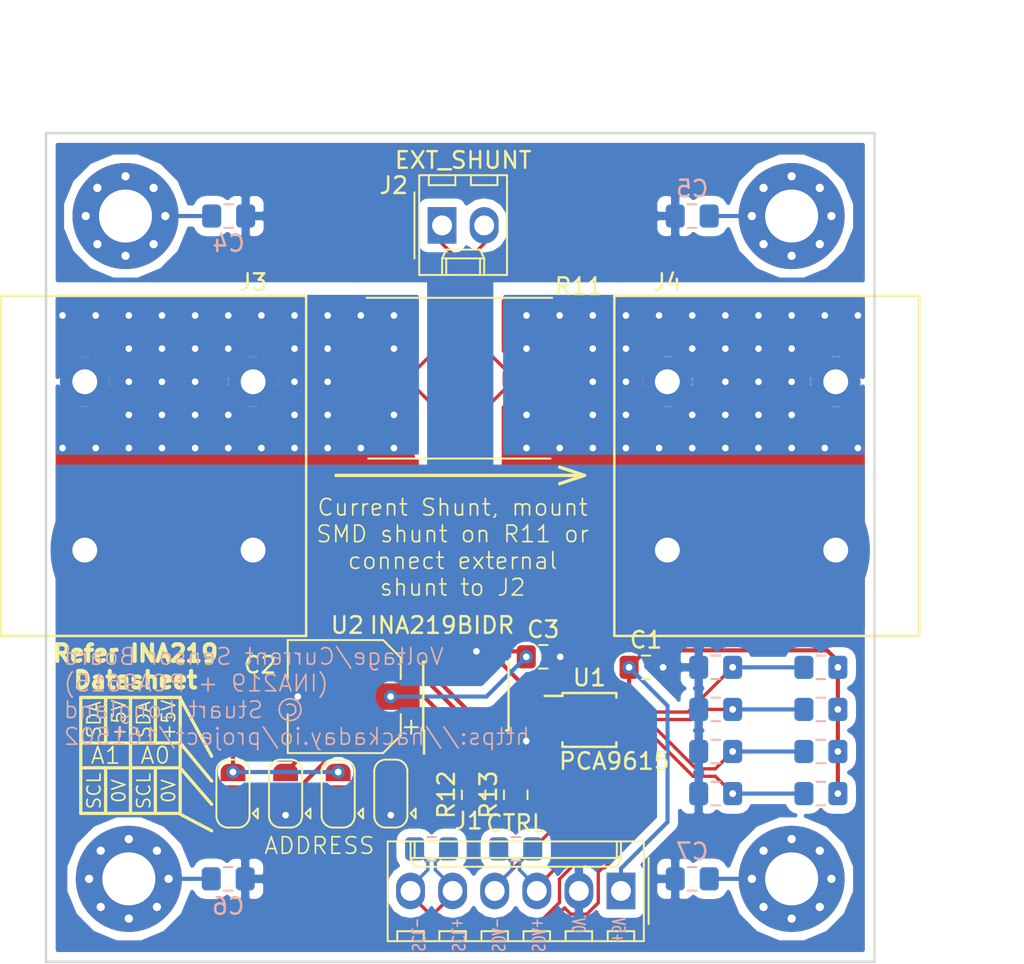
<source format=kicad_pcb>
(kicad_pcb (version 20171130) (host pcbnew 5.0.0)

  (general
    (thickness 1.6)
    (drawings 42)
    (tracks 319)
    (zones 0)
    (modules 34)
    (nets 19)
  )

  (page A4)
  (layers
    (0 F.Cu signal)
    (31 B.Cu signal)
    (32 B.Adhes user)
    (33 F.Adhes user)
    (34 B.Paste user)
    (35 F.Paste user)
    (36 B.SilkS user)
    (37 F.SilkS user)
    (38 B.Mask user)
    (39 F.Mask user)
    (40 Dwgs.User user)
    (41 Cmts.User user)
    (42 Eco1.User user)
    (43 Eco2.User user)
    (44 Edge.Cuts user)
    (45 Margin user)
    (46 B.CrtYd user)
    (47 F.CrtYd user)
    (48 B.Fab user)
    (49 F.Fab user)
  )

  (setup
    (last_trace_width 3)
    (user_trace_width 3)
    (user_trace_width 4)
    (user_trace_width 5)
    (user_trace_width 10)
    (trace_clearance 0.2)
    (zone_clearance 0.508)
    (zone_45_only no)
    (trace_min 0.2)
    (segment_width 0.2)
    (edge_width 0.15)
    (via_size 0.8)
    (via_drill 0.4)
    (via_min_size 0.4)
    (via_min_drill 0.3)
    (uvia_size 0.3)
    (uvia_drill 0.1)
    (uvias_allowed no)
    (uvia_min_size 0.2)
    (uvia_min_drill 0.1)
    (pcb_text_width 0.3)
    (pcb_text_size 1.5 1.5)
    (mod_edge_width 0.15)
    (mod_text_size 1 1)
    (mod_text_width 0.15)
    (pad_size 1.524 1.524)
    (pad_drill 0.762)
    (pad_to_mask_clearance 0.2)
    (aux_axis_origin 0 0)
    (visible_elements FFFFFF7F)
    (pcbplotparams
      (layerselection 0x010fc_ffffffff)
      (usegerberextensions false)
      (usegerberattributes false)
      (usegerberadvancedattributes false)
      (creategerberjobfile false)
      (excludeedgelayer true)
      (linewidth 0.100000)
      (plotframeref false)
      (viasonmask false)
      (mode 1)
      (useauxorigin false)
      (hpglpennumber 1)
      (hpglpenspeed 20)
      (hpglpendiameter 15.000000)
      (psnegative false)
      (psa4output false)
      (plotreference true)
      (plotvalue true)
      (plotinvisibletext false)
      (padsonsilk false)
      (subtractmaskfromsilk false)
      (outputformat 1)
      (mirror false)
      (drillshape 1)
      (scaleselection 1)
      (outputdirectory ""))
  )

  (net 0 "")
  (net 1 VCC)
  (net 2 GND)
  (net 3 /SDA+)
  (net 4 /SDA-)
  (net 5 /SCL+)
  (net 6 /SCL-)
  (net 7 /SDA)
  (net 8 /SCL)
  (net 9 /A1)
  (net 10 /A0)
  (net 11 /IN)
  (net 12 /OUT)
  (net 13 /SHUNT+)
  (net 14 /SHUNT-)
  (net 15 "Net-(C4-Pad1)")
  (net 16 "Net-(C6-Pad1)")
  (net 17 "Net-(C5-Pad1)")
  (net 18 "Net-(C7-Pad1)")

  (net_class Default "This is the default net class."
    (clearance 0.2)
    (trace_width 0.25)
    (via_dia 0.8)
    (via_drill 0.4)
    (uvia_dia 0.3)
    (uvia_drill 0.1)
    (add_net /A0)
    (add_net /A1)
    (add_net /IN)
    (add_net /OUT)
    (add_net /SCL)
    (add_net /SCL+)
    (add_net /SCL-)
    (add_net /SDA)
    (add_net /SDA+)
    (add_net /SDA-)
    (add_net /SHUNT+)
    (add_net /SHUNT-)
    (add_net GND)
    (add_net "Net-(C4-Pad1)")
    (add_net "Net-(C5-Pad1)")
    (add_net "Net-(C6-Pad1)")
    (add_net "Net-(C7-Pad1)")
    (add_net VCC)
  )

  (module Resistor_SMD:R_0805_2012Metric_Pad1.15x1.40mm_HandSolder (layer F.Cu) (tedit 5B36C52B) (tstamp 5BF198B3)
    (at 130.81 109.924999 90)
    (descr "Resistor SMD 0805 (2012 Metric), square (rectangular) end terminal, IPC_7351 nominal with elongated pad for handsoldering. (Body size source: https://docs.google.com/spreadsheets/d/1BsfQQcO9C6DZCsRaXUlFlo91Tg2WpOkGARC1WS5S8t0/edit?usp=sharing), generated with kicad-footprint-generator")
    (tags "resistor handsolder")
    (path /5BC5244C)
    (attr smd)
    (fp_text reference R12 (at 0 -1.65 90) (layer F.SilkS)
      (effects (font (size 1 1) (thickness 0.15)))
    )
    (fp_text value 2k2 (at 0 1.65 90) (layer F.Fab)
      (effects (font (size 1 1) (thickness 0.15)))
    )
    (fp_text user %R (at 0 0 90) (layer F.Fab)
      (effects (font (size 0.5 0.5) (thickness 0.08)))
    )
    (fp_line (start 1.85 0.95) (end -1.85 0.95) (layer F.CrtYd) (width 0.05))
    (fp_line (start 1.85 -0.95) (end 1.85 0.95) (layer F.CrtYd) (width 0.05))
    (fp_line (start -1.85 -0.95) (end 1.85 -0.95) (layer F.CrtYd) (width 0.05))
    (fp_line (start -1.85 0.95) (end -1.85 -0.95) (layer F.CrtYd) (width 0.05))
    (fp_line (start -0.261252 0.71) (end 0.261252 0.71) (layer F.SilkS) (width 0.12))
    (fp_line (start -0.261252 -0.71) (end 0.261252 -0.71) (layer F.SilkS) (width 0.12))
    (fp_line (start 1 0.6) (end -1 0.6) (layer F.Fab) (width 0.1))
    (fp_line (start 1 -0.6) (end 1 0.6) (layer F.Fab) (width 0.1))
    (fp_line (start -1 -0.6) (end 1 -0.6) (layer F.Fab) (width 0.1))
    (fp_line (start -1 0.6) (end -1 -0.6) (layer F.Fab) (width 0.1))
    (pad 2 smd roundrect (at 1.025 0 90) (size 1.15 1.4) (layers F.Cu F.Paste F.Mask) (roundrect_rratio 0.217391)
      (net 7 /SDA))
    (pad 1 smd roundrect (at -1.025 0 90) (size 1.15 1.4) (layers F.Cu F.Paste F.Mask) (roundrect_rratio 0.217391)
      (net 1 VCC))
    (model ${KISYS3DMOD}/Resistor_SMD.3dshapes/R_0805_2012Metric.wrl
      (at (xyz 0 0 0))
      (scale (xyz 1 1 1))
      (rotate (xyz 0 0 0))
    )
  )

  (module Resistor_SMD:R_0805_2012Metric_Pad1.15x1.40mm_HandSolder (layer F.Cu) (tedit 5B36C52B) (tstamp 5BF198A2)
    (at 133.35 109.925 90)
    (descr "Resistor SMD 0805 (2012 Metric), square (rectangular) end terminal, IPC_7351 nominal with elongated pad for handsoldering. (Body size source: https://docs.google.com/spreadsheets/d/1BsfQQcO9C6DZCsRaXUlFlo91Tg2WpOkGARC1WS5S8t0/edit?usp=sharing), generated with kicad-footprint-generator")
    (tags "resistor handsolder")
    (path /5BC52446)
    (attr smd)
    (fp_text reference R13 (at 0 -1.65 90) (layer F.SilkS)
      (effects (font (size 1 1) (thickness 0.15)))
    )
    (fp_text value 2k2 (at 0 1.65 90) (layer F.Fab)
      (effects (font (size 1 1) (thickness 0.15)))
    )
    (fp_line (start -1 0.6) (end -1 -0.6) (layer F.Fab) (width 0.1))
    (fp_line (start -1 -0.6) (end 1 -0.6) (layer F.Fab) (width 0.1))
    (fp_line (start 1 -0.6) (end 1 0.6) (layer F.Fab) (width 0.1))
    (fp_line (start 1 0.6) (end -1 0.6) (layer F.Fab) (width 0.1))
    (fp_line (start -0.261252 -0.71) (end 0.261252 -0.71) (layer F.SilkS) (width 0.12))
    (fp_line (start -0.261252 0.71) (end 0.261252 0.71) (layer F.SilkS) (width 0.12))
    (fp_line (start -1.85 0.95) (end -1.85 -0.95) (layer F.CrtYd) (width 0.05))
    (fp_line (start -1.85 -0.95) (end 1.85 -0.95) (layer F.CrtYd) (width 0.05))
    (fp_line (start 1.85 -0.95) (end 1.85 0.95) (layer F.CrtYd) (width 0.05))
    (fp_line (start 1.85 0.95) (end -1.85 0.95) (layer F.CrtYd) (width 0.05))
    (fp_text user %R (at 0 0 90) (layer F.Fab)
      (effects (font (size 0.5 0.5) (thickness 0.08)))
    )
    (pad 1 smd roundrect (at -1.025 0 90) (size 1.15 1.4) (layers F.Cu F.Paste F.Mask) (roundrect_rratio 0.217391)
      (net 1 VCC))
    (pad 2 smd roundrect (at 1.025 0 90) (size 1.15 1.4) (layers F.Cu F.Paste F.Mask) (roundrect_rratio 0.217391)
      (net 8 /SCL))
    (model ${KISYS3DMOD}/Resistor_SMD.3dshapes/R_0805_2012Metric.wrl
      (at (xyz 0 0 0))
      (scale (xyz 1 1 1))
      (rotate (xyz 0 0 0))
    )
  )

  (module combicon:Phoenix_COMBICON_1706785 (layer F.Cu) (tedit 5BB8634E) (tstamp 5BF13FD0)
    (at 147.58 90.08 90)
    (path /5BB25375)
    (fp_text reference J4 (at 11.08 -5.08 180) (layer F.SilkS)
      (effects (font (size 1 1) (thickness 0.15)))
    )
    (fp_text value DC_OUT (at 0 -0.5 90) (layer F.Fab)
      (effects (font (size 1 1) (thickness 0.15)))
    )
    (fp_line (start 10.26 -8.28) (end 10.26 10.12) (layer F.SilkS) (width 0.15))
    (fp_line (start -10.26 -8.28) (end -10.26 10.12) (layer F.SilkS) (width 0.15))
    (fp_line (start -10.26 10.12) (end 10.26 10.12) (layer F.SilkS) (width 0.15))
    (fp_line (start -10.26 -8.28) (end 10.26 -8.28) (layer F.SilkS) (width 0.15))
    (pad 2 thru_hole circle (at 5.08 5.08 90) (size 3 3) (drill 1.5) (layers *.Cu *.Mask)
      (net 12 /OUT))
    (pad 2 thru_hole circle (at 5.08 -5.08 90) (size 3 3) (drill 1.5) (layers *.Cu *.Mask)
      (net 12 /OUT))
    (pad 1 thru_hole circle (at -5.08 5.08 90) (size 3 3) (drill 1.5) (layers *.Cu *.Mask)
      (net 2 GND))
    (pad 1 thru_hole circle (at -5.08 -5.08 90) (size 3 3) (drill 1.5) (layers *.Cu *.Mask)
      (net 2 GND))
  )

  (module combicon:Phoenix_COMBICON_1706785 (layer F.Cu) (tedit 5BB8634E) (tstamp 5BF13747)
    (at 112.42 90.08 270)
    (path /5BB252D6)
    (fp_text reference J3 (at -11.08 -5.08) (layer F.SilkS)
      (effects (font (size 1 1) (thickness 0.15)))
    )
    (fp_text value DC_IN (at 0 -0.5 270) (layer F.Fab)
      (effects (font (size 1 1) (thickness 0.15)))
    )
    (fp_line (start -10.26 -8.28) (end 10.26 -8.28) (layer F.SilkS) (width 0.15))
    (fp_line (start -10.26 10.12) (end 10.26 10.12) (layer F.SilkS) (width 0.15))
    (fp_line (start -10.26 -8.28) (end -10.26 10.12) (layer F.SilkS) (width 0.15))
    (fp_line (start 10.26 -8.28) (end 10.26 10.12) (layer F.SilkS) (width 0.15))
    (pad 1 thru_hole circle (at -5.08 -5.08 270) (size 3 3) (drill 1.5) (layers *.Cu *.Mask)
      (net 11 /IN))
    (pad 1 thru_hole circle (at -5.08 5.08 270) (size 3 3) (drill 1.5) (layers *.Cu *.Mask)
      (net 11 /IN))
    (pad 2 thru_hole circle (at 5.08 -5.08 270) (size 3 3) (drill 1.5) (layers *.Cu *.Mask)
      (net 2 GND))
    (pad 2 thru_hole circle (at 5.08 5.08 270) (size 3 3) (drill 1.5) (layers *.Cu *.Mask)
      (net 2 GND))
  )

  (module Capacitor_SMD:C_0805_2012Metric_Pad1.15x1.40mm_HandSolder (layer B.Cu) (tedit 5B36C52B) (tstamp 5BF0E064)
    (at 116.025 75)
    (descr "Capacitor SMD 0805 (2012 Metric), square (rectangular) end terminal, IPC_7351 nominal with elongated pad for handsoldering. (Body size source: https://docs.google.com/spreadsheets/d/1BsfQQcO9C6DZCsRaXUlFlo91Tg2WpOkGARC1WS5S8t0/edit?usp=sharing), generated with kicad-footprint-generator")
    (tags "capacitor handsolder")
    (path /5BC15AE4)
    (attr smd)
    (fp_text reference C4 (at 0 1.65) (layer B.SilkS)
      (effects (font (size 1 1) (thickness 0.15)) (justify mirror))
    )
    (fp_text value 100p (at 0 -1.65) (layer B.Fab)
      (effects (font (size 1 1) (thickness 0.15)) (justify mirror))
    )
    (fp_text user %R (at 0 0) (layer B.Fab)
      (effects (font (size 0.5 0.5) (thickness 0.08)) (justify mirror))
    )
    (fp_line (start 1.85 -0.95) (end -1.85 -0.95) (layer B.CrtYd) (width 0.05))
    (fp_line (start 1.85 0.95) (end 1.85 -0.95) (layer B.CrtYd) (width 0.05))
    (fp_line (start -1.85 0.95) (end 1.85 0.95) (layer B.CrtYd) (width 0.05))
    (fp_line (start -1.85 -0.95) (end -1.85 0.95) (layer B.CrtYd) (width 0.05))
    (fp_line (start -0.261252 -0.71) (end 0.261252 -0.71) (layer B.SilkS) (width 0.12))
    (fp_line (start -0.261252 0.71) (end 0.261252 0.71) (layer B.SilkS) (width 0.12))
    (fp_line (start 1 -0.6) (end -1 -0.6) (layer B.Fab) (width 0.1))
    (fp_line (start 1 0.6) (end 1 -0.6) (layer B.Fab) (width 0.1))
    (fp_line (start -1 0.6) (end 1 0.6) (layer B.Fab) (width 0.1))
    (fp_line (start -1 -0.6) (end -1 0.6) (layer B.Fab) (width 0.1))
    (pad 2 smd roundrect (at 1.025 0) (size 1.15 1.4) (layers B.Cu B.Paste B.Mask) (roundrect_rratio 0.217391)
      (net 2 GND))
    (pad 1 smd roundrect (at -1.025 0) (size 1.15 1.4) (layers B.Cu B.Paste B.Mask) (roundrect_rratio 0.217391)
      (net 15 "Net-(C4-Pad1)"))
    (model ${KISYS3DMOD}/Capacitor_SMD.3dshapes/C_0805_2012Metric.wrl
      (at (xyz 0 0 0))
      (scale (xyz 1 1 1))
      (rotate (xyz 0 0 0))
    )
  )

  (module Capacitor_SMD:C_0805_2012Metric_Pad1.15x1.40mm_HandSolder (layer B.Cu) (tedit 5B36C52B) (tstamp 5BF0E053)
    (at 144 75 180)
    (descr "Capacitor SMD 0805 (2012 Metric), square (rectangular) end terminal, IPC_7351 nominal with elongated pad for handsoldering. (Body size source: https://docs.google.com/spreadsheets/d/1BsfQQcO9C6DZCsRaXUlFlo91Tg2WpOkGARC1WS5S8t0/edit?usp=sharing), generated with kicad-footprint-generator")
    (tags "capacitor handsolder")
    (path /5BC15F49)
    (attr smd)
    (fp_text reference C5 (at 0 1.65 180) (layer B.SilkS)
      (effects (font (size 1 1) (thickness 0.15)) (justify mirror))
    )
    (fp_text value 100p (at 0 -1.65 180) (layer B.Fab)
      (effects (font (size 1 1) (thickness 0.15)) (justify mirror))
    )
    (fp_line (start -1 -0.6) (end -1 0.6) (layer B.Fab) (width 0.1))
    (fp_line (start -1 0.6) (end 1 0.6) (layer B.Fab) (width 0.1))
    (fp_line (start 1 0.6) (end 1 -0.6) (layer B.Fab) (width 0.1))
    (fp_line (start 1 -0.6) (end -1 -0.6) (layer B.Fab) (width 0.1))
    (fp_line (start -0.261252 0.71) (end 0.261252 0.71) (layer B.SilkS) (width 0.12))
    (fp_line (start -0.261252 -0.71) (end 0.261252 -0.71) (layer B.SilkS) (width 0.12))
    (fp_line (start -1.85 -0.95) (end -1.85 0.95) (layer B.CrtYd) (width 0.05))
    (fp_line (start -1.85 0.95) (end 1.85 0.95) (layer B.CrtYd) (width 0.05))
    (fp_line (start 1.85 0.95) (end 1.85 -0.95) (layer B.CrtYd) (width 0.05))
    (fp_line (start 1.85 -0.95) (end -1.85 -0.95) (layer B.CrtYd) (width 0.05))
    (fp_text user %R (at 0 0 180) (layer B.Fab)
      (effects (font (size 0.5 0.5) (thickness 0.08)) (justify mirror))
    )
    (pad 1 smd roundrect (at -1.025 0 180) (size 1.15 1.4) (layers B.Cu B.Paste B.Mask) (roundrect_rratio 0.217391)
      (net 17 "Net-(C5-Pad1)"))
    (pad 2 smd roundrect (at 1.025 0 180) (size 1.15 1.4) (layers B.Cu B.Paste B.Mask) (roundrect_rratio 0.217391)
      (net 2 GND))
    (model ${KISYS3DMOD}/Capacitor_SMD.3dshapes/C_0805_2012Metric.wrl
      (at (xyz 0 0 0))
      (scale (xyz 1 1 1))
      (rotate (xyz 0 0 0))
    )
  )

  (module Capacitor_SMD:C_0805_2012Metric_Pad1.15x1.40mm_HandSolder (layer B.Cu) (tedit 5B36C52B) (tstamp 5BF16934)
    (at 116 115)
    (descr "Capacitor SMD 0805 (2012 Metric), square (rectangular) end terminal, IPC_7351 nominal with elongated pad for handsoldering. (Body size source: https://docs.google.com/spreadsheets/d/1BsfQQcO9C6DZCsRaXUlFlo91Tg2WpOkGARC1WS5S8t0/edit?usp=sharing), generated with kicad-footprint-generator")
    (tags "capacitor handsolder")
    (path /5BC1A38E)
    (attr smd)
    (fp_text reference C6 (at 0 1.65) (layer B.SilkS)
      (effects (font (size 1 1) (thickness 0.15)) (justify mirror))
    )
    (fp_text value 100p (at 0 -1.65) (layer B.Fab)
      (effects (font (size 1 1) (thickness 0.15)) (justify mirror))
    )
    (fp_text user %R (at 0 0) (layer B.Fab)
      (effects (font (size 0.5 0.5) (thickness 0.08)) (justify mirror))
    )
    (fp_line (start 1.85 -0.95) (end -1.85 -0.95) (layer B.CrtYd) (width 0.05))
    (fp_line (start 1.85 0.95) (end 1.85 -0.95) (layer B.CrtYd) (width 0.05))
    (fp_line (start -1.85 0.95) (end 1.85 0.95) (layer B.CrtYd) (width 0.05))
    (fp_line (start -1.85 -0.95) (end -1.85 0.95) (layer B.CrtYd) (width 0.05))
    (fp_line (start -0.261252 -0.71) (end 0.261252 -0.71) (layer B.SilkS) (width 0.12))
    (fp_line (start -0.261252 0.71) (end 0.261252 0.71) (layer B.SilkS) (width 0.12))
    (fp_line (start 1 -0.6) (end -1 -0.6) (layer B.Fab) (width 0.1))
    (fp_line (start 1 0.6) (end 1 -0.6) (layer B.Fab) (width 0.1))
    (fp_line (start -1 0.6) (end 1 0.6) (layer B.Fab) (width 0.1))
    (fp_line (start -1 -0.6) (end -1 0.6) (layer B.Fab) (width 0.1))
    (pad 2 smd roundrect (at 1.025 0) (size 1.15 1.4) (layers B.Cu B.Paste B.Mask) (roundrect_rratio 0.217391)
      (net 2 GND))
    (pad 1 smd roundrect (at -1.025 0) (size 1.15 1.4) (layers B.Cu B.Paste B.Mask) (roundrect_rratio 0.217391)
      (net 16 "Net-(C6-Pad1)"))
    (model ${KISYS3DMOD}/Capacitor_SMD.3dshapes/C_0805_2012Metric.wrl
      (at (xyz 0 0 0))
      (scale (xyz 1 1 1))
      (rotate (xyz 0 0 0))
    )
  )

  (module Capacitor_SMD:C_0805_2012Metric_Pad1.15x1.40mm_HandSolder (layer B.Cu) (tedit 5B36C52B) (tstamp 5BF1683B)
    (at 144 115 180)
    (descr "Capacitor SMD 0805 (2012 Metric), square (rectangular) end terminal, IPC_7351 nominal with elongated pad for handsoldering. (Body size source: https://docs.google.com/spreadsheets/d/1BsfQQcO9C6DZCsRaXUlFlo91Tg2WpOkGARC1WS5S8t0/edit?usp=sharing), generated with kicad-footprint-generator")
    (tags "capacitor handsolder")
    (path /5BC1A3A0)
    (attr smd)
    (fp_text reference C7 (at 0 1.65 180) (layer B.SilkS)
      (effects (font (size 1 1) (thickness 0.15)) (justify mirror))
    )
    (fp_text value 100p (at 0 -1.65 180) (layer B.Fab)
      (effects (font (size 1 1) (thickness 0.15)) (justify mirror))
    )
    (fp_line (start -1 -0.6) (end -1 0.6) (layer B.Fab) (width 0.1))
    (fp_line (start -1 0.6) (end 1 0.6) (layer B.Fab) (width 0.1))
    (fp_line (start 1 0.6) (end 1 -0.6) (layer B.Fab) (width 0.1))
    (fp_line (start 1 -0.6) (end -1 -0.6) (layer B.Fab) (width 0.1))
    (fp_line (start -0.261252 0.71) (end 0.261252 0.71) (layer B.SilkS) (width 0.12))
    (fp_line (start -0.261252 -0.71) (end 0.261252 -0.71) (layer B.SilkS) (width 0.12))
    (fp_line (start -1.85 -0.95) (end -1.85 0.95) (layer B.CrtYd) (width 0.05))
    (fp_line (start -1.85 0.95) (end 1.85 0.95) (layer B.CrtYd) (width 0.05))
    (fp_line (start 1.85 0.95) (end 1.85 -0.95) (layer B.CrtYd) (width 0.05))
    (fp_line (start 1.85 -0.95) (end -1.85 -0.95) (layer B.CrtYd) (width 0.05))
    (fp_text user %R (at 0 0 180) (layer B.Fab)
      (effects (font (size 0.5 0.5) (thickness 0.08)) (justify mirror))
    )
    (pad 1 smd roundrect (at -1.025 0 180) (size 1.15 1.4) (layers B.Cu B.Paste B.Mask) (roundrect_rratio 0.217391)
      (net 18 "Net-(C7-Pad1)"))
    (pad 2 smd roundrect (at 1.025 0 180) (size 1.15 1.4) (layers B.Cu B.Paste B.Mask) (roundrect_rratio 0.217391)
      (net 2 GND))
    (model ${KISYS3DMOD}/Capacitor_SMD.3dshapes/C_0805_2012Metric.wrl
      (at (xyz 0 0 0))
      (scale (xyz 1 1 1))
      (rotate (xyz 0 0 0))
    )
  )

  (module MountingHole:MountingHole_3.2mm_M3_Pad_Via (layer F.Cu) (tedit 5BB1EDBD) (tstamp 5BF1686A)
    (at 150 115)
    (descr "Mounting Hole 3.2mm, M3")
    (tags "mounting hole 3.2mm m3")
    (path /5BC1A39A)
    (attr virtual)
    (fp_text reference MH4 (at 0 -4.2) (layer F.SilkS) hide
      (effects (font (size 1 1) (thickness 0.15)))
    )
    (fp_text value MountingHole_Pad (at 0 4.2) (layer F.Fab) hide
      (effects (font (size 1 1) (thickness 0.15)))
    )
    (fp_circle (center 0 0) (end 3.45 0) (layer F.CrtYd) (width 0.05))
    (fp_circle (center 0 0) (end 3.2 0) (layer Cmts.User) (width 0.15))
    (fp_text user %R (at 0.3 0) (layer F.Fab)
      (effects (font (size 1 1) (thickness 0.15)))
    )
    (pad 1 thru_hole circle (at 1.697056 -1.697056) (size 0.8 0.8) (drill 0.5) (layers *.Cu *.Mask)
      (net 18 "Net-(C7-Pad1)"))
    (pad 1 thru_hole circle (at 0 -2.4) (size 0.8 0.8) (drill 0.5) (layers *.Cu *.Mask)
      (net 18 "Net-(C7-Pad1)"))
    (pad 1 thru_hole circle (at -1.697056 -1.697056) (size 0.8 0.8) (drill 0.5) (layers *.Cu *.Mask)
      (net 18 "Net-(C7-Pad1)"))
    (pad 1 thru_hole circle (at -2.4 0) (size 0.8 0.8) (drill 0.5) (layers *.Cu *.Mask)
      (net 18 "Net-(C7-Pad1)"))
    (pad 1 thru_hole circle (at -1.697056 1.697056) (size 0.8 0.8) (drill 0.5) (layers *.Cu *.Mask)
      (net 18 "Net-(C7-Pad1)"))
    (pad 1 thru_hole circle (at 0 2.4) (size 0.8 0.8) (drill 0.5) (layers *.Cu *.Mask)
      (net 18 "Net-(C7-Pad1)"))
    (pad 1 thru_hole circle (at 1.697056 1.697056) (size 0.8 0.8) (drill 0.5) (layers *.Cu *.Mask)
      (net 18 "Net-(C7-Pad1)"))
    (pad 1 thru_hole circle (at 2.4 0) (size 0.8 0.8) (drill 0.5) (layers *.Cu *.Mask)
      (net 18 "Net-(C7-Pad1)"))
    (pad 1 thru_hole circle (at 0 0) (size 6.4 6.4) (drill 3.2) (layers *.Cu *.Mask)
      (net 18 "Net-(C7-Pad1)"))
  )

  (module MountingHole:MountingHole_3.2mm_M3_Pad_Via (layer F.Cu) (tedit 5BB1EDB5) (tstamp 5BF0E256)
    (at 150 75)
    (descr "Mounting Hole 3.2mm, M3")
    (tags "mounting hole 3.2mm m3")
    (path /5BC15F43)
    (attr virtual)
    (fp_text reference MH2 (at 0 -4.2) (layer F.SilkS) hide
      (effects (font (size 1 1) (thickness 0.15)))
    )
    (fp_text value MountingHole_Pad (at 0 4.2) (layer F.Fab) hide
      (effects (font (size 1 1) (thickness 0.15)))
    )
    (fp_text user %R (at 0.3 0) (layer F.Fab)
      (effects (font (size 1 1) (thickness 0.15)))
    )
    (fp_circle (center 0 0) (end 3.2 0) (layer Cmts.User) (width 0.15))
    (fp_circle (center 0 0) (end 3.45 0) (layer F.CrtYd) (width 0.05))
    (pad 1 thru_hole circle (at 0 0) (size 6.4 6.4) (drill 3.2) (layers *.Cu *.Mask)
      (net 17 "Net-(C5-Pad1)"))
    (pad 1 thru_hole circle (at 2.4 0) (size 0.8 0.8) (drill 0.5) (layers *.Cu *.Mask)
      (net 17 "Net-(C5-Pad1)"))
    (pad 1 thru_hole circle (at 1.697056 1.697056) (size 0.8 0.8) (drill 0.5) (layers *.Cu *.Mask)
      (net 17 "Net-(C5-Pad1)"))
    (pad 1 thru_hole circle (at 0 2.4) (size 0.8 0.8) (drill 0.5) (layers *.Cu *.Mask)
      (net 17 "Net-(C5-Pad1)"))
    (pad 1 thru_hole circle (at -1.697056 1.697056) (size 0.8 0.8) (drill 0.5) (layers *.Cu *.Mask)
      (net 17 "Net-(C5-Pad1)"))
    (pad 1 thru_hole circle (at -2.4 0) (size 0.8 0.8) (drill 0.5) (layers *.Cu *.Mask)
      (net 17 "Net-(C5-Pad1)"))
    (pad 1 thru_hole circle (at -1.697056 -1.697056) (size 0.8 0.8) (drill 0.5) (layers *.Cu *.Mask)
      (net 17 "Net-(C5-Pad1)"))
    (pad 1 thru_hole circle (at 0 -2.4) (size 0.8 0.8) (drill 0.5) (layers *.Cu *.Mask)
      (net 17 "Net-(C5-Pad1)"))
    (pad 1 thru_hole circle (at 1.697056 -1.697056) (size 0.8 0.8) (drill 0.5) (layers *.Cu *.Mask)
      (net 17 "Net-(C5-Pad1)"))
  )

  (module MountingHole:MountingHole_3.2mm_M3_Pad_Via (layer F.Cu) (tedit 5BB1EDC5) (tstamp 5BF16963)
    (at 110 115)
    (descr "Mounting Hole 3.2mm, M3")
    (tags "mounting hole 3.2mm m3")
    (path /5BC1A388)
    (attr virtual)
    (fp_text reference MH3 (at 0 -4.2) (layer F.SilkS) hide
      (effects (font (size 1 1) (thickness 0.15)))
    )
    (fp_text value MountingHole_Pad (at 0 4.2) (layer F.Fab) hide
      (effects (font (size 1 1) (thickness 0.15)))
    )
    (fp_circle (center 0 0) (end 3.45 0) (layer F.CrtYd) (width 0.05))
    (fp_circle (center 0 0) (end 3.2 0) (layer Cmts.User) (width 0.15))
    (fp_text user %R (at 0.3 0) (layer F.Fab)
      (effects (font (size 1 1) (thickness 0.15)))
    )
    (pad 1 thru_hole circle (at 1.697056 -1.697056) (size 0.8 0.8) (drill 0.5) (layers *.Cu *.Mask)
      (net 16 "Net-(C6-Pad1)"))
    (pad 1 thru_hole circle (at 0 -2.4) (size 0.8 0.8) (drill 0.5) (layers *.Cu *.Mask)
      (net 16 "Net-(C6-Pad1)"))
    (pad 1 thru_hole circle (at -1.697056 -1.697056) (size 0.8 0.8) (drill 0.5) (layers *.Cu *.Mask)
      (net 16 "Net-(C6-Pad1)"))
    (pad 1 thru_hole circle (at -2.4 0) (size 0.8 0.8) (drill 0.5) (layers *.Cu *.Mask)
      (net 16 "Net-(C6-Pad1)"))
    (pad 1 thru_hole circle (at -1.697056 1.697056) (size 0.8 0.8) (drill 0.5) (layers *.Cu *.Mask)
      (net 16 "Net-(C6-Pad1)"))
    (pad 1 thru_hole circle (at 0 2.4) (size 0.8 0.8) (drill 0.5) (layers *.Cu *.Mask)
      (net 16 "Net-(C6-Pad1)"))
    (pad 1 thru_hole circle (at 1.697056 1.697056) (size 0.8 0.8) (drill 0.5) (layers *.Cu *.Mask)
      (net 16 "Net-(C6-Pad1)"))
    (pad 1 thru_hole circle (at 2.4 0) (size 0.8 0.8) (drill 0.5) (layers *.Cu *.Mask)
      (net 16 "Net-(C6-Pad1)"))
    (pad 1 thru_hole circle (at 0 0) (size 6.4 6.4) (drill 3.2) (layers *.Cu *.Mask)
      (net 16 "Net-(C6-Pad1)"))
  )

  (module MountingHole:MountingHole_3.2mm_M3_Pad_Via (layer F.Cu) (tedit 5BB1EDCD) (tstamp 5BF0DDB0)
    (at 109.8 75)
    (descr "Mounting Hole 3.2mm, M3")
    (tags "mounting hole 3.2mm m3")
    (path /5BC15902)
    (attr virtual)
    (fp_text reference MH1 (at 0 -4.2) (layer F.SilkS) hide
      (effects (font (size 1 1) (thickness 0.15)))
    )
    (fp_text value MountingHole_Pad (at 0 4.2) (layer F.Fab) hide
      (effects (font (size 1 1) (thickness 0.15)))
    )
    (fp_text user %R (at 0.3 0) (layer F.Fab)
      (effects (font (size 1 1) (thickness 0.15)))
    )
    (fp_circle (center 0 0) (end 3.2 0) (layer Cmts.User) (width 0.15))
    (fp_circle (center 0 0) (end 3.45 0) (layer F.CrtYd) (width 0.05))
    (pad 1 thru_hole circle (at 0 0) (size 6.4 6.4) (drill 3.2) (layers *.Cu *.Mask)
      (net 15 "Net-(C4-Pad1)"))
    (pad 1 thru_hole circle (at 2.4 0) (size 0.8 0.8) (drill 0.5) (layers *.Cu *.Mask)
      (net 15 "Net-(C4-Pad1)"))
    (pad 1 thru_hole circle (at 1.697056 1.697056) (size 0.8 0.8) (drill 0.5) (layers *.Cu *.Mask)
      (net 15 "Net-(C4-Pad1)"))
    (pad 1 thru_hole circle (at 0 2.4) (size 0.8 0.8) (drill 0.5) (layers *.Cu *.Mask)
      (net 15 "Net-(C4-Pad1)"))
    (pad 1 thru_hole circle (at -1.697056 1.697056) (size 0.8 0.8) (drill 0.5) (layers *.Cu *.Mask)
      (net 15 "Net-(C4-Pad1)"))
    (pad 1 thru_hole circle (at -2.4 0) (size 0.8 0.8) (drill 0.5) (layers *.Cu *.Mask)
      (net 15 "Net-(C4-Pad1)"))
    (pad 1 thru_hole circle (at -1.697056 -1.697056) (size 0.8 0.8) (drill 0.5) (layers *.Cu *.Mask)
      (net 15 "Net-(C4-Pad1)"))
    (pad 1 thru_hole circle (at 0 -2.4) (size 0.8 0.8) (drill 0.5) (layers *.Cu *.Mask)
      (net 15 "Net-(C4-Pad1)"))
    (pad 1 thru_hole circle (at 1.697056 -1.697056) (size 0.8 0.8) (drill 0.5) (layers *.Cu *.Mask)
      (net 15 "Net-(C4-Pad1)"))
  )

  (module currentshunt:currentshunt (layer F.Cu) (tedit 5BAF6870) (tstamp 5BD7E7D6)
    (at 130.048 84.836)
    (descr "Resistor SMD 4020 (10251 Metric), square (rectangular) end terminal, IPC_7351 nominal with elongated pad for handsoldering. (Body size source: http://datasheet.octopart.com/HVC0603T5004FET-Ohmite-datasheet-26699797.pdf), generated with kicad-footprint-generator")
    (tags "resistor handsolder")
    (path /5BB224A7)
    (attr smd)
    (fp_text reference R11 (at 7.112 -5.588) (layer F.SilkS)
      (effects (font (size 1 1) (thickness 0.15)))
    )
    (fp_text value R_Shunt (at 0 5.8) (layer F.Fab)
      (effects (font (size 1 1) (thickness 0.15)))
    )
    (fp_text user %R (at 0 0) (layer F.Fab)
      (effects (font (size 1 1) (thickness 0.15)))
    )
    (fp_line (start 7.9 4.9) (end -8 4.9) (layer F.CrtYd) (width 0.05))
    (fp_line (start 7.9 -5) (end 7.9 4.9) (layer F.CrtYd) (width 0.05))
    (fp_line (start -8 -5) (end 7.9 -5) (layer F.CrtYd) (width 0.05))
    (fp_line (start -8 4.9) (end -8 -5) (layer F.CrtYd) (width 0.05))
    (fp_line (start -5.6 4.8) (end 5.4 4.8) (layer F.SilkS) (width 0.12))
    (fp_line (start -5.7 -4.9) (end 5.5 -4.9) (layer F.SilkS) (width 0.12))
    (fp_line (start 7.8 4.7) (end -7.8 4.7) (layer F.Fab) (width 0.1))
    (fp_line (start 7.8 -4.7) (end 7.8 4.7) (layer F.Fab) (width 0.1))
    (fp_line (start -7.8 -4.7) (end 7.7 -4.7) (layer F.Fab) (width 0.1))
    (fp_line (start -7.9 4.7) (end -7.9 -4.7) (layer F.Fab) (width 0.1))
    (pad 4 smd roundrect (at 6.8 0 270) (size 3 2) (layers F.Cu F.Paste F.Mask) (roundrect_rratio 0.152)
      (net 12 /OUT))
    (pad 1 smd roundrect (at -6.8 0 90) (size 3 2) (layers F.Cu F.Paste F.Mask) (roundrect_rratio 0.152)
      (net 11 /IN))
    (pad 4 smd roundrect (at 5.28 2.54) (size 5 4) (layers F.Cu F.Paste F.Mask) (roundrect_rratio 0.152)
      (net 12 /OUT))
    (pad 1 smd roundrect (at -5.3 2.54) (size 5 4) (layers F.Cu F.Paste F.Mask) (roundrect_rratio 0.152)
      (net 11 /IN))
    (pad 3 smd roundrect (at 4.01 0) (size 3 1) (layers F.Cu F.Paste F.Mask) (roundrect_rratio 0.152)
      (net 14 /SHUNT-))
    (pad 2 smd roundrect (at -4.21 0) (size 3 1) (layers F.Cu F.Paste F.Mask) (roundrect_rratio 0.152)
      (net 13 /SHUNT+))
    (pad 4 smd roundrect (at 5.28 -2.54) (size 5 4) (layers F.Cu F.Paste F.Mask) (roundrect_rratio 0.152)
      (net 12 /OUT))
    (pad 1 smd roundrect (at -5.3 -2.54) (size 5 4) (layers F.Cu F.Paste F.Mask) (roundrect_rratio 0.152)
      (net 11 /IN))
    (model ${KISYS3DMOD}/currentshunt.3dshapes/R_4020_10251Metric.wrl
      (at (xyz 0 0 0))
      (scale (xyz 1 1 1))
      (rotate (xyz 0 0 0))
    )
  )

  (module Capacitor_SMD:C_0805_2012Metric_Pad1.15x1.40mm_HandSolder (layer F.Cu) (tedit 5B36C52B) (tstamp 5BD756A2)
    (at 141.215 102.235)
    (descr "Capacitor SMD 0805 (2012 Metric), square (rectangular) end terminal, IPC_7351 nominal with elongated pad for handsoldering. (Body size source: https://docs.google.com/spreadsheets/d/1BsfQQcO9C6DZCsRaXUlFlo91Tg2WpOkGARC1WS5S8t0/edit?usp=sharing), generated with kicad-footprint-generator")
    (tags "capacitor handsolder")
    (path /5BBB1931)
    (attr smd)
    (fp_text reference C1 (at 0 -1.65) (layer F.SilkS)
      (effects (font (size 1 1) (thickness 0.15)))
    )
    (fp_text value 100n (at 0 1.65) (layer F.Fab)
      (effects (font (size 1 1) (thickness 0.15)))
    )
    (fp_line (start -1 0.6) (end -1 -0.6) (layer F.Fab) (width 0.1))
    (fp_line (start -1 -0.6) (end 1 -0.6) (layer F.Fab) (width 0.1))
    (fp_line (start 1 -0.6) (end 1 0.6) (layer F.Fab) (width 0.1))
    (fp_line (start 1 0.6) (end -1 0.6) (layer F.Fab) (width 0.1))
    (fp_line (start -0.261252 -0.71) (end 0.261252 -0.71) (layer F.SilkS) (width 0.12))
    (fp_line (start -0.261252 0.71) (end 0.261252 0.71) (layer F.SilkS) (width 0.12))
    (fp_line (start -1.85 0.95) (end -1.85 -0.95) (layer F.CrtYd) (width 0.05))
    (fp_line (start -1.85 -0.95) (end 1.85 -0.95) (layer F.CrtYd) (width 0.05))
    (fp_line (start 1.85 -0.95) (end 1.85 0.95) (layer F.CrtYd) (width 0.05))
    (fp_line (start 1.85 0.95) (end -1.85 0.95) (layer F.CrtYd) (width 0.05))
    (fp_text user %R (at 0 0) (layer F.Fab)
      (effects (font (size 0.5 0.5) (thickness 0.08)))
    )
    (pad 1 smd roundrect (at -1.025 0) (size 1.15 1.4) (layers F.Cu F.Paste F.Mask) (roundrect_rratio 0.217391)
      (net 1 VCC))
    (pad 2 smd roundrect (at 1.025 0) (size 1.15 1.4) (layers F.Cu F.Paste F.Mask) (roundrect_rratio 0.217391)
      (net 2 GND))
    (model ${KISYS3DMOD}/Capacitor_SMD.3dshapes/C_0805_2012Metric.wrl
      (at (xyz 0 0 0))
      (scale (xyz 1 1 1))
      (rotate (xyz 0 0 0))
    )
  )

  (module Capacitor_SMD:CP_Elec_6.3x9.9 (layer F.Cu) (tedit 5A841F9D) (tstamp 5BD82295)
    (at 123 104 180)
    (descr "SMT capacitor, aluminium electrolytic, 6.3x9.9, Panasonic C10 ")
    (tags "Capacitor Electrolytic")
    (path /5BBB52FC)
    (attr smd)
    (fp_text reference C2 (at 5.08 1.905 180) (layer F.SilkS)
      (effects (font (size 1 1) (thickness 0.15)))
    )
    (fp_text value 100u (at 0 -1.905 180) (layer F.Fab)
      (effects (font (size 1 1) (thickness 0.15)))
    )
    (fp_circle (center 0 0) (end 3.15 0) (layer F.Fab) (width 0.1))
    (fp_line (start 3.3 -3.3) (end 3.3 3.3) (layer F.Fab) (width 0.1))
    (fp_line (start -2.3 -3.3) (end 3.3 -3.3) (layer F.Fab) (width 0.1))
    (fp_line (start -2.3 3.3) (end 3.3 3.3) (layer F.Fab) (width 0.1))
    (fp_line (start -3.3 -2.3) (end -3.3 2.3) (layer F.Fab) (width 0.1))
    (fp_line (start -3.3 -2.3) (end -2.3 -3.3) (layer F.Fab) (width 0.1))
    (fp_line (start -3.3 2.3) (end -2.3 3.3) (layer F.Fab) (width 0.1))
    (fp_line (start -2.704838 -1.33) (end -2.074838 -1.33) (layer F.Fab) (width 0.1))
    (fp_line (start -2.389838 -1.645) (end -2.389838 -1.015) (layer F.Fab) (width 0.1))
    (fp_line (start 3.41 3.41) (end 3.41 1.06) (layer F.SilkS) (width 0.12))
    (fp_line (start 3.41 -3.41) (end 3.41 -1.06) (layer F.SilkS) (width 0.12))
    (fp_line (start -2.345563 -3.41) (end 3.41 -3.41) (layer F.SilkS) (width 0.12))
    (fp_line (start -2.345563 3.41) (end 3.41 3.41) (layer F.SilkS) (width 0.12))
    (fp_line (start -3.41 2.345563) (end -3.41 1.06) (layer F.SilkS) (width 0.12))
    (fp_line (start -3.41 -2.345563) (end -3.41 -1.06) (layer F.SilkS) (width 0.12))
    (fp_line (start -3.41 -2.345563) (end -2.345563 -3.41) (layer F.SilkS) (width 0.12))
    (fp_line (start -3.41 2.345563) (end -2.345563 3.41) (layer F.SilkS) (width 0.12))
    (fp_line (start -4.4375 -1.8475) (end -3.65 -1.8475) (layer F.SilkS) (width 0.12))
    (fp_line (start -4.04375 -2.24125) (end -4.04375 -1.45375) (layer F.SilkS) (width 0.12))
    (fp_line (start 3.55 -3.55) (end 3.55 -1.05) (layer F.CrtYd) (width 0.05))
    (fp_line (start 3.55 -1.05) (end 4.8 -1.05) (layer F.CrtYd) (width 0.05))
    (fp_line (start 4.8 -1.05) (end 4.8 1.05) (layer F.CrtYd) (width 0.05))
    (fp_line (start 4.8 1.05) (end 3.55 1.05) (layer F.CrtYd) (width 0.05))
    (fp_line (start 3.55 1.05) (end 3.55 3.55) (layer F.CrtYd) (width 0.05))
    (fp_line (start -2.4 3.55) (end 3.55 3.55) (layer F.CrtYd) (width 0.05))
    (fp_line (start -2.4 -3.55) (end 3.55 -3.55) (layer F.CrtYd) (width 0.05))
    (fp_line (start -3.55 2.4) (end -2.4 3.55) (layer F.CrtYd) (width 0.05))
    (fp_line (start -3.55 -2.4) (end -2.4 -3.55) (layer F.CrtYd) (width 0.05))
    (fp_line (start -3.55 -2.4) (end -3.55 -1.05) (layer F.CrtYd) (width 0.05))
    (fp_line (start -3.55 1.05) (end -3.55 2.4) (layer F.CrtYd) (width 0.05))
    (fp_line (start -3.55 -1.05) (end -4.8 -1.05) (layer F.CrtYd) (width 0.05))
    (fp_line (start -4.8 -1.05) (end -4.8 1.05) (layer F.CrtYd) (width 0.05))
    (fp_line (start -4.8 1.05) (end -3.55 1.05) (layer F.CrtYd) (width 0.05))
    (fp_text user %R (at 0 0 180) (layer F.Fab)
      (effects (font (size 1 1) (thickness 0.15)))
    )
    (pad 1 smd rect (at -2.8 0 180) (size 3.5 1.6) (layers F.Cu F.Paste F.Mask)
      (net 1 VCC))
    (pad 2 smd rect (at 2.8 0 180) (size 3.5 1.6) (layers F.Cu F.Paste F.Mask)
      (net 2 GND))
    (model ${KISYS3DMOD}/Capacitor_SMD.3dshapes/CP_Elec_6.3x9.9.wrl
      (at (xyz 0 0 0))
      (scale (xyz 1 1 1))
      (rotate (xyz 0 0 0))
    )
  )

  (module Capacitor_SMD:C_0805_2012Metric_Pad1.15x1.40mm_HandSolder (layer F.Cu) (tedit 5B36C52B) (tstamp 5BF1615E)
    (at 135.01 101.6)
    (descr "Capacitor SMD 0805 (2012 Metric), square (rectangular) end terminal, IPC_7351 nominal with elongated pad for handsoldering. (Body size source: https://docs.google.com/spreadsheets/d/1BsfQQcO9C6DZCsRaXUlFlo91Tg2WpOkGARC1WS5S8t0/edit?usp=sharing), generated with kicad-footprint-generator")
    (tags "capacitor handsolder")
    (path /5BBFEDD3)
    (attr smd)
    (fp_text reference C3 (at 0 -1.65) (layer F.SilkS)
      (effects (font (size 1 1) (thickness 0.15)))
    )
    (fp_text value 100n (at 0 1.65) (layer F.Fab)
      (effects (font (size 1 1) (thickness 0.15)))
    )
    (fp_text user %R (at 0 0) (layer F.Fab)
      (effects (font (size 0.5 0.5) (thickness 0.08)))
    )
    (fp_line (start 1.85 0.95) (end -1.85 0.95) (layer F.CrtYd) (width 0.05))
    (fp_line (start 1.85 -0.95) (end 1.85 0.95) (layer F.CrtYd) (width 0.05))
    (fp_line (start -1.85 -0.95) (end 1.85 -0.95) (layer F.CrtYd) (width 0.05))
    (fp_line (start -1.85 0.95) (end -1.85 -0.95) (layer F.CrtYd) (width 0.05))
    (fp_line (start -0.261252 0.71) (end 0.261252 0.71) (layer F.SilkS) (width 0.12))
    (fp_line (start -0.261252 -0.71) (end 0.261252 -0.71) (layer F.SilkS) (width 0.12))
    (fp_line (start 1 0.6) (end -1 0.6) (layer F.Fab) (width 0.1))
    (fp_line (start 1 -0.6) (end 1 0.6) (layer F.Fab) (width 0.1))
    (fp_line (start -1 -0.6) (end 1 -0.6) (layer F.Fab) (width 0.1))
    (fp_line (start -1 0.6) (end -1 -0.6) (layer F.Fab) (width 0.1))
    (pad 2 smd roundrect (at 1.025 0) (size 1.15 1.4) (layers F.Cu F.Paste F.Mask) (roundrect_rratio 0.217391)
      (net 2 GND))
    (pad 1 smd roundrect (at -1.025 0) (size 1.15 1.4) (layers F.Cu F.Paste F.Mask) (roundrect_rratio 0.217391)
      (net 1 VCC))
    (model ${KISYS3DMOD}/Capacitor_SMD.3dshapes/C_0805_2012Metric.wrl
      (at (xyz 0 0 0))
      (scale (xyz 1 1 1))
      (rotate (xyz 0 0 0))
    )
  )

  (module Connector_Molex:Molex_KK-254_AE-6410-06A_1x06_P2.54mm_Vertical (layer F.Cu) (tedit 5BB89A85) (tstamp 5BF168BB)
    (at 139.7 115.73 180)
    (descr "Molex KK-254 Interconnect System, old/engineering part number: AE-6410-06A example for new part number: 22-27-2061, 6 Pins (http://www.molex.com/pdm_docs/sd/022272021_sd.pdf), generated with kicad-footprint-generator")
    (tags "connector Molex KK-254 side entry")
    (path /5BB4D1CB)
    (fp_text reference J1 (at 9.2 4.23 180) (layer F.SilkS)
      (effects (font (size 1 1) (thickness 0.15)))
    )
    (fp_text value CTRL (at 6.35 4.08 180) (layer F.SilkS)
      (effects (font (size 1 1) (thickness 0.15)))
    )
    (fp_line (start -1.27 -2.92) (end -1.27 2.88) (layer F.Fab) (width 0.1))
    (fp_line (start -1.27 2.88) (end 13.97 2.88) (layer F.Fab) (width 0.1))
    (fp_line (start 13.97 2.88) (end 13.97 -2.92) (layer F.Fab) (width 0.1))
    (fp_line (start 13.97 -2.92) (end -1.27 -2.92) (layer F.Fab) (width 0.1))
    (fp_line (start -1.38 -3.03) (end -1.38 2.99) (layer F.SilkS) (width 0.12))
    (fp_line (start -1.38 2.99) (end 14.08 2.99) (layer F.SilkS) (width 0.12))
    (fp_line (start 14.08 2.99) (end 14.08 -3.03) (layer F.SilkS) (width 0.12))
    (fp_line (start 14.08 -3.03) (end -1.38 -3.03) (layer F.SilkS) (width 0.12))
    (fp_line (start -1.67 -2) (end -1.67 2) (layer F.SilkS) (width 0.12))
    (fp_line (start -1.27 -0.5) (end -0.562893 0) (layer F.Fab) (width 0.1))
    (fp_line (start -0.562893 0) (end -1.27 0.5) (layer F.Fab) (width 0.1))
    (fp_line (start 0 2.99) (end 0 1.99) (layer F.SilkS) (width 0.12))
    (fp_line (start 0 1.99) (end 12.7 1.99) (layer F.SilkS) (width 0.12))
    (fp_line (start 12.7 1.99) (end 12.7 2.99) (layer F.SilkS) (width 0.12))
    (fp_line (start 0 1.99) (end 0.25 1.46) (layer F.SilkS) (width 0.12))
    (fp_line (start 0.25 1.46) (end 12.45 1.46) (layer F.SilkS) (width 0.12))
    (fp_line (start 12.45 1.46) (end 12.7 1.99) (layer F.SilkS) (width 0.12))
    (fp_line (start 0.25 2.99) (end 0.25 1.99) (layer F.SilkS) (width 0.12))
    (fp_line (start 12.45 2.99) (end 12.45 1.99) (layer F.SilkS) (width 0.12))
    (fp_line (start -0.8 -3.03) (end -0.8 -2.43) (layer F.SilkS) (width 0.12))
    (fp_line (start -0.8 -2.43) (end 0.8 -2.43) (layer F.SilkS) (width 0.12))
    (fp_line (start 0.8 -2.43) (end 0.8 -3.03) (layer F.SilkS) (width 0.12))
    (fp_line (start 1.74 -3.03) (end 1.74 -2.43) (layer F.SilkS) (width 0.12))
    (fp_line (start 1.74 -2.43) (end 3.34 -2.43) (layer F.SilkS) (width 0.12))
    (fp_line (start 3.34 -2.43) (end 3.34 -3.03) (layer F.SilkS) (width 0.12))
    (fp_line (start 4.28 -3.03) (end 4.28 -2.43) (layer F.SilkS) (width 0.12))
    (fp_line (start 4.28 -2.43) (end 5.88 -2.43) (layer F.SilkS) (width 0.12))
    (fp_line (start 5.88 -2.43) (end 5.88 -3.03) (layer F.SilkS) (width 0.12))
    (fp_line (start 6.82 -3.03) (end 6.82 -2.43) (layer F.SilkS) (width 0.12))
    (fp_line (start 6.82 -2.43) (end 8.42 -2.43) (layer F.SilkS) (width 0.12))
    (fp_line (start 8.42 -2.43) (end 8.42 -3.03) (layer F.SilkS) (width 0.12))
    (fp_line (start 9.36 -3.03) (end 9.36 -2.43) (layer F.SilkS) (width 0.12))
    (fp_line (start 9.36 -2.43) (end 10.96 -2.43) (layer F.SilkS) (width 0.12))
    (fp_line (start 10.96 -2.43) (end 10.96 -3.03) (layer F.SilkS) (width 0.12))
    (fp_line (start 11.9 -3.03) (end 11.9 -2.43) (layer F.SilkS) (width 0.12))
    (fp_line (start 11.9 -2.43) (end 13.5 -2.43) (layer F.SilkS) (width 0.12))
    (fp_line (start 13.5 -2.43) (end 13.5 -3.03) (layer F.SilkS) (width 0.12))
    (fp_line (start -1.77 -3.42) (end -1.77 3.38) (layer F.CrtYd) (width 0.05))
    (fp_line (start -1.77 3.38) (end 14.47 3.38) (layer F.CrtYd) (width 0.05))
    (fp_line (start 14.47 3.38) (end 14.47 -3.42) (layer F.CrtYd) (width 0.05))
    (fp_line (start 14.47 -3.42) (end -1.77 -3.42) (layer F.CrtYd) (width 0.05))
    (fp_text user %R (at 6.35 -2.22 180) (layer F.Fab)
      (effects (font (size 1 1) (thickness 0.15)))
    )
    (pad 1 thru_hole rect (at 0 0 180) (size 1.74 2.2) (drill 1.2) (layers *.Cu *.Mask)
      (net 1 VCC))
    (pad 2 thru_hole oval (at 2.54 0 180) (size 1.74 2.2) (drill 1.2) (layers *.Cu *.Mask)
      (net 2 GND))
    (pad 3 thru_hole oval (at 5.08 0 180) (size 1.74 2.2) (drill 1.2) (layers *.Cu *.Mask)
      (net 3 /SDA+))
    (pad 4 thru_hole oval (at 7.62 0 180) (size 1.74 2.2) (drill 1.2) (layers *.Cu *.Mask)
      (net 4 /SDA-))
    (pad 5 thru_hole oval (at 10.16 0 180) (size 1.74 2.2) (drill 1.2) (layers *.Cu *.Mask)
      (net 5 /SCL+))
    (pad 6 thru_hole oval (at 12.7 0 180) (size 1.74 2.2) (drill 1.2) (layers *.Cu *.Mask)
      (net 6 /SCL-))
    (model ${KISYS3DMOD}/Connector_Molex.3dshapes/Molex_KK-254_AE-6410-06A_1x06_P2.54mm_Vertical.wrl
      (at (xyz 0 0 0))
      (scale (xyz 1 1 1))
      (rotate (xyz 0 0 0))
    )
  )

  (module Connector_Molex:Molex_KK-254_AE-6410-02A_1x02_P2.54mm_Vertical (layer F.Cu) (tedit 5BB89A7F) (tstamp 5BF14B03)
    (at 128.905 75.565)
    (descr "Molex KK-254 Interconnect System, old/engineering part number: AE-6410-02A example for new part number: 22-27-2021, 2 Pins (http://www.molex.com/pdm_docs/sd/022272021_sd.pdf), generated with kicad-footprint-generator")
    (tags "connector Molex KK-254 side entry")
    (path /5BB226C2)
    (fp_text reference J2 (at -2.921 -2.413) (layer F.SilkS)
      (effects (font (size 1 1) (thickness 0.15)))
    )
    (fp_text value EXT_SHUNT (at 1.27 -3.937) (layer F.SilkS)
      (effects (font (size 1 1) (thickness 0.15)))
    )
    (fp_line (start -1.27 -2.92) (end -1.27 2.88) (layer F.Fab) (width 0.1))
    (fp_line (start -1.27 2.88) (end 3.81 2.88) (layer F.Fab) (width 0.1))
    (fp_line (start 3.81 2.88) (end 3.81 -2.92) (layer F.Fab) (width 0.1))
    (fp_line (start 3.81 -2.92) (end -1.27 -2.92) (layer F.Fab) (width 0.1))
    (fp_line (start -1.38 -3.03) (end -1.38 2.99) (layer F.SilkS) (width 0.12))
    (fp_line (start -1.38 2.99) (end 3.92 2.99) (layer F.SilkS) (width 0.12))
    (fp_line (start 3.92 2.99) (end 3.92 -3.03) (layer F.SilkS) (width 0.12))
    (fp_line (start 3.92 -3.03) (end -1.38 -3.03) (layer F.SilkS) (width 0.12))
    (fp_line (start -1.67 -2) (end -1.67 2) (layer F.SilkS) (width 0.12))
    (fp_line (start -1.27 -0.5) (end -0.562893 0) (layer F.Fab) (width 0.1))
    (fp_line (start -0.562893 0) (end -1.27 0.5) (layer F.Fab) (width 0.1))
    (fp_line (start 0 2.99) (end 0 1.99) (layer F.SilkS) (width 0.12))
    (fp_line (start 0 1.99) (end 2.54 1.99) (layer F.SilkS) (width 0.12))
    (fp_line (start 2.54 1.99) (end 2.54 2.99) (layer F.SilkS) (width 0.12))
    (fp_line (start 0 1.99) (end 0.25 1.46) (layer F.SilkS) (width 0.12))
    (fp_line (start 0.25 1.46) (end 2.29 1.46) (layer F.SilkS) (width 0.12))
    (fp_line (start 2.29 1.46) (end 2.54 1.99) (layer F.SilkS) (width 0.12))
    (fp_line (start 0.25 2.99) (end 0.25 1.99) (layer F.SilkS) (width 0.12))
    (fp_line (start 2.29 2.99) (end 2.29 1.99) (layer F.SilkS) (width 0.12))
    (fp_line (start -0.8 -3.03) (end -0.8 -2.43) (layer F.SilkS) (width 0.12))
    (fp_line (start -0.8 -2.43) (end 0.8 -2.43) (layer F.SilkS) (width 0.12))
    (fp_line (start 0.8 -2.43) (end 0.8 -3.03) (layer F.SilkS) (width 0.12))
    (fp_line (start 1.74 -3.03) (end 1.74 -2.43) (layer F.SilkS) (width 0.12))
    (fp_line (start 1.74 -2.43) (end 3.34 -2.43) (layer F.SilkS) (width 0.12))
    (fp_line (start 3.34 -2.43) (end 3.34 -3.03) (layer F.SilkS) (width 0.12))
    (fp_line (start -1.77 -3.42) (end -1.77 3.38) (layer F.CrtYd) (width 0.05))
    (fp_line (start -1.77 3.38) (end 4.31 3.38) (layer F.CrtYd) (width 0.05))
    (fp_line (start 4.31 3.38) (end 4.31 -3.42) (layer F.CrtYd) (width 0.05))
    (fp_line (start 4.31 -3.42) (end -1.77 -3.42) (layer F.CrtYd) (width 0.05))
    (fp_text user %R (at 1.27 -2.22) (layer F.Fab)
      (effects (font (size 1 1) (thickness 0.15)))
    )
    (pad 1 thru_hole rect (at 0 0) (size 1.74 2.2) (drill 1.2) (layers *.Cu *.Mask)
      (net 13 /SHUNT+))
    (pad 2 thru_hole oval (at 2.54 0) (size 1.74 2.2) (drill 1.2) (layers *.Cu *.Mask)
      (net 14 /SHUNT-))
    (model ${KISYS3DMOD}/Connector_Molex.3dshapes/Molex_KK-254_AE-6410-02A_1x02_P2.54mm_Vertical.wrl
      (at (xyz 0 0 0))
      (scale (xyz 1 1 1))
      (rotate (xyz 0 0 0))
    )
  )

  (module Jumper:SolderJumper-3_P1.3mm_Open_RoundedPad1.0x1.5mm (layer F.Cu) (tedit 5BB1CE98) (tstamp 5BD82388)
    (at 116.285 109.855 90)
    (descr "SMD Solder 3-pad Jumper, 1x1.5mm rounded Pads, 0.3mm gap, open")
    (tags "solder jumper open")
    (path /5D1AC53D)
    (attr virtual)
    (fp_text reference JP1 (at 0 -1.8 90) (layer F.SilkS) hide
      (effects (font (size 1 1) (thickness 0.15)))
    )
    (fp_text value SolderJumper_3_Open (at 0 1.9 90) (layer F.Fab) hide
      (effects (font (size 1 1) (thickness 0.15)))
    )
    (fp_line (start -1.2 1.2) (end -0.9 1.5) (layer F.SilkS) (width 0.12))
    (fp_line (start -1.5 1.5) (end -0.9 1.5) (layer F.SilkS) (width 0.12))
    (fp_line (start -1.2 1.2) (end -1.5 1.5) (layer F.SilkS) (width 0.12))
    (fp_line (start -2.05 0.3) (end -2.05 -0.3) (layer F.SilkS) (width 0.12))
    (fp_line (start 1.4 1) (end -1.4 1) (layer F.SilkS) (width 0.12))
    (fp_line (start 2.05 -0.3) (end 2.05 0.3) (layer F.SilkS) (width 0.12))
    (fp_line (start -1.4 -1) (end 1.4 -1) (layer F.SilkS) (width 0.12))
    (fp_line (start -2.3 -1.25) (end 2.3 -1.25) (layer F.CrtYd) (width 0.05))
    (fp_line (start -2.3 -1.25) (end -2.3 1.25) (layer F.CrtYd) (width 0.05))
    (fp_line (start 2.3 1.25) (end 2.3 -1.25) (layer F.CrtYd) (width 0.05))
    (fp_line (start 2.3 1.25) (end -2.3 1.25) (layer F.CrtYd) (width 0.05))
    (fp_arc (start 1.35 -0.3) (end 2.05 -0.3) (angle -90) (layer F.SilkS) (width 0.12))
    (fp_arc (start 1.35 0.3) (end 1.35 1) (angle -90) (layer F.SilkS) (width 0.12))
    (fp_arc (start -1.35 0.3) (end -2.05 0.3) (angle -90) (layer F.SilkS) (width 0.12))
    (fp_arc (start -1.35 -0.3) (end -1.35 -1) (angle -90) (layer F.SilkS) (width 0.12))
    (pad 1 smd custom (at -1.3 0 90) (size 1 0.5) (layers F.Cu F.Mask)
      (net 8 /SCL) (zone_connect 0)
      (options (clearance outline) (anchor rect))
      (primitives
        (gr_circle (center 0 0.25) (end 0.5 0.25) (width 0))
        (gr_circle (center 0 -0.25) (end 0.5 -0.25) (width 0))
        (gr_poly (pts
           (xy 0.55 -0.75) (xy 0 -0.75) (xy 0 0.75) (xy 0.55 0.75)) (width 0))
      ))
    (pad 3 smd custom (at 1.3 0 90) (size 1 0.5) (layers F.Cu F.Mask)
      (net 7 /SDA) (zone_connect 0)
      (options (clearance outline) (anchor rect))
      (primitives
        (gr_circle (center 0 0.25) (end 0.5 0.25) (width 0))
        (gr_circle (center 0 -0.25) (end 0.5 -0.25) (width 0))
        (gr_poly (pts
           (xy -0.55 -0.75) (xy 0 -0.75) (xy 0 0.75) (xy -0.55 0.75)) (width 0))
      ))
    (pad 2 smd rect (at 0 0 90) (size 1 1.5) (layers F.Cu F.Mask)
      (net 9 /A1))
  )

  (module Jumper:SolderJumper-3_P1.3mm_Bridged12_RoundedPad1.0x1.5mm (layer F.Cu) (tedit 5BB1CE90) (tstamp 5BD82322)
    (at 119.46 109.855 90)
    (descr "SMD Solder 3-pad Jumper, 1x1.5mm rounded Pads, 0.3mm gap, pads 1-2 bridged with 1 copper strip")
    (tags "solder jumper open")
    (path /5D1AC703)
    (attr virtual)
    (fp_text reference JP2 (at 0 -1.8 90) (layer F.SilkS) hide
      (effects (font (size 1 1) (thickness 0.15)))
    )
    (fp_text value SolderJumper_3_Bridged12 (at 0 1.9 90) (layer F.Fab) hide
      (effects (font (size 1 1) (thickness 0.15)))
    )
    (fp_line (start -1.2 1.2) (end -0.9 1.5) (layer F.SilkS) (width 0.12))
    (fp_line (start -1.5 1.5) (end -0.9 1.5) (layer F.SilkS) (width 0.12))
    (fp_line (start -1.2 1.2) (end -1.5 1.5) (layer F.SilkS) (width 0.12))
    (fp_line (start -2.05 0.3) (end -2.05 -0.3) (layer F.SilkS) (width 0.12))
    (fp_line (start 1.4 1) (end -1.4 1) (layer F.SilkS) (width 0.12))
    (fp_line (start 2.05 -0.3) (end 2.05 0.3) (layer F.SilkS) (width 0.12))
    (fp_line (start -1.4 -1) (end 1.4 -1) (layer F.SilkS) (width 0.12))
    (fp_line (start -2.3 -1.25) (end 2.3 -1.25) (layer F.CrtYd) (width 0.05))
    (fp_line (start -2.3 -1.25) (end -2.3 1.25) (layer F.CrtYd) (width 0.05))
    (fp_line (start 2.3 1.25) (end 2.3 -1.25) (layer F.CrtYd) (width 0.05))
    (fp_line (start 2.3 1.25) (end -2.3 1.25) (layer F.CrtYd) (width 0.05))
    (fp_arc (start 1.35 -0.3) (end 2.05 -0.3) (angle -90) (layer F.SilkS) (width 0.12))
    (fp_arc (start 1.35 0.3) (end 1.35 1) (angle -90) (layer F.SilkS) (width 0.12))
    (fp_arc (start -1.35 0.3) (end -2.05 0.3) (angle -90) (layer F.SilkS) (width 0.12))
    (fp_arc (start -1.35 -0.3) (end -1.35 -1) (angle -90) (layer F.SilkS) (width 0.12))
    (pad 1 smd custom (at -1.3 0 90) (size 1 0.5) (layers F.Cu F.Mask)
      (net 2 GND) (zone_connect 0)
      (options (clearance outline) (anchor rect))
      (primitives
        (gr_circle (center 0 0.25) (end 0.5 0.25) (width 0))
        (gr_circle (center 0 -0.25) (end 0.5 -0.25) (width 0))
        (gr_poly (pts
           (xy 0.55 -0.75) (xy 0 -0.75) (xy 0 0.75) (xy 0.55 0.75)) (width 0))
        (gr_poly (pts
           (xy 0.4 -0.3) (xy 0.9 -0.3) (xy 0.9 0.3) (xy 0.4 0.3)) (width 0))
      ))
    (pad 3 smd custom (at 1.3 0 90) (size 1 0.5) (layers F.Cu F.Mask)
      (net 1 VCC) (zone_connect 0)
      (options (clearance outline) (anchor rect))
      (primitives
        (gr_circle (center 0 0.25) (end 0.5 0.25) (width 0))
        (gr_circle (center 0 -0.25) (end 0.5 -0.25) (width 0))
        (gr_poly (pts
           (xy -0.55 -0.75) (xy 0 -0.75) (xy 0 0.75) (xy -0.55 0.75)) (width 0))
      ))
    (pad 2 smd rect (at 0 0 90) (size 1 1.5) (layers F.Cu F.Mask)
      (net 9 /A1))
  )

  (module Jumper:SolderJumper-3_P1.3mm_Open_RoundedPad1.0x1.5mm (layer F.Cu) (tedit 5BB1CE9E) (tstamp 5BD821B7)
    (at 122.635 109.855 90)
    (descr "SMD Solder 3-pad Jumper, 1x1.5mm rounded Pads, 0.3mm gap, open")
    (tags "solder jumper open")
    (path /5D1AC8CF)
    (attr virtual)
    (fp_text reference JP3 (at 0 -1.8 90) (layer F.SilkS) hide
      (effects (font (size 1 1) (thickness 0.15)))
    )
    (fp_text value SolderJumper_3_Open (at 0 1.9 90) (layer F.Fab) hide
      (effects (font (size 1 1) (thickness 0.15)))
    )
    (fp_arc (start -1.35 -0.3) (end -1.35 -1) (angle -90) (layer F.SilkS) (width 0.12))
    (fp_arc (start -1.35 0.3) (end -2.05 0.3) (angle -90) (layer F.SilkS) (width 0.12))
    (fp_arc (start 1.35 0.3) (end 1.35 1) (angle -90) (layer F.SilkS) (width 0.12))
    (fp_arc (start 1.35 -0.3) (end 2.05 -0.3) (angle -90) (layer F.SilkS) (width 0.12))
    (fp_line (start 2.3 1.25) (end -2.3 1.25) (layer F.CrtYd) (width 0.05))
    (fp_line (start 2.3 1.25) (end 2.3 -1.25) (layer F.CrtYd) (width 0.05))
    (fp_line (start -2.3 -1.25) (end -2.3 1.25) (layer F.CrtYd) (width 0.05))
    (fp_line (start -2.3 -1.25) (end 2.3 -1.25) (layer F.CrtYd) (width 0.05))
    (fp_line (start -1.4 -1) (end 1.4 -1) (layer F.SilkS) (width 0.12))
    (fp_line (start 2.05 -0.3) (end 2.05 0.3) (layer F.SilkS) (width 0.12))
    (fp_line (start 1.4 1) (end -1.4 1) (layer F.SilkS) (width 0.12))
    (fp_line (start -2.05 0.3) (end -2.05 -0.3) (layer F.SilkS) (width 0.12))
    (fp_line (start -1.2 1.2) (end -1.5 1.5) (layer F.SilkS) (width 0.12))
    (fp_line (start -1.5 1.5) (end -0.9 1.5) (layer F.SilkS) (width 0.12))
    (fp_line (start -1.2 1.2) (end -0.9 1.5) (layer F.SilkS) (width 0.12))
    (pad 2 smd rect (at 0 0 90) (size 1 1.5) (layers F.Cu F.Mask)
      (net 10 /A0))
    (pad 3 smd custom (at 1.3 0 90) (size 1 0.5) (layers F.Cu F.Mask)
      (net 7 /SDA) (zone_connect 0)
      (options (clearance outline) (anchor rect))
      (primitives
        (gr_circle (center 0 0.25) (end 0.5 0.25) (width 0))
        (gr_circle (center 0 -0.25) (end 0.5 -0.25) (width 0))
        (gr_poly (pts
           (xy -0.55 -0.75) (xy 0 -0.75) (xy 0 0.75) (xy -0.55 0.75)) (width 0))
      ))
    (pad 1 smd custom (at -1.3 0 90) (size 1 0.5) (layers F.Cu F.Mask)
      (net 8 /SCL) (zone_connect 0)
      (options (clearance outline) (anchor rect))
      (primitives
        (gr_circle (center 0 0.25) (end 0.5 0.25) (width 0))
        (gr_circle (center 0 -0.25) (end 0.5 -0.25) (width 0))
        (gr_poly (pts
           (xy 0.55 -0.75) (xy 0 -0.75) (xy 0 0.75) (xy 0.55 0.75)) (width 0))
      ))
  )

  (module Jumper:SolderJumper-3_P1.3mm_Open_RoundedPad1.0x1.5mm (layer F.Cu) (tedit 5BB1CEA4) (tstamp 5BD82175)
    (at 125.81 109.855 90)
    (descr "SMD Solder 3-pad Jumper, 1x1.5mm rounded Pads, 0.3mm gap, open")
    (tags "solder jumper open")
    (path /5D1AC99A)
    (attr virtual)
    (fp_text reference JP4 (at 0 -1.8 90) (layer F.SilkS) hide
      (effects (font (size 1 1) (thickness 0.15)))
    )
    (fp_text value SolderJumper_3_Open (at 0 1.9 90) (layer F.Fab) hide
      (effects (font (size 1 1) (thickness 0.15)))
    )
    (fp_line (start -1.2 1.2) (end -0.9 1.5) (layer F.SilkS) (width 0.12))
    (fp_line (start -1.5 1.5) (end -0.9 1.5) (layer F.SilkS) (width 0.12))
    (fp_line (start -1.2 1.2) (end -1.5 1.5) (layer F.SilkS) (width 0.12))
    (fp_line (start -2.05 0.3) (end -2.05 -0.3) (layer F.SilkS) (width 0.12))
    (fp_line (start 1.4 1) (end -1.4 1) (layer F.SilkS) (width 0.12))
    (fp_line (start 2.05 -0.3) (end 2.05 0.3) (layer F.SilkS) (width 0.12))
    (fp_line (start -1.4 -1) (end 1.4 -1) (layer F.SilkS) (width 0.12))
    (fp_line (start -2.3 -1.25) (end 2.3 -1.25) (layer F.CrtYd) (width 0.05))
    (fp_line (start -2.3 -1.25) (end -2.3 1.25) (layer F.CrtYd) (width 0.05))
    (fp_line (start 2.3 1.25) (end 2.3 -1.25) (layer F.CrtYd) (width 0.05))
    (fp_line (start 2.3 1.25) (end -2.3 1.25) (layer F.CrtYd) (width 0.05))
    (fp_arc (start 1.35 -0.3) (end 2.05 -0.3) (angle -90) (layer F.SilkS) (width 0.12))
    (fp_arc (start 1.35 0.3) (end 1.35 1) (angle -90) (layer F.SilkS) (width 0.12))
    (fp_arc (start -1.35 0.3) (end -2.05 0.3) (angle -90) (layer F.SilkS) (width 0.12))
    (fp_arc (start -1.35 -0.3) (end -1.35 -1) (angle -90) (layer F.SilkS) (width 0.12))
    (pad 1 smd custom (at -1.3 0 90) (size 1 0.5) (layers F.Cu F.Mask)
      (net 2 GND) (zone_connect 0)
      (options (clearance outline) (anchor rect))
      (primitives
        (gr_circle (center 0 0.25) (end 0.5 0.25) (width 0))
        (gr_circle (center 0 -0.25) (end 0.5 -0.25) (width 0))
        (gr_poly (pts
           (xy 0.55 -0.75) (xy 0 -0.75) (xy 0 0.75) (xy 0.55 0.75)) (width 0))
      ))
    (pad 3 smd custom (at 1.3 0 90) (size 1 0.5) (layers F.Cu F.Mask)
      (net 1 VCC) (zone_connect 0)
      (options (clearance outline) (anchor rect))
      (primitives
        (gr_circle (center 0 0.25) (end 0.5 0.25) (width 0))
        (gr_circle (center 0 -0.25) (end 0.5 -0.25) (width 0))
        (gr_poly (pts
           (xy -0.55 -0.75) (xy 0 -0.75) (xy 0 0.75) (xy -0.55 0.75)) (width 0))
      ))
    (pad 2 smd rect (at 0 0 90) (size 1 1.5) (layers F.Cu F.Mask)
      (net 10 /A0))
  )

  (module Resistor_SMD:R_0805_2012Metric_Pad1.15x1.40mm_HandSolder (layer B.Cu) (tedit 5BB1E596) (tstamp 5BF15000)
    (at 151.765 104.775 180)
    (descr "Resistor SMD 0805 (2012 Metric), square (rectangular) end terminal, IPC_7351 nominal with elongated pad for handsoldering. (Body size source: https://docs.google.com/spreadsheets/d/1BsfQQcO9C6DZCsRaXUlFlo91Tg2WpOkGARC1WS5S8t0/edit?usp=sharing), generated with kicad-footprint-generator")
    (tags "resistor handsolder")
    (path /5BB2BD06)
    (attr smd)
    (fp_text reference R1 (at 0 1.65 180) (layer B.SilkS) hide
      (effects (font (size 1 1) (thickness 0.15)) (justify mirror))
    )
    (fp_text value 2k2 (at 0 -1.65 180) (layer B.Fab) hide
      (effects (font (size 1 1) (thickness 0.15)) (justify mirror))
    )
    (fp_text user %R (at 0 0 180) (layer B.Fab)
      (effects (font (size 0.5 0.5) (thickness 0.08)) (justify mirror))
    )
    (fp_line (start 1.85 -0.95) (end -1.85 -0.95) (layer B.CrtYd) (width 0.05))
    (fp_line (start 1.85 0.95) (end 1.85 -0.95) (layer B.CrtYd) (width 0.05))
    (fp_line (start -1.85 0.95) (end 1.85 0.95) (layer B.CrtYd) (width 0.05))
    (fp_line (start -1.85 -0.95) (end -1.85 0.95) (layer B.CrtYd) (width 0.05))
    (fp_line (start -0.261252 -0.71) (end 0.261252 -0.71) (layer B.SilkS) (width 0.12))
    (fp_line (start -0.261252 0.71) (end 0.261252 0.71) (layer B.SilkS) (width 0.12))
    (fp_line (start 1 -0.6) (end -1 -0.6) (layer B.Fab) (width 0.1))
    (fp_line (start 1 0.6) (end 1 -0.6) (layer B.Fab) (width 0.1))
    (fp_line (start -1 0.6) (end 1 0.6) (layer B.Fab) (width 0.1))
    (fp_line (start -1 -0.6) (end -1 0.6) (layer B.Fab) (width 0.1))
    (pad 2 smd roundrect (at 1.025 0 180) (size 1.15 1.4) (layers B.Cu B.Paste B.Mask) (roundrect_rratio 0.217391)
      (net 3 /SDA+))
    (pad 1 smd roundrect (at -1.025 0 180) (size 1.15 1.4) (layers B.Cu B.Paste B.Mask) (roundrect_rratio 0.217391)
      (net 1 VCC))
    (model ${KISYS3DMOD}/Resistor_SMD.3dshapes/R_0805_2012Metric.wrl
      (at (xyz 0 0 0))
      (scale (xyz 1 1 1))
      (rotate (xyz 0 0 0))
    )
  )

  (module Resistor_SMD:R_0805_2012Metric_Pad1.15x1.40mm_HandSolder (layer B.Cu) (tedit 5BB1E663) (tstamp 5BF14FA0)
    (at 145.415 104.775 180)
    (descr "Resistor SMD 0805 (2012 Metric), square (rectangular) end terminal, IPC_7351 nominal with elongated pad for handsoldering. (Body size source: https://docs.google.com/spreadsheets/d/1BsfQQcO9C6DZCsRaXUlFlo91Tg2WpOkGARC1WS5S8t0/edit?usp=sharing), generated with kicad-footprint-generator")
    (tags "resistor handsolder")
    (path /5BB2BE5D)
    (attr smd)
    (fp_text reference R2 (at 0 1.65 180) (layer B.SilkS) hide
      (effects (font (size 1 1) (thickness 0.15)) (justify mirror))
    )
    (fp_text value 2k2 (at 0 -1.65 180) (layer B.Fab) hide
      (effects (font (size 1 1) (thickness 0.15)) (justify mirror))
    )
    (fp_line (start -1 -0.6) (end -1 0.6) (layer B.Fab) (width 0.1))
    (fp_line (start -1 0.6) (end 1 0.6) (layer B.Fab) (width 0.1))
    (fp_line (start 1 0.6) (end 1 -0.6) (layer B.Fab) (width 0.1))
    (fp_line (start 1 -0.6) (end -1 -0.6) (layer B.Fab) (width 0.1))
    (fp_line (start -0.261252 0.71) (end 0.261252 0.71) (layer B.SilkS) (width 0.12))
    (fp_line (start -0.261252 -0.71) (end 0.261252 -0.71) (layer B.SilkS) (width 0.12))
    (fp_line (start -1.85 -0.95) (end -1.85 0.95) (layer B.CrtYd) (width 0.05))
    (fp_line (start -1.85 0.95) (end 1.85 0.95) (layer B.CrtYd) (width 0.05))
    (fp_line (start 1.85 0.95) (end 1.85 -0.95) (layer B.CrtYd) (width 0.05))
    (fp_line (start 1.85 -0.95) (end -1.85 -0.95) (layer B.CrtYd) (width 0.05))
    (fp_text user %R (at 0 0 180) (layer B.Fab)
      (effects (font (size 0.5 0.5) (thickness 0.08)) (justify mirror))
    )
    (pad 1 smd roundrect (at -1.025 0 180) (size 1.15 1.4) (layers B.Cu B.Paste B.Mask) (roundrect_rratio 0.217391)
      (net 3 /SDA+))
    (pad 2 smd roundrect (at 1.025 0 180) (size 1.15 1.4) (layers B.Cu B.Paste B.Mask) (roundrect_rratio 0.217391)
      (net 2 GND))
    (model ${KISYS3DMOD}/Resistor_SMD.3dshapes/R_0805_2012Metric.wrl
      (at (xyz 0 0 0))
      (scale (xyz 1 1 1))
      (rotate (xyz 0 0 0))
    )
  )

  (module Resistor_SMD:R_0805_2012Metric_Pad1.15x1.40mm_HandSolder (layer B.Cu) (tedit 5BB1E5DC) (tstamp 5BF1680B)
    (at 133.35 113.19 180)
    (descr "Resistor SMD 0805 (2012 Metric), square (rectangular) end terminal, IPC_7351 nominal with elongated pad for handsoldering. (Body size source: https://docs.google.com/spreadsheets/d/1BsfQQcO9C6DZCsRaXUlFlo91Tg2WpOkGARC1WS5S8t0/edit?usp=sharing), generated with kicad-footprint-generator")
    (tags "resistor handsolder")
    (path /5BB41522)
    (attr smd)
    (fp_text reference R3 (at 0 1.65 180) (layer B.SilkS) hide
      (effects (font (size 1 1) (thickness 0.15)) (justify mirror))
    )
    (fp_text value 100R (at 0 -1.65 180) (layer B.Fab) hide
      (effects (font (size 1 1) (thickness 0.15)) (justify mirror))
    )
    (fp_line (start -1 -0.6) (end -1 0.6) (layer B.Fab) (width 0.1))
    (fp_line (start -1 0.6) (end 1 0.6) (layer B.Fab) (width 0.1))
    (fp_line (start 1 0.6) (end 1 -0.6) (layer B.Fab) (width 0.1))
    (fp_line (start 1 -0.6) (end -1 -0.6) (layer B.Fab) (width 0.1))
    (fp_line (start -0.261252 0.71) (end 0.261252 0.71) (layer B.SilkS) (width 0.12))
    (fp_line (start -0.261252 -0.71) (end 0.261252 -0.71) (layer B.SilkS) (width 0.12))
    (fp_line (start -1.85 -0.95) (end -1.85 0.95) (layer B.CrtYd) (width 0.05))
    (fp_line (start -1.85 0.95) (end 1.85 0.95) (layer B.CrtYd) (width 0.05))
    (fp_line (start 1.85 0.95) (end 1.85 -0.95) (layer B.CrtYd) (width 0.05))
    (fp_line (start 1.85 -0.95) (end -1.85 -0.95) (layer B.CrtYd) (width 0.05))
    (fp_text user %R (at 0 0 180) (layer B.Fab)
      (effects (font (size 0.5 0.5) (thickness 0.08)) (justify mirror))
    )
    (pad 1 smd roundrect (at -1.025 0 180) (size 1.15 1.4) (layers B.Cu B.Paste B.Mask) (roundrect_rratio 0.217391)
      (net 3 /SDA+))
    (pad 2 smd roundrect (at 1.025 0 180) (size 1.15 1.4) (layers B.Cu B.Paste B.Mask) (roundrect_rratio 0.217391)
      (net 4 /SDA-))
    (model ${KISYS3DMOD}/Resistor_SMD.3dshapes/R_0805_2012Metric.wrl
      (at (xyz 0 0 0))
      (scale (xyz 1 1 1))
      (rotate (xyz 0 0 0))
    )
  )

  (module Resistor_SMD:R_0805_2012Metric_Pad1.15x1.40mm_HandSolder (layer B.Cu) (tedit 5BB1E59F) (tstamp 5BF14FD0)
    (at 151.765 102.235 180)
    (descr "Resistor SMD 0805 (2012 Metric), square (rectangular) end terminal, IPC_7351 nominal with elongated pad for handsoldering. (Body size source: https://docs.google.com/spreadsheets/d/1BsfQQcO9C6DZCsRaXUlFlo91Tg2WpOkGARC1WS5S8t0/edit?usp=sharing), generated with kicad-footprint-generator")
    (tags "resistor handsolder")
    (path /5BB2BCD0)
    (attr smd)
    (fp_text reference R4 (at 0 1.65 180) (layer B.SilkS) hide
      (effects (font (size 1 1) (thickness 0.15)) (justify mirror))
    )
    (fp_text value 2k2 (at 0 -1.65 180) (layer B.Fab) hide
      (effects (font (size 1 1) (thickness 0.15)) (justify mirror))
    )
    (fp_line (start -1 -0.6) (end -1 0.6) (layer B.Fab) (width 0.1))
    (fp_line (start -1 0.6) (end 1 0.6) (layer B.Fab) (width 0.1))
    (fp_line (start 1 0.6) (end 1 -0.6) (layer B.Fab) (width 0.1))
    (fp_line (start 1 -0.6) (end -1 -0.6) (layer B.Fab) (width 0.1))
    (fp_line (start -0.261252 0.71) (end 0.261252 0.71) (layer B.SilkS) (width 0.12))
    (fp_line (start -0.261252 -0.71) (end 0.261252 -0.71) (layer B.SilkS) (width 0.12))
    (fp_line (start -1.85 -0.95) (end -1.85 0.95) (layer B.CrtYd) (width 0.05))
    (fp_line (start -1.85 0.95) (end 1.85 0.95) (layer B.CrtYd) (width 0.05))
    (fp_line (start 1.85 0.95) (end 1.85 -0.95) (layer B.CrtYd) (width 0.05))
    (fp_line (start 1.85 -0.95) (end -1.85 -0.95) (layer B.CrtYd) (width 0.05))
    (fp_text user %R (at 0 0 180) (layer B.Fab)
      (effects (font (size 0.5 0.5) (thickness 0.08)) (justify mirror))
    )
    (pad 1 smd roundrect (at -1.025 0 180) (size 1.15 1.4) (layers B.Cu B.Paste B.Mask) (roundrect_rratio 0.217391)
      (net 1 VCC))
    (pad 2 smd roundrect (at 1.025 0 180) (size 1.15 1.4) (layers B.Cu B.Paste B.Mask) (roundrect_rratio 0.217391)
      (net 4 /SDA-))
    (model ${KISYS3DMOD}/Resistor_SMD.3dshapes/R_0805_2012Metric.wrl
      (at (xyz 0 0 0))
      (scale (xyz 1 1 1))
      (rotate (xyz 0 0 0))
    )
  )

  (module Resistor_SMD:R_0805_2012Metric_Pad1.15x1.40mm_HandSolder (layer B.Cu) (tedit 5BB1E66D) (tstamp 5BF151B3)
    (at 145.415 102.235 180)
    (descr "Resistor SMD 0805 (2012 Metric), square (rectangular) end terminal, IPC_7351 nominal with elongated pad for handsoldering. (Body size source: https://docs.google.com/spreadsheets/d/1BsfQQcO9C6DZCsRaXUlFlo91Tg2WpOkGARC1WS5S8t0/edit?usp=sharing), generated with kicad-footprint-generator")
    (tags "resistor handsolder")
    (path /5BB2BE57)
    (attr smd)
    (fp_text reference R5 (at 0 1.65 180) (layer B.SilkS) hide
      (effects (font (size 1 1) (thickness 0.15)) (justify mirror))
    )
    (fp_text value 2k2 (at 0 -1.65 180) (layer B.Fab) hide
      (effects (font (size 1 1) (thickness 0.15)) (justify mirror))
    )
    (fp_text user %R (at 0 0 180) (layer B.Fab)
      (effects (font (size 0.5 0.5) (thickness 0.08)) (justify mirror))
    )
    (fp_line (start 1.85 -0.95) (end -1.85 -0.95) (layer B.CrtYd) (width 0.05))
    (fp_line (start 1.85 0.95) (end 1.85 -0.95) (layer B.CrtYd) (width 0.05))
    (fp_line (start -1.85 0.95) (end 1.85 0.95) (layer B.CrtYd) (width 0.05))
    (fp_line (start -1.85 -0.95) (end -1.85 0.95) (layer B.CrtYd) (width 0.05))
    (fp_line (start -0.261252 -0.71) (end 0.261252 -0.71) (layer B.SilkS) (width 0.12))
    (fp_line (start -0.261252 0.71) (end 0.261252 0.71) (layer B.SilkS) (width 0.12))
    (fp_line (start 1 -0.6) (end -1 -0.6) (layer B.Fab) (width 0.1))
    (fp_line (start 1 0.6) (end 1 -0.6) (layer B.Fab) (width 0.1))
    (fp_line (start -1 0.6) (end 1 0.6) (layer B.Fab) (width 0.1))
    (fp_line (start -1 -0.6) (end -1 0.6) (layer B.Fab) (width 0.1))
    (pad 2 smd roundrect (at 1.025 0 180) (size 1.15 1.4) (layers B.Cu B.Paste B.Mask) (roundrect_rratio 0.217391)
      (net 2 GND))
    (pad 1 smd roundrect (at -1.025 0 180) (size 1.15 1.4) (layers B.Cu B.Paste B.Mask) (roundrect_rratio 0.217391)
      (net 4 /SDA-))
    (model ${KISYS3DMOD}/Resistor_SMD.3dshapes/R_0805_2012Metric.wrl
      (at (xyz 0 0 0))
      (scale (xyz 1 1 1))
      (rotate (xyz 0 0 0))
    )
  )

  (module Resistor_SMD:R_0805_2012Metric_Pad1.15x1.40mm_HandSolder (layer B.Cu) (tedit 5BB1E5AA) (tstamp 5BF150ED)
    (at 151.765 107.315 180)
    (descr "Resistor SMD 0805 (2012 Metric), square (rectangular) end terminal, IPC_7351 nominal with elongated pad for handsoldering. (Body size source: https://docs.google.com/spreadsheets/d/1BsfQQcO9C6DZCsRaXUlFlo91Tg2WpOkGARC1WS5S8t0/edit?usp=sharing), generated with kicad-footprint-generator")
    (tags "resistor handsolder")
    (path /5BB2BCA0)
    (attr smd)
    (fp_text reference R6 (at 0 1.65 180) (layer B.SilkS) hide
      (effects (font (size 1 1) (thickness 0.15)) (justify mirror))
    )
    (fp_text value 2k2 (at 0 -1.65 180) (layer B.Fab) hide
      (effects (font (size 1 1) (thickness 0.15)) (justify mirror))
    )
    (fp_text user %R (at 0 0 180) (layer B.Fab)
      (effects (font (size 0.5 0.5) (thickness 0.08)) (justify mirror))
    )
    (fp_line (start 1.85 -0.95) (end -1.85 -0.95) (layer B.CrtYd) (width 0.05))
    (fp_line (start 1.85 0.95) (end 1.85 -0.95) (layer B.CrtYd) (width 0.05))
    (fp_line (start -1.85 0.95) (end 1.85 0.95) (layer B.CrtYd) (width 0.05))
    (fp_line (start -1.85 -0.95) (end -1.85 0.95) (layer B.CrtYd) (width 0.05))
    (fp_line (start -0.261252 -0.71) (end 0.261252 -0.71) (layer B.SilkS) (width 0.12))
    (fp_line (start -0.261252 0.71) (end 0.261252 0.71) (layer B.SilkS) (width 0.12))
    (fp_line (start 1 -0.6) (end -1 -0.6) (layer B.Fab) (width 0.1))
    (fp_line (start 1 0.6) (end 1 -0.6) (layer B.Fab) (width 0.1))
    (fp_line (start -1 0.6) (end 1 0.6) (layer B.Fab) (width 0.1))
    (fp_line (start -1 -0.6) (end -1 0.6) (layer B.Fab) (width 0.1))
    (pad 2 smd roundrect (at 1.025 0 180) (size 1.15 1.4) (layers B.Cu B.Paste B.Mask) (roundrect_rratio 0.217391)
      (net 5 /SCL+))
    (pad 1 smd roundrect (at -1.025 0 180) (size 1.15 1.4) (layers B.Cu B.Paste B.Mask) (roundrect_rratio 0.217391)
      (net 1 VCC))
    (model ${KISYS3DMOD}/Resistor_SMD.3dshapes/R_0805_2012Metric.wrl
      (at (xyz 0 0 0))
      (scale (xyz 1 1 1))
      (rotate (xyz 0 0 0))
    )
  )

  (module Resistor_SMD:R_0805_2012Metric_Pad1.15x1.40mm_HandSolder (layer B.Cu) (tedit 5BB89313) (tstamp 5BF1517D)
    (at 145.415 107.315 180)
    (descr "Resistor SMD 0805 (2012 Metric), square (rectangular) end terminal, IPC_7351 nominal with elongated pad for handsoldering. (Body size source: https://docs.google.com/spreadsheets/d/1BsfQQcO9C6DZCsRaXUlFlo91Tg2WpOkGARC1WS5S8t0/edit?usp=sharing), generated with kicad-footprint-generator")
    (tags "resistor handsolder")
    (path /5BB2BE51)
    (attr smd)
    (fp_text reference R7 (at 0 1.65 180) (layer B.SilkS) hide
      (effects (font (size 1 1) (thickness 0.15)) (justify mirror))
    )
    (fp_text value 2k2 (at 0 -1.65 180) (layer B.Fab) hide
      (effects (font (size 1 1) (thickness 0.15)) (justify mirror))
    )
    (fp_text user %R (at 0 0 180) (layer B.Fab)
      (effects (font (size 0.5 0.5) (thickness 0.08)) (justify mirror))
    )
    (fp_line (start 1.85 -0.95) (end -1.85 -0.95) (layer B.CrtYd) (width 0.05))
    (fp_line (start 1.85 0.95) (end 1.85 -0.95) (layer B.CrtYd) (width 0.05))
    (fp_line (start -1.85 0.95) (end 1.85 0.95) (layer B.CrtYd) (width 0.05))
    (fp_line (start -1.85 -0.95) (end -1.85 0.95) (layer B.CrtYd) (width 0.05))
    (fp_line (start -0.261252 -0.71) (end 0.261252 -0.71) (layer B.SilkS) (width 0.12))
    (fp_line (start -0.261252 0.71) (end 0.261252 0.71) (layer B.SilkS) (width 0.12))
    (fp_line (start 1 -0.6) (end -1 -0.6) (layer B.Fab) (width 0.1))
    (fp_line (start 1 0.6) (end 1 -0.6) (layer B.Fab) (width 0.1))
    (fp_line (start -1 0.6) (end 1 0.6) (layer B.Fab) (width 0.1))
    (fp_line (start -1 -0.6) (end -1 0.6) (layer B.Fab) (width 0.1))
    (pad 2 smd roundrect (at 1.025 0 180) (size 1.15 1.4) (layers B.Cu B.Paste B.Mask) (roundrect_rratio 0.217391)
      (net 2 GND))
    (pad 1 smd roundrect (at -1.025 0 180) (size 1.15 1.4) (layers B.Cu B.Paste B.Mask) (roundrect_rratio 0.217391)
      (net 5 /SCL+))
    (model ${KISYS3DMOD}/Resistor_SMD.3dshapes/R_0805_2012Metric.wrl
      (at (xyz 0 0 0))
      (scale (xyz 1 1 1))
      (rotate (xyz 0 0 0))
    )
  )

  (module Resistor_SMD:R_0805_2012Metric_Pad1.15x1.40mm_HandSolder (layer B.Cu) (tedit 5BB1E61D) (tstamp 5BF16991)
    (at 128.27 113.19 180)
    (descr "Resistor SMD 0805 (2012 Metric), square (rectangular) end terminal, IPC_7351 nominal with elongated pad for handsoldering. (Body size source: https://docs.google.com/spreadsheets/d/1BsfQQcO9C6DZCsRaXUlFlo91Tg2WpOkGARC1WS5S8t0/edit?usp=sharing), generated with kicad-footprint-generator")
    (tags "resistor handsolder")
    (path /5BB41427)
    (attr smd)
    (fp_text reference R8 (at 0 1.65 180) (layer B.SilkS) hide
      (effects (font (size 1 1) (thickness 0.15)) (justify mirror))
    )
    (fp_text value 100R (at 0 -1.65 180) (layer B.Fab) hide
      (effects (font (size 1 1) (thickness 0.15)) (justify mirror))
    )
    (fp_text user %R (at 0 0 180) (layer B.Fab)
      (effects (font (size 0.5 0.5) (thickness 0.08)) (justify mirror))
    )
    (fp_line (start 1.85 -0.95) (end -1.85 -0.95) (layer B.CrtYd) (width 0.05))
    (fp_line (start 1.85 0.95) (end 1.85 -0.95) (layer B.CrtYd) (width 0.05))
    (fp_line (start -1.85 0.95) (end 1.85 0.95) (layer B.CrtYd) (width 0.05))
    (fp_line (start -1.85 -0.95) (end -1.85 0.95) (layer B.CrtYd) (width 0.05))
    (fp_line (start -0.261252 -0.71) (end 0.261252 -0.71) (layer B.SilkS) (width 0.12))
    (fp_line (start -0.261252 0.71) (end 0.261252 0.71) (layer B.SilkS) (width 0.12))
    (fp_line (start 1 -0.6) (end -1 -0.6) (layer B.Fab) (width 0.1))
    (fp_line (start 1 0.6) (end 1 -0.6) (layer B.Fab) (width 0.1))
    (fp_line (start -1 0.6) (end 1 0.6) (layer B.Fab) (width 0.1))
    (fp_line (start -1 -0.6) (end -1 0.6) (layer B.Fab) (width 0.1))
    (pad 2 smd roundrect (at 1.025 0 180) (size 1.15 1.4) (layers B.Cu B.Paste B.Mask) (roundrect_rratio 0.217391)
      (net 6 /SCL-))
    (pad 1 smd roundrect (at -1.025 0 180) (size 1.15 1.4) (layers B.Cu B.Paste B.Mask) (roundrect_rratio 0.217391)
      (net 5 /SCL+))
    (model ${KISYS3DMOD}/Resistor_SMD.3dshapes/R_0805_2012Metric.wrl
      (at (xyz 0 0 0))
      (scale (xyz 1 1 1))
      (rotate (xyz 0 0 0))
    )
  )

  (module Resistor_SMD:R_0805_2012Metric_Pad1.15x1.40mm_HandSolder (layer B.Cu) (tedit 5BB1E5AE) (tstamp 5BF1511D)
    (at 151.765 109.855 180)
    (descr "Resistor SMD 0805 (2012 Metric), square (rectangular) end terminal, IPC_7351 nominal with elongated pad for handsoldering. (Body size source: https://docs.google.com/spreadsheets/d/1BsfQQcO9C6DZCsRaXUlFlo91Tg2WpOkGARC1WS5S8t0/edit?usp=sharing), generated with kicad-footprint-generator")
    (tags "resistor handsolder")
    (path /5BB2BB19)
    (attr smd)
    (fp_text reference R9 (at 0 1.65 180) (layer B.SilkS) hide
      (effects (font (size 1 1) (thickness 0.15)) (justify mirror))
    )
    (fp_text value 2k2 (at 0 -1.65 180) (layer B.Fab) hide
      (effects (font (size 1 1) (thickness 0.15)) (justify mirror))
    )
    (fp_line (start -1 -0.6) (end -1 0.6) (layer B.Fab) (width 0.1))
    (fp_line (start -1 0.6) (end 1 0.6) (layer B.Fab) (width 0.1))
    (fp_line (start 1 0.6) (end 1 -0.6) (layer B.Fab) (width 0.1))
    (fp_line (start 1 -0.6) (end -1 -0.6) (layer B.Fab) (width 0.1))
    (fp_line (start -0.261252 0.71) (end 0.261252 0.71) (layer B.SilkS) (width 0.12))
    (fp_line (start -0.261252 -0.71) (end 0.261252 -0.71) (layer B.SilkS) (width 0.12))
    (fp_line (start -1.85 -0.95) (end -1.85 0.95) (layer B.CrtYd) (width 0.05))
    (fp_line (start -1.85 0.95) (end 1.85 0.95) (layer B.CrtYd) (width 0.05))
    (fp_line (start 1.85 0.95) (end 1.85 -0.95) (layer B.CrtYd) (width 0.05))
    (fp_line (start 1.85 -0.95) (end -1.85 -0.95) (layer B.CrtYd) (width 0.05))
    (fp_text user %R (at 0 0 180) (layer B.Fab)
      (effects (font (size 0.5 0.5) (thickness 0.08)) (justify mirror))
    )
    (pad 1 smd roundrect (at -1.025 0 180) (size 1.15 1.4) (layers B.Cu B.Paste B.Mask) (roundrect_rratio 0.217391)
      (net 1 VCC))
    (pad 2 smd roundrect (at 1.025 0 180) (size 1.15 1.4) (layers B.Cu B.Paste B.Mask) (roundrect_rratio 0.217391)
      (net 6 /SCL-))
    (model ${KISYS3DMOD}/Resistor_SMD.3dshapes/R_0805_2012Metric.wrl
      (at (xyz 0 0 0))
      (scale (xyz 1 1 1))
      (rotate (xyz 0 0 0))
    )
  )

  (module Resistor_SMD:R_0805_2012Metric_Pad1.15x1.40mm_HandSolder (layer B.Cu) (tedit 5BB1E679) (tstamp 5BF15CF9)
    (at 145.415 109.855 180)
    (descr "Resistor SMD 0805 (2012 Metric), square (rectangular) end terminal, IPC_7351 nominal with elongated pad for handsoldering. (Body size source: https://docs.google.com/spreadsheets/d/1BsfQQcO9C6DZCsRaXUlFlo91Tg2WpOkGARC1WS5S8t0/edit?usp=sharing), generated with kicad-footprint-generator")
    (tags "resistor handsolder")
    (path /5BB2BE4B)
    (attr smd)
    (fp_text reference R10 (at 0 1.65 180) (layer B.SilkS) hide
      (effects (font (size 1 1) (thickness 0.15)) (justify mirror))
    )
    (fp_text value 2k2 (at 0 -1.65 180) (layer B.Fab) hide
      (effects (font (size 1 1) (thickness 0.15)) (justify mirror))
    )
    (fp_line (start -1 -0.6) (end -1 0.6) (layer B.Fab) (width 0.1))
    (fp_line (start -1 0.6) (end 1 0.6) (layer B.Fab) (width 0.1))
    (fp_line (start 1 0.6) (end 1 -0.6) (layer B.Fab) (width 0.1))
    (fp_line (start 1 -0.6) (end -1 -0.6) (layer B.Fab) (width 0.1))
    (fp_line (start -0.261252 0.71) (end 0.261252 0.71) (layer B.SilkS) (width 0.12))
    (fp_line (start -0.261252 -0.71) (end 0.261252 -0.71) (layer B.SilkS) (width 0.12))
    (fp_line (start -1.85 -0.95) (end -1.85 0.95) (layer B.CrtYd) (width 0.05))
    (fp_line (start -1.85 0.95) (end 1.85 0.95) (layer B.CrtYd) (width 0.05))
    (fp_line (start 1.85 0.95) (end 1.85 -0.95) (layer B.CrtYd) (width 0.05))
    (fp_line (start 1.85 -0.95) (end -1.85 -0.95) (layer B.CrtYd) (width 0.05))
    (fp_text user %R (at 0 0 180) (layer B.Fab)
      (effects (font (size 0.5 0.5) (thickness 0.08)) (justify mirror))
    )
    (pad 1 smd roundrect (at -1.025 0 180) (size 1.15 1.4) (layers B.Cu B.Paste B.Mask) (roundrect_rratio 0.217391)
      (net 6 /SCL-))
    (pad 2 smd roundrect (at 1.025 0 180) (size 1.15 1.4) (layers B.Cu B.Paste B.Mask) (roundrect_rratio 0.217391)
      (net 2 GND))
    (model ${KISYS3DMOD}/Resistor_SMD.3dshapes/R_0805_2012Metric.wrl
      (at (xyz 0 0 0))
      (scale (xyz 1 1 1))
      (rotate (xyz 0 0 0))
    )
  )

  (module Package_SO:TSSOP-10_3x3mm_P0.5mm (layer F.Cu) (tedit 5BB89A2C) (tstamp 5BD820B8)
    (at 137.795 105.41)
    (descr "TSSOP10: plastic thin shrink small outline package; 10 leads; body width 3 mm; (see NXP SSOP-TSSOP-VSO-REFLOW.pdf and sot552-1_po.pdf)")
    (tags "SSOP 0.5")
    (path /5D1AE533)
    (attr smd)
    (fp_text reference U1 (at 0 -2.55) (layer F.SilkS)
      (effects (font (size 1 1) (thickness 0.15)))
    )
    (fp_text value PCA9615 (at 1.505 2.49) (layer F.SilkS)
      (effects (font (size 1 1) (thickness 0.15)))
    )
    (fp_line (start -0.5 -1.5) (end 1.5 -1.5) (layer F.Fab) (width 0.15))
    (fp_line (start 1.5 -1.5) (end 1.5 1.5) (layer F.Fab) (width 0.15))
    (fp_line (start 1.5 1.5) (end -1.5 1.5) (layer F.Fab) (width 0.15))
    (fp_line (start -1.5 1.5) (end -1.5 -0.5) (layer F.Fab) (width 0.15))
    (fp_line (start -1.5 -0.5) (end -0.5 -1.5) (layer F.Fab) (width 0.15))
    (fp_line (start -2.95 -1.8) (end -2.95 1.8) (layer F.CrtYd) (width 0.05))
    (fp_line (start 2.95 -1.8) (end 2.95 1.8) (layer F.CrtYd) (width 0.05))
    (fp_line (start -2.95 -1.8) (end 2.95 -1.8) (layer F.CrtYd) (width 0.05))
    (fp_line (start -2.95 1.8) (end 2.95 1.8) (layer F.CrtYd) (width 0.05))
    (fp_line (start -1.625 -1.625) (end -1.625 -1.45) (layer F.SilkS) (width 0.15))
    (fp_line (start 1.625 -1.625) (end 1.625 -1.35) (layer F.SilkS) (width 0.15))
    (fp_line (start 1.625 1.625) (end 1.625 1.35) (layer F.SilkS) (width 0.15))
    (fp_line (start -1.625 1.625) (end -1.625 1.35) (layer F.SilkS) (width 0.15))
    (fp_line (start -1.625 -1.625) (end 1.625 -1.625) (layer F.SilkS) (width 0.15))
    (fp_line (start -1.625 1.625) (end 1.625 1.625) (layer F.SilkS) (width 0.15))
    (fp_line (start -1.625 -1.45) (end -2.7 -1.45) (layer F.SilkS) (width 0.15))
    (fp_text user %R (at 0 0) (layer F.Fab)
      (effects (font (size 0.6 0.6) (thickness 0.15)))
    )
    (pad 1 smd rect (at -2.15 -1) (size 1.1 0.25) (layers F.Cu F.Paste F.Mask)
      (net 1 VCC))
    (pad 2 smd rect (at -2.15 -0.5) (size 1.1 0.25) (layers F.Cu F.Paste F.Mask)
      (net 7 /SDA))
    (pad 3 smd rect (at -2.15 0) (size 1.1 0.25) (layers F.Cu F.Paste F.Mask)
      (net 1 VCC))
    (pad 4 smd rect (at -2.15 0.5) (size 1.1 0.25) (layers F.Cu F.Paste F.Mask)
      (net 8 /SCL))
    (pad 5 smd rect (at -2.15 1) (size 1.1 0.25) (layers F.Cu F.Paste F.Mask)
      (net 2 GND))
    (pad 6 smd rect (at 2.15 1) (size 1.1 0.25) (layers F.Cu F.Paste F.Mask)
      (net 6 /SCL-))
    (pad 7 smd rect (at 2.15 0.5) (size 1.1 0.25) (layers F.Cu F.Paste F.Mask)
      (net 5 /SCL+))
    (pad 8 smd rect (at 2.15 0) (size 1.1 0.25) (layers F.Cu F.Paste F.Mask)
      (net 3 /SDA+))
    (pad 9 smd rect (at 2.15 -0.5) (size 1.1 0.25) (layers F.Cu F.Paste F.Mask)
      (net 4 /SDA-))
    (pad 10 smd rect (at 2.15 -1) (size 1.1 0.25) (layers F.Cu F.Paste F.Mask)
      (net 1 VCC))
    (model ${KISYS3DMOD}/Package_SO.3dshapes/TSSOP-10_3x3mm_P0.5mm.wrl
      (at (xyz 0 0 0))
      (scale (xyz 1 1 1))
      (rotate (xyz 0 0 0))
    )
  )

  (module Package_SO:SOIC-8_3.9x4.9mm_P1.27mm (layer F.Cu) (tedit 5BB89A46) (tstamp 5BD82110)
    (at 130.339832 103.970116 90)
    (descr "8-Lead Plastic Small Outline (SN) - Narrow, 3.90 mm Body [SOIC] (see Microchip Packaging Specification 00000049BS.pdf)")
    (tags "SOIC 1.27")
    (path /5BB1D92F)
    (attr smd)
    (fp_text reference U2 (at 4.275116 -7.149832 180) (layer F.SilkS)
      (effects (font (size 1 1) (thickness 0.15)))
    )
    (fp_text value INA219BIDR (at 4.275116 -1.434832 180) (layer F.SilkS)
      (effects (font (size 1 1) (thickness 0.15)))
    )
    (fp_line (start -2.075 -2.525) (end -3.475 -2.525) (layer F.SilkS) (width 0.15))
    (fp_line (start -2.075 2.575) (end 2.075 2.575) (layer F.SilkS) (width 0.15))
    (fp_line (start -2.075 -2.575) (end 2.075 -2.575) (layer F.SilkS) (width 0.15))
    (fp_line (start -2.075 2.575) (end -2.075 2.43) (layer F.SilkS) (width 0.15))
    (fp_line (start 2.075 2.575) (end 2.075 2.43) (layer F.SilkS) (width 0.15))
    (fp_line (start 2.075 -2.575) (end 2.075 -2.43) (layer F.SilkS) (width 0.15))
    (fp_line (start -2.075 -2.575) (end -2.075 -2.525) (layer F.SilkS) (width 0.15))
    (fp_line (start -3.73 2.7) (end 3.73 2.7) (layer F.CrtYd) (width 0.05))
    (fp_line (start -3.73 -2.7) (end 3.73 -2.7) (layer F.CrtYd) (width 0.05))
    (fp_line (start 3.73 -2.7) (end 3.73 2.7) (layer F.CrtYd) (width 0.05))
    (fp_line (start -3.73 -2.7) (end -3.73 2.7) (layer F.CrtYd) (width 0.05))
    (fp_line (start -1.95 -1.45) (end -0.95 -2.45) (layer F.Fab) (width 0.1))
    (fp_line (start -1.95 2.45) (end -1.95 -1.45) (layer F.Fab) (width 0.1))
    (fp_line (start 1.95 2.45) (end -1.95 2.45) (layer F.Fab) (width 0.1))
    (fp_line (start 1.95 -2.45) (end 1.95 2.45) (layer F.Fab) (width 0.1))
    (fp_line (start -0.95 -2.45) (end 1.95 -2.45) (layer F.Fab) (width 0.1))
    (fp_text user %R (at 0 0 90) (layer F.Fab)
      (effects (font (size 1 1) (thickness 0.15)))
    )
    (pad 8 smd rect (at 2.7 -1.905 90) (size 1.55 0.6) (layers F.Cu F.Paste F.Mask)
      (net 13 /SHUNT+))
    (pad 7 smd rect (at 2.7 -0.635 90) (size 1.55 0.6) (layers F.Cu F.Paste F.Mask)
      (net 14 /SHUNT-))
    (pad 6 smd rect (at 2.7 0.635 90) (size 1.55 0.6) (layers F.Cu F.Paste F.Mask)
      (net 2 GND))
    (pad 5 smd rect (at 2.7 1.905 90) (size 1.55 0.6) (layers F.Cu F.Paste F.Mask)
      (net 1 VCC))
    (pad 4 smd rect (at -2.7 1.905 90) (size 1.55 0.6) (layers F.Cu F.Paste F.Mask)
      (net 8 /SCL))
    (pad 3 smd rect (at -2.7 0.635 90) (size 1.55 0.6) (layers F.Cu F.Paste F.Mask)
      (net 7 /SDA))
    (pad 2 smd rect (at -2.7 -0.635 90) (size 1.55 0.6) (layers F.Cu F.Paste F.Mask)
      (net 10 /A0))
    (pad 1 smd rect (at -2.7 -1.905 90) (size 1.55 0.6) (layers F.Cu F.Paste F.Mask)
      (net 9 /A1))
    (model ${KISYS3DMOD}/Package_SO.3dshapes/SOIC-8_3.9x4.9mm_P1.27mm.wrl
      (at (xyz 0 0 0))
      (scale (xyz 1 1 1))
      (rotate (xyz 0 0 0))
    )
  )

  (gr_poly (pts (xy 127 80) (xy 105 80) (xy 105 89) (xy 127 89)) (layer B.Mask) (width 0.15))
  (gr_poly (pts (xy 155 80) (xy 133 80) (xy 133 89) (xy 155 89)) (layer B.Mask) (width 0.15))
  (gr_poly (pts (xy 155 90) (xy 105 90) (xy 105 100) (xy 155 100)) (layer B.Mask) (width 0.15))
  (gr_text "Voltage/Current Sensor Board\n(INA219 + PCA9615)\n© Stuart Longland\nhttps://hackaday.io/project/161502" (at 106 104) (layer B.SilkS)
    (effects (font (size 1 1) (thickness 0.1)) (justify right mirror))
  )
  (gr_text "+5V\n\n0V\n\nSDA+\n\nSDA-\n\nSCL+\n\nSCL-" (at 133.5 117.3 270) (layer B.SilkS)
    (effects (font (size 0.75 0.5) (thickness 0.1)) (justify right mirror))
  )
  (gr_text "Refer INA219\nDatasheet" (at 110.4 102.2) (layer F.SilkS)
    (effects (font (size 1 1) (thickness 0.25)))
  )
  (gr_line (start 113.1 108.3) (end 115 110.5) (layer F.SilkS) (width 0.2))
  (gr_line (start 113.1 106.8) (end 115 109.1) (layer F.SilkS) (width 0.2))
  (gr_line (start 113.1 104.1) (end 115 107.6) (layer F.SilkS) (width 0.2))
  (gr_line (start 113.1 111.1) (end 115 112.1) (layer F.SilkS) (width 0.2))
  (gr_text 0V (at 112.4 109.7 90) (layer F.SilkS) (tstamp 5BF18B71)
    (effects (font (size 0.8 0.8) (thickness 0.1)))
  )
  (gr_text +5V (at 112.4 105.4 90) (layer F.SilkS) (tstamp 5BF18B70)
    (effects (font (size 0.8 0.8) (thickness 0.1)))
  )
  (gr_text 0V (at 109.4 109.7 90) (layer F.SilkS) (tstamp 5BF18B67)
    (effects (font (size 0.8 0.8) (thickness 0.1)))
  )
  (gr_text +5V (at 109.4 105.4 90) (layer F.SilkS) (tstamp 5BF18B66)
    (effects (font (size 0.8 0.8) (thickness 0.1)))
  )
  (gr_text SCL (at 110.9 109.7 90) (layer F.SilkS) (tstamp 5BF18B51)
    (effects (font (size 0.8 0.8) (thickness 0.1)))
  )
  (gr_text SCL (at 107.9 109.7 90) (layer F.SilkS) (tstamp 5BF18B50)
    (effects (font (size 0.8 0.8) (thickness 0.1)))
  )
  (gr_text SDA (at 110.9 105.4 90) (layer F.SilkS) (tstamp 5BF18B4D)
    (effects (font (size 0.8 0.8) (thickness 0.1)))
  )
  (gr_text SDA (at 107.9 105.4 90) (layer F.SilkS)
    (effects (font (size 0.8 0.8) (thickness 0.1)))
  )
  (gr_line (start 107.1 111.05) (end 113.1 111.05) (layer F.SilkS) (width 0.2) (tstamp 5BF18B12))
  (gr_line (start 111.6 108.3) (end 111.6 111.05) (layer F.SilkS) (width 0.2) (tstamp 5BF18B11))
  (gr_line (start 108.6 108.3) (end 108.6 111.05) (layer F.SilkS) (width 0.2) (tstamp 5BF18B10))
  (gr_line (start 111.6 104.05) (end 111.6 106.8) (layer F.SilkS) (width 0.2) (tstamp 5BF18AE0))
  (gr_text A0 (at 111.6 107.55) (layer F.SilkS) (tstamp 5BF18AD6)
    (effects (font (size 1 1) (thickness 0.1)))
  )
  (gr_text A1 (at 108.6 107.55) (layer F.SilkS)
    (effects (font (size 1 1) (thickness 0.1)))
  )
  (gr_line (start 110.1 104.05) (end 110.1 111.05) (layer F.SilkS) (width 0.2))
  (gr_line (start 108.6 104.05) (end 108.6 106.8) (layer F.SilkS) (width 0.2))
  (gr_line (start 113.1 108.3) (end 107.1 108.3) (layer F.SilkS) (width 0.2))
  (gr_line (start 107.1 106.8) (end 113.1 106.8) (layer F.SilkS) (width 0.2))
  (gr_line (start 107.1 111.05) (end 107.1 104.05) (layer F.SilkS) (width 0.2))
  (gr_line (start 113.1 104.05) (end 113.1 111.05) (layer F.SilkS) (width 0.2))
  (gr_line (start 107.1 104.05) (end 113.1 104.05) (layer F.SilkS) (width 0.2))
  (gr_text ADDRESS (at 121.5 113) (layer F.SilkS)
    (effects (font (size 1 1) (thickness 0.1)))
  )
  (gr_line (start 136 91.152) (end 137.5 90.652) (layer F.SilkS) (width 0.2))
  (gr_line (start 136 90.152) (end 137.5 90.652) (layer F.SilkS) (width 0.2))
  (gr_line (start 122.5 90.652) (end 137.5 90.652) (layer F.SilkS) (width 0.2))
  (gr_text "Current Shunt, mount\nSMD shunt on R11 or\nconnect external\nshunt to J2" (at 129.54 94.996) (layer F.SilkS)
    (effects (font (size 1 1) (thickness 0.1)))
  )
  (gr_line (start 105 120) (end 155 120) (layer Edge.Cuts) (width 0.15))
  (gr_line (start 105 70) (end 105 120) (layer Edge.Cuts) (width 0.15))
  (gr_line (start 155 70) (end 105 70) (layer Edge.Cuts) (width 0.15))
  (gr_line (start 155 120) (end 155 70) (layer Edge.Cuts) (width 0.15))
  (dimension 50 (width 0.3) (layer Dwgs.User)
    (gr_text "50.000 mm" (at 130 63.065896) (layer Dwgs.User)
      (effects (font (size 1.5 1.5) (thickness 0.3)))
    )
    (feature1 (pts (xy 155 70.165896) (xy 155 64.579475)))
    (feature2 (pts (xy 105 70.165896) (xy 105 64.579475)))
    (crossbar (pts (xy 105 65.165896) (xy 155 65.165896)))
    (arrow1a (pts (xy 155 65.165896) (xy 153.873496 65.752317)))
    (arrow1b (pts (xy 155 65.165896) (xy 153.873496 64.579475)))
    (arrow2a (pts (xy 105 65.165896) (xy 106.126504 65.752317)))
    (arrow2b (pts (xy 105 65.165896) (xy 106.126504 64.579475)))
  )
  (dimension 50 (width 0.3) (layer Dwgs.User)
    (gr_text "50.000 mm" (at 162.1 95 270) (layer Dwgs.User)
      (effects (font (size 1.5 1.5) (thickness 0.3)))
    )
    (feature1 (pts (xy 155 120) (xy 160.586421 120)))
    (feature2 (pts (xy 155 70) (xy 160.586421 70)))
    (crossbar (pts (xy 160 70) (xy 160 120)))
    (arrow1a (pts (xy 160 120) (xy 159.413579 118.873496)))
    (arrow1b (pts (xy 160 120) (xy 160.586421 118.873496)))
    (arrow2a (pts (xy 160 70) (xy 159.413579 71.126504)))
    (arrow2b (pts (xy 160 70) (xy 160.586421 71.126504)))
  )

  (via (at 124 89) (size 0.8) (drill 0.4) (layers F.Cu B.Cu) (net 11))
  (via (at 126 89) (size 0.8) (drill 0.4) (layers F.Cu B.Cu) (net 11))
  (via (at 126 87) (size 0.8) (drill 0.4) (layers F.Cu B.Cu) (net 11))
  (via (at 126 83) (size 0.8) (drill 0.4) (layers F.Cu B.Cu) (net 11))
  (via (at 126 81) (size 0.8) (drill 0.4) (layers F.Cu B.Cu) (net 11))
  (via (at 124 81) (size 0.8) (drill 0.4) (layers F.Cu B.Cu) (net 11))
  (via (at 136 89) (size 0.8) (drill 0.4) (layers F.Cu B.Cu) (net 12))
  (via (at 134 89) (size 0.8) (drill 0.4) (layers F.Cu B.Cu) (net 12))
  (via (at 134 87) (size 0.8) (drill 0.4) (layers F.Cu B.Cu) (net 12))
  (via (at 134 83) (size 0.8) (drill 0.4) (layers F.Cu B.Cu) (net 12))
  (via (at 134 81) (size 0.8) (drill 0.4) (layers F.Cu B.Cu) (net 12))
  (via (at 136 81) (size 0.8) (drill 0.4) (layers F.Cu B.Cu) (net 12))
  (segment (start 134.909716 104.41) (end 135.645 104.41) (width 0.25) (layer F.Cu) (net 1))
  (segment (start 132.244832 101.745116) (end 134.909716 104.41) (width 0.25) (layer F.Cu) (net 1))
  (segment (start 132.244832 101.270116) (end 132.244832 101.745116) (width 0.25) (layer F.Cu) (net 1))
  (segment (start 133.655116 101.270116) (end 133.985 101.6) (width 0.25) (layer F.Cu) (net 1))
  (segment (start 132.244832 101.270116) (end 133.655116 101.270116) (width 0.25) (layer F.Cu) (net 1))
  (segment (start 140.19 104.165) (end 139.945 104.41) (width 0.25) (layer F.Cu) (net 1))
  (segment (start 140.19 102.235) (end 140.19 104.165) (width 0.25) (layer F.Cu) (net 1))
  (segment (start 134.769999 105.295001) (end 134.884998 105.41) (width 0.25) (layer F.Cu) (net 1))
  (segment (start 134.769999 104.485001) (end 134.769999 105.295001) (width 0.25) (layer F.Cu) (net 1))
  (segment (start 134.845 104.41) (end 134.769999 104.485001) (width 0.25) (layer F.Cu) (net 1))
  (segment (start 135.645 104.41) (end 134.845 104.41) (width 0.25) (layer F.Cu) (net 1))
  (segment (start 134.884998 105.41) (end 135.645 105.41) (width 0.25) (layer F.Cu) (net 1))
  (via (at 152.79 102.235) (size 0.8) (drill 0.4) (layers F.Cu B.Cu) (net 1))
  (via (at 152.79 104.775) (size 0.8) (drill 0.4) (layers F.Cu B.Cu) (net 1))
  (via (at 152.79 107.315) (size 0.8) (drill 0.4) (layers F.Cu B.Cu) (net 1))
  (via (at 152.79 109.855) (size 0.8) (drill 0.4) (layers F.Cu B.Cu) (net 1))
  (segment (start 152.79 109.855) (end 152.79 101.863) (width 0.25) (layer F.Cu) (net 1))
  (segment (start 141.21501 101.20999) (end 140.813372 101.611628) (width 0.25) (layer F.Cu) (net 1))
  (segment (start 152.13699 101.20999) (end 141.21501 101.20999) (width 0.25) (layer F.Cu) (net 1))
  (segment (start 140.813372 101.611628) (end 140.19 102.235) (width 0.25) (layer F.Cu) (net 1))
  (segment (start 152.79 101.863) (end 152.13699 101.20999) (width 0.25) (layer F.Cu) (net 1))
  (via (at 133.985 101.6) (size 0.8) (drill 0.4) (layers F.Cu B.Cu) (net 1))
  (via (at 140.19 102.235) (size 0.8) (drill 0.4) (layers F.Cu B.Cu) (net 1))
  (segment (start 139.7 114.38) (end 142.5105 111.5695) (width 0.25) (layer B.Cu) (net 1))
  (segment (start 139.7 115.73) (end 139.7 114.38) (width 0.25) (layer B.Cu) (net 1))
  (segment (start 142.5105 104.5555) (end 140.19 102.235) (width 0.25) (layer B.Cu) (net 1))
  (segment (start 142.5105 111.5695) (end 142.5105 104.5555) (width 0.25) (layer B.Cu) (net 1))
  (segment (start 124.015 104) (end 125.8 104) (width 0.25) (layer F.Cu) (net 1))
  (segment (start 119.46 108.555) (end 124.015 104) (width 0.25) (layer F.Cu) (net 1))
  (via (at 125.8 104) (size 0.8) (drill 0.4) (layers F.Cu B.Cu) (net 1))
  (segment (start 131.585 104) (end 133.985 101.6) (width 0.25) (layer B.Cu) (net 1))
  (segment (start 125.8 104) (end 131.585 104) (width 0.25) (layer B.Cu) (net 1))
  (segment (start 127.8 104) (end 125.8 104) (width 0.25) (layer F.Cu) (net 1))
  (segment (start 129.059833 105.259833) (end 127.8 104) (width 0.25) (layer F.Cu) (net 1))
  (segment (start 129.059833 107.705117) (end 129.059833 105.259833) (width 0.25) (layer F.Cu) (net 1))
  (segment (start 128.20995 108.555) (end 129.059833 107.705117) (width 0.25) (layer F.Cu) (net 1))
  (segment (start 125.81 108.555) (end 128.20995 108.555) (width 0.25) (layer F.Cu) (net 1))
  (segment (start 137.16 104.41) (end 135.645 104.41) (width 0.25) (layer F.Cu) (net 1))
  (segment (start 137.16 107.314601) (end 137.16 104.41) (width 0.25) (layer F.Cu) (net 1))
  (segment (start 133.524602 110.949999) (end 137.16 107.314601) (width 0.25) (layer F.Cu) (net 1))
  (segment (start 130.81 110.949999) (end 133.524602 110.949999) (width 0.25) (layer F.Cu) (net 1))
  (segment (start 139.945 104.41) (end 137.16 104.41) (width 0.25) (layer F.Cu) (net 1))
  (via (at 130.974832 101.270116) (size 0.8) (drill 0.4) (layers F.Cu B.Cu) (net 2) (tstamp 5BD8223C) (status 30))
  (via (at 136.035 101.6) (size 0.8) (drill 0.4) (layers F.Cu B.Cu) (net 2) (tstamp 5BF1617F) (status 30))
  (via (at 142.24 102.235) (size 0.8) (drill 0.4) (layers F.Cu B.Cu) (net 2) (status 30))
  (via (at 120.2 104) (size 0.8) (drill 0.4) (layers F.Cu B.Cu) (net 2))
  (via (at 119.46 111.155) (size 0.8) (drill 0.4) (layers F.Cu B.Cu) (net 2))
  (via (at 125.81 111.155) (size 0.8) (drill 0.4) (layers F.Cu B.Cu) (net 2))
  (via (at 133.985 106.68) (size 0.8) (drill 0.4) (layers F.Cu B.Cu) (net 2))
  (segment (start 134.255 106.41) (end 133.985 106.68) (width 0.25) (layer F.Cu) (net 2))
  (segment (start 135.645 106.41) (end 134.255 106.41) (width 0.25) (layer F.Cu) (net 2))
  (segment (start 142.5 95.16) (end 117.5 95.16) (width 10) (layer B.Cu) (net 2))
  (segment (start 117.5 95.16) (end 110.27501 95.16) (width 10) (layer B.Cu) (net 2))
  (segment (start 142.5 95.16) (end 149.72499 95.16) (width 10) (layer B.Cu) (net 2))
  (segment (start 141.000001 96.659999) (end 141.000001 96.999999) (width 3) (layer B.Cu) (net 2))
  (segment (start 142.5 95.16) (end 141.000001 96.659999) (width 3) (layer B.Cu) (net 2))
  (via (at 146.44 104.775) (size 0.8) (drill 0.4) (layers F.Cu B.Cu) (net 3))
  (segment (start 146.44 104.775) (end 150.74 104.775) (width 0.25) (layer B.Cu) (net 3))
  (segment (start 144.536397 104.775) (end 146.44 104.775) (width 0.2) (layer F.Cu) (net 3))
  (via (at 146.44 104.775) (size 0.8) (drill 0.4) (layers F.Cu B.Cu) (net 3))
  (segment (start 143.926397 105.385) (end 144.536397 104.775) (width 0.2) (layer F.Cu) (net 3))
  (segment (start 139.945 105.41) (end 140.770001 105.41) (width 0.2) (layer F.Cu) (net 3))
  (segment (start 140.770001 105.41) (end 140.795001 105.385) (width 0.2) (layer F.Cu) (net 3))
  (segment (start 140.795001 105.385) (end 143.926397 105.385) (width 0.2) (layer F.Cu) (net 3))
  (segment (start 133.575 114.455) (end 133.575 113.99) (width 0.2) (layer B.Cu) (net 3))
  (segment (start 134.62 115.5) (end 133.575 114.455) (width 0.2) (layer B.Cu) (net 3))
  (segment (start 134.62 115.73) (end 134.62 115.5) (width 0.2) (layer B.Cu) (net 3))
  (segment (start 133.575 113.99) (end 134.375 113.19) (width 0.2) (layer B.Cu) (net 3))
  (segment (start 137.804989 107.907079) (end 137.804989 112.315011) (width 0.2) (layer F.Cu) (net 3))
  (segment (start 139.945 105.41) (end 138.8161 105.41) (width 0.2) (layer F.Cu) (net 3))
  (segment (start 134.62 115.5) (end 134.62 115.73) (width 0.2) (layer F.Cu) (net 3))
  (segment (start 138.035022 107.677046) (end 137.804989 107.907079) (width 0.2) (layer F.Cu) (net 3))
  (segment (start 138.035022 106.191078) (end 138.035022 107.677046) (width 0.2) (layer F.Cu) (net 3))
  (segment (start 137.804989 112.315011) (end 134.62 115.5) (width 0.2) (layer F.Cu) (net 3))
  (segment (start 138.8161 105.41) (end 138.035022 106.191078) (width 0.2) (layer F.Cu) (net 3))
  (via (at 146.44 102.235) (size 0.8) (drill 0.4) (layers F.Cu B.Cu) (net 4))
  (segment (start 146.44 102.235) (end 150.74 102.235) (width 0.25) (layer B.Cu) (net 4))
  (via (at 146.44 102.235) (size 0.8) (drill 0.4) (layers F.Cu B.Cu) (net 4))
  (segment (start 143.74 104.935) (end 144.218198 104.456802) (width 0.2) (layer F.Cu) (net 4))
  (segment (start 139.945 104.91) (end 140.770001 104.91) (width 0.2) (layer F.Cu) (net 4))
  (segment (start 140.770001 104.91) (end 140.795001 104.935) (width 0.2) (layer F.Cu) (net 4))
  (segment (start 140.795001 104.935) (end 143.74 104.935) (width 0.2) (layer F.Cu) (net 4))
  (segment (start 144.218198 104.456802) (end 146.44 102.235) (width 0.2) (layer F.Cu) (net 4))
  (segment (start 132.08 115.73) (end 132.08 115.5) (width 0.2) (layer B.Cu) (net 4))
  (segment (start 133.125 113.99) (end 132.325 113.19) (width 0.2) (layer B.Cu) (net 4))
  (segment (start 132.08 115.5) (end 133.125 114.455) (width 0.2) (layer B.Cu) (net 4))
  (segment (start 133.125 114.455) (end 133.125 113.99) (width 0.2) (layer B.Cu) (net 4))
  (segment (start 137.585011 107.490646) (end 137.354978 107.720679) (width 0.2) (layer F.Cu) (net 4))
  (segment (start 137.354978 107.720679) (end 137.354978 110.225022) (width 0.2) (layer F.Cu) (net 4))
  (segment (start 132.08 115.5) (end 132.08 115.73) (width 0.2) (layer F.Cu) (net 4))
  (segment (start 137.585011 106.004678) (end 137.585011 107.490646) (width 0.2) (layer F.Cu) (net 4))
  (segment (start 138.679689 104.91) (end 137.585011 106.004678) (width 0.2) (layer F.Cu) (net 4))
  (segment (start 137.354978 110.225022) (end 132.08 115.5) (width 0.2) (layer F.Cu) (net 4))
  (segment (start 139.945 104.91) (end 138.679689 104.91) (width 0.2) (layer F.Cu) (net 4))
  (segment (start 135.98999 115.015366) (end 135.98999 116.42181) (width 0.2) (layer F.Cu) (net 5))
  (segment (start 138.531792 113.880008) (end 137.125348 113.880008) (width 0.2) (layer F.Cu) (net 5))
  (segment (start 139.495 112.9168) (end 138.531792 113.880008) (width 0.2) (layer F.Cu) (net 5))
  (segment (start 137.125348 113.880008) (end 135.98999 115.015366) (width 0.2) (layer F.Cu) (net 5))
  (segment (start 139.114999 105.934999) (end 139.044999 106.004999) (width 0.2) (layer F.Cu) (net 5))
  (segment (start 139.044999 106.815001) (end 139.495 107.265002) (width 0.2) (layer F.Cu) (net 5))
  (segment (start 139.044999 106.004999) (end 139.044999 106.815001) (width 0.2) (layer F.Cu) (net 5))
  (segment (start 139.495 107.265002) (end 139.495 112.9168) (width 0.2) (layer F.Cu) (net 5))
  (segment (start 139.945 105.91) (end 139.920001 105.934999) (width 0.2) (layer F.Cu) (net 5))
  (segment (start 139.920001 105.934999) (end 139.114999 105.934999) (width 0.2) (layer F.Cu) (net 5))
  (segment (start 135.98999 116.42181) (end 134.9078 117.504) (width 0.2) (layer F.Cu) (net 5))
  (segment (start 134.9078 117.504) (end 128.6172 117.504) (width 0.2) (layer F.Cu) (net 5))
  (segment (start 129.54 115.96) (end 129.54 115.73) (width 0.2) (layer F.Cu) (net 5))
  (segment (start 128.495 117.005) (end 129.54 115.96) (width 0.2) (layer F.Cu) (net 5))
  (segment (start 128.495 117.3818) (end 128.495 117.005) (width 0.2) (layer F.Cu) (net 5))
  (segment (start 128.6172 117.504) (end 128.495 117.3818) (width 0.2) (layer F.Cu) (net 5))
  (via (at 146.44 107.315) (size 0.8) (drill 0.4) (layers F.Cu B.Cu) (net 5))
  (segment (start 147.115 107.315) (end 150.74 107.315) (width 0.25) (layer B.Cu) (net 5))
  (segment (start 146.44 107.315) (end 147.115 107.315) (width 0.25) (layer B.Cu) (net 5))
  (segment (start 140.795001 105.935) (end 141.8132 105.935) (width 0.2) (layer F.Cu) (net 5))
  (segment (start 140.770001 105.91) (end 140.795001 105.935) (width 0.2) (layer F.Cu) (net 5))
  (segment (start 139.945 105.91) (end 140.770001 105.91) (width 0.2) (layer F.Cu) (net 5))
  (segment (start 144.2382 108.36) (end 145.395 108.36) (width 0.2) (layer F.Cu) (net 5))
  (segment (start 141.8132 105.935) (end 144.2382 108.36) (width 0.2) (layer F.Cu) (net 5))
  (segment (start 145.395 108.36) (end 146.44 107.315) (width 0.2) (layer F.Cu) (net 5))
  (via (at 146.44 107.315) (size 0.8) (drill 0.4) (layers F.Cu B.Cu) (net 5))
  (segment (start 128.495 113.99) (end 129.295 113.19) (width 0.2) (layer B.Cu) (net 5))
  (segment (start 128.495 114.455) (end 128.495 113.99) (width 0.2) (layer B.Cu) (net 5))
  (segment (start 129.54 115.5) (end 128.495 114.455) (width 0.2) (layer B.Cu) (net 5))
  (segment (start 129.54 115.73) (end 129.54 115.5) (width 0.2) (layer B.Cu) (net 5))
  (segment (start 138.589999 114.329999) (end 138.33001 114.589988) (width 0.2) (layer F.Cu) (net 6))
  (segment (start 137.644634 117.13001) (end 136.675366 117.13001) (width 0.2) (layer F.Cu) (net 6))
  (segment (start 139.945 113.1032) (end 138.718201 114.329999) (width 0.2) (layer F.Cu) (net 6))
  (segment (start 136.675366 117.13001) (end 136.296778 116.751422) (width 0.2) (layer F.Cu) (net 6))
  (segment (start 138.33001 116.444634) (end 137.644634 117.13001) (width 0.2) (layer F.Cu) (net 6))
  (segment (start 138.718201 114.329999) (end 138.589999 114.329999) (width 0.2) (layer F.Cu) (net 6))
  (segment (start 139.945 106.41) (end 139.945 113.1032) (width 0.2) (layer F.Cu) (net 6))
  (segment (start 138.33001 114.589988) (end 138.33001 116.444634) (width 0.2) (layer F.Cu) (net 6))
  (segment (start 136.296778 116.751422) (end 135.0942 117.954) (width 0.2) (layer F.Cu) (net 6))
  (segment (start 135.0942 117.954) (end 128.4308 117.954) (width 0.2) (layer F.Cu) (net 6))
  (segment (start 128.045 117.5682) (end 128.045 117.005) (width 0.2) (layer F.Cu) (net 6))
  (segment (start 128.045 117.005) (end 127 115.96) (width 0.2) (layer F.Cu) (net 6))
  (segment (start 128.4308 117.954) (end 128.045 117.5682) (width 0.2) (layer F.Cu) (net 6))
  (segment (start 127 115.96) (end 127 115.73) (width 0.2) (layer F.Cu) (net 6))
  (via (at 146.44 109.855) (size 0.8) (drill 0.4) (layers F.Cu B.Cu) (net 6))
  (segment (start 147.115 109.855) (end 150.74 109.855) (width 0.25) (layer B.Cu) (net 6))
  (segment (start 146.44 109.855) (end 147.115 109.855) (width 0.25) (layer B.Cu) (net 6))
  (segment (start 139.945 106.41) (end 140.770001 106.41) (width 0.2) (layer F.Cu) (net 6))
  (segment (start 140.770001 106.41) (end 140.795001 106.385) (width 0.2) (layer F.Cu) (net 6))
  (segment (start 140.795001 106.385) (end 141.6268 106.385) (width 0.2) (layer F.Cu) (net 6))
  (segment (start 145.395 108.81) (end 146.44 109.855) (width 0.2) (layer F.Cu) (net 6))
  (via (at 146.44 109.855) (size 0.8) (drill 0.4) (layers F.Cu B.Cu) (net 6))
  (segment (start 144.0518 108.81) (end 145.395 108.81) (width 0.2) (layer F.Cu) (net 6))
  (segment (start 141.6268 106.385) (end 144.0518 108.81) (width 0.2) (layer F.Cu) (net 6))
  (segment (start 127 115.5) (end 128.045 114.455) (width 0.2) (layer B.Cu) (net 6))
  (segment (start 127 115.73) (end 127 115.5) (width 0.2) (layer B.Cu) (net 6))
  (segment (start 128.045 114.455) (end 128.045 113.99) (width 0.2) (layer B.Cu) (net 6))
  (segment (start 128.045 113.99) (end 127.245 113.19) (width 0.2) (layer B.Cu) (net 6))
  (via (at 116.285 108.555) (size 0.8) (drill 0.4) (layers F.Cu B.Cu) (net 7))
  (via (at 122.635 108.555) (size 0.8) (drill 0.4) (layers F.Cu B.Cu) (net 7))
  (segment (start 116.285 108.555) (end 122.635 108.555) (width 0.25) (layer B.Cu) (net 7))
  (segment (start 130.974832 106.195116) (end 130.974832 106.670116) (width 0.25) (layer F.Cu) (net 7))
  (segment (start 116.285 104.779998) (end 118.564998 102.5) (width 0.25) (layer F.Cu) (net 7))
  (segment (start 116.285 108.555) (end 116.285 104.779998) (width 0.25) (layer F.Cu) (net 7))
  (segment (start 127.435002 102.5) (end 130.435002 105.5) (width 0.25) (layer F.Cu) (net 7))
  (segment (start 118.564998 102.5) (end 127.435002 102.5) (width 0.25) (layer F.Cu) (net 7))
  (segment (start 130.974832 105.645116) (end 130.974832 106.670116) (width 0.25) (layer F.Cu) (net 7))
  (segment (start 130.829716 105.5) (end 130.974832 105.645116) (width 0.25) (layer F.Cu) (net 7))
  (segment (start 130.435002 105.5) (end 130.829716 105.5) (width 0.25) (layer F.Cu) (net 7))
  (segment (start 130.974832 108.735167) (end 130.81 108.899999) (width 0.25) (layer F.Cu) (net 7))
  (segment (start 130.974832 106.670116) (end 130.974832 108.735167) (width 0.25) (layer F.Cu) (net 7))
  (segment (start 136.074989 107.1286) (end 136.520001 106.683588) (width 0.25) (layer F.Cu) (net 7))
  (segment (start 136.520001 104.985001) (end 136.445 104.91) (width 0.25) (layer F.Cu) (net 7))
  (segment (start 136.074989 107.763201) (end 136.074989 107.1286) (width 0.25) (layer F.Cu) (net 7))
  (segment (start 131.765001 109.855) (end 133.98319 109.855) (width 0.25) (layer F.Cu) (net 7))
  (segment (start 136.445 104.91) (end 135.645 104.91) (width 0.25) (layer F.Cu) (net 7))
  (segment (start 130.81 108.899999) (end 131.765001 109.855) (width 0.25) (layer F.Cu) (net 7))
  (segment (start 136.520001 106.683588) (end 136.520001 104.985001) (width 0.25) (layer F.Cu) (net 7))
  (segment (start 133.98319 109.855) (end 136.074989 107.763201) (width 0.25) (layer F.Cu) (net 7))
  (segment (start 117.11001 111.98001) (end 121.80999 111.98001) (width 0.25) (layer F.Cu) (net 8))
  (segment (start 122.110226 111.679774) (end 122.635 111.155) (width 0.25) (layer F.Cu) (net 8))
  (segment (start 121.80999 111.98001) (end 122.110226 111.679774) (width 0.25) (layer F.Cu) (net 8))
  (segment (start 116.285 111.155) (end 117.11001 111.98001) (width 0.25) (layer F.Cu) (net 8))
  (segment (start 133.554948 105.91) (end 134.845 105.91) (width 0.25) (layer F.Cu) (net 8))
  (segment (start 134.845 105.91) (end 135.645 105.91) (width 0.25) (layer F.Cu) (net 8))
  (segment (start 132.794832 106.670116) (end 133.554948 105.91) (width 0.25) (layer F.Cu) (net 8))
  (segment (start 127.577011 101.9216) (end 127.577011 101.955598) (width 0.25) (layer F.Cu) (net 8))
  (segment (start 115.437408 111.155) (end 115.20999 110.927582) (width 0.25) (layer F.Cu) (net 8))
  (segment (start 130.824716 104.775) (end 132.244832 106.195116) (width 0.25) (layer F.Cu) (net 8))
  (segment (start 130.396413 104.775) (end 130.824716 104.775) (width 0.25) (layer F.Cu) (net 8))
  (segment (start 132.244832 106.195116) (end 132.244832 106.670116) (width 0.25) (layer F.Cu) (net 8))
  (segment (start 115.20999 110.927582) (end 115.20999 104.915008) (width 0.25) (layer F.Cu) (net 8))
  (segment (start 127.3134 101.657989) (end 127.577011 101.9216) (width 0.25) (layer F.Cu) (net 8))
  (segment (start 116.285 111.155) (end 115.437408 111.155) (width 0.25) (layer F.Cu) (net 8))
  (segment (start 127.577011 101.955598) (end 130.396413 104.775) (width 0.25) (layer F.Cu) (net 8))
  (segment (start 118.467009 101.657989) (end 127.3134 101.657989) (width 0.25) (layer F.Cu) (net 8))
  (segment (start 115.20999 104.915008) (end 118.467009 101.657989) (width 0.25) (layer F.Cu) (net 8))
  (segment (start 133.35 107.225284) (end 132.794832 106.670116) (width 0.25) (layer F.Cu) (net 8))
  (segment (start 132.794832 106.670116) (end 132.244832 106.670116) (width 0.25) (layer F.Cu) (net 8))
  (segment (start 133.35 108.9) (end 133.35 107.225284) (width 0.25) (layer F.Cu) (net 8))
  (segment (start 116.285 109.855) (end 119.46 109.855) (width 0.25) (layer F.Cu) (net 9))
  (segment (start 128.434832 106.195116) (end 128.434832 106.670116) (width 0.25) (layer F.Cu) (net 9))
  (segment (start 119.46 109.855) (end 119.919636 109.855) (width 0.25) (layer F.Cu) (net 9))
  (segment (start 119.919636 109.855) (end 124.364636 105.41) (width 0.25) (layer F.Cu) (net 9))
  (segment (start 124.364636 105.41) (end 127.649716 105.41) (width 0.25) (layer F.Cu) (net 9))
  (segment (start 127.649716 105.41) (end 128.434832 106.195116) (width 0.25) (layer F.Cu) (net 9))
  (segment (start 129.704832 107.786578) (end 129.704832 107.695116) (width 0.25) (layer F.Cu) (net 10))
  (segment (start 127.63641 109.855) (end 129.704832 107.786578) (width 0.25) (layer F.Cu) (net 10))
  (segment (start 129.704832 107.695116) (end 129.704832 106.670116) (width 0.25) (layer F.Cu) (net 10))
  (segment (start 122.635 109.855) (end 127.63641 109.855) (width 0.25) (layer F.Cu) (net 10))
  (via (at 106 81) (size 0.8) (drill 0.4) (layers F.Cu B.Cu) (net 11))
  (via (at 108 81) (size 0.8) (drill 0.4) (layers F.Cu B.Cu) (net 11))
  (via (at 110 81) (size 0.8) (drill 0.4) (layers F.Cu B.Cu) (net 11))
  (via (at 112 81) (size 0.8) (drill 0.4) (layers F.Cu B.Cu) (net 11))
  (via (at 114 81) (size 0.8) (drill 0.4) (layers F.Cu B.Cu) (net 11))
  (via (at 116 81) (size 0.8) (drill 0.4) (layers F.Cu B.Cu) (net 11))
  (via (at 118 81) (size 0.8) (drill 0.4) (layers F.Cu B.Cu) (net 11))
  (via (at 120 81) (size 0.8) (drill 0.4) (layers F.Cu B.Cu) (net 11))
  (via (at 122 81) (size 0.8) (drill 0.4) (layers F.Cu B.Cu) (net 11))
  (via (at 122 89) (size 0.8) (drill 0.4) (layers F.Cu B.Cu) (net 11))
  (via (at 120 89) (size 0.8) (drill 0.4) (layers F.Cu B.Cu) (net 11))
  (via (at 118 89) (size 0.8) (drill 0.4) (layers F.Cu B.Cu) (net 11))
  (via (at 116 89) (size 0.8) (drill 0.4) (layers F.Cu B.Cu) (net 11))
  (via (at 114 89) (size 0.8) (drill 0.4) (layers F.Cu B.Cu) (net 11))
  (via (at 112 89) (size 0.8) (drill 0.4) (layers F.Cu B.Cu) (net 11))
  (via (at 110 89) (size 0.8) (drill 0.4) (layers F.Cu B.Cu) (net 11))
  (via (at 108 89) (size 0.8) (drill 0.4) (layers F.Cu B.Cu) (net 11))
  (via (at 106 89) (size 0.8) (drill 0.4) (layers F.Cu B.Cu) (net 11))
  (via (at 112 83) (size 0.8) (drill 0.4) (layers F.Cu B.Cu) (net 11))
  (via (at 112 85) (size 0.8) (drill 0.4) (layers F.Cu B.Cu) (net 11))
  (via (at 112 87) (size 0.8) (drill 0.4) (layers F.Cu B.Cu) (net 11))
  (via (at 114 85) (size 0.8) (drill 0.4) (layers F.Cu B.Cu) (net 11))
  (via (at 110 85) (size 0.8) (drill 0.4) (layers F.Cu B.Cu) (net 11))
  (via (at 122 85) (size 0.8) (drill 0.4) (layers F.Cu B.Cu) (net 11))
  (via (at 122 83) (size 0.8) (drill 0.4) (layers F.Cu B.Cu) (net 11))
  (via (at 122 87) (size 0.8) (drill 0.4) (layers F.Cu B.Cu) (net 11))
  (via (at 120 85) (size 0.8) (drill 0.4) (layers F.Cu B.Cu) (net 11))
  (via (at 120 83) (size 0.8) (drill 0.4) (layers F.Cu B.Cu) (net 11))
  (via (at 116 83) (size 0.8) (drill 0.4) (layers F.Cu B.Cu) (net 11))
  (via (at 114 83) (size 0.8) (drill 0.4) (layers F.Cu B.Cu) (net 11))
  (via (at 114 87) (size 0.8) (drill 0.4) (layers F.Cu B.Cu) (net 11))
  (via (at 116 87) (size 0.8) (drill 0.4) (layers F.Cu B.Cu) (net 11))
  (via (at 120 87) (size 0.8) (drill 0.4) (layers F.Cu B.Cu) (net 11))
  (via (at 110 87) (size 0.8) (drill 0.4) (layers F.Cu B.Cu) (net 11))
  (via (at 110 83) (size 0.8) (drill 0.4) (layers F.Cu B.Cu) (net 11))
  (via (at 154 81) (size 0.8) (drill 0.4) (layers F.Cu B.Cu) (net 12))
  (via (at 152 81) (size 0.8) (drill 0.4) (layers F.Cu B.Cu) (net 12))
  (via (at 150 81) (size 0.8) (drill 0.4) (layers F.Cu B.Cu) (net 12))
  (via (at 148 81) (size 0.8) (drill 0.4) (layers F.Cu B.Cu) (net 12))
  (via (at 146 81) (size 0.8) (drill 0.4) (layers F.Cu B.Cu) (net 12))
  (via (at 144 81) (size 0.8) (drill 0.4) (layers F.Cu B.Cu) (net 12))
  (via (at 142 81) (size 0.8) (drill 0.4) (layers F.Cu B.Cu) (net 12))
  (via (at 140 81) (size 0.8) (drill 0.4) (layers F.Cu B.Cu) (net 12))
  (via (at 138 81) (size 0.8) (drill 0.4) (layers F.Cu B.Cu) (net 12))
  (via (at 138 89) (size 0.8) (drill 0.4) (layers F.Cu B.Cu) (net 12))
  (via (at 140 89) (size 0.8) (drill 0.4) (layers F.Cu B.Cu) (net 12))
  (via (at 142 89) (size 0.8) (drill 0.4) (layers F.Cu B.Cu) (net 12))
  (via (at 144 89) (size 0.8) (drill 0.4) (layers F.Cu B.Cu) (net 12))
  (via (at 146 89) (size 0.8) (drill 0.4) (layers F.Cu B.Cu) (net 12))
  (via (at 148 89) (size 0.8) (drill 0.4) (layers F.Cu B.Cu) (net 12))
  (via (at 150 89) (size 0.8) (drill 0.4) (layers F.Cu B.Cu) (net 12))
  (via (at 152 89) (size 0.8) (drill 0.4) (layers F.Cu B.Cu) (net 12))
  (via (at 154 89) (size 0.8) (drill 0.4) (layers F.Cu B.Cu) (net 12))
  (via (at 150 85) (size 0.8) (drill 0.4) (layers F.Cu B.Cu) (net 12))
  (via (at 148 85) (size 0.8) (drill 0.4) (layers F.Cu B.Cu) (net 12))
  (via (at 146 85) (size 0.8) (drill 0.4) (layers F.Cu B.Cu) (net 12))
  (via (at 138 85) (size 0.8) (drill 0.4) (layers F.Cu B.Cu) (net 12))
  (via (at 138 83) (size 0.8) (drill 0.4) (layers F.Cu B.Cu) (net 12))
  (via (at 138 87) (size 0.8) (drill 0.4) (layers F.Cu B.Cu) (net 12))
  (via (at 148 83) (size 0.8) (drill 0.4) (layers F.Cu B.Cu) (net 12))
  (via (at 148 87) (size 0.8) (drill 0.4) (layers F.Cu B.Cu) (net 12))
  (via (at 140 85) (size 0.8) (drill 0.4) (layers F.Cu B.Cu) (net 12))
  (via (at 150 83) (size 0.8) (drill 0.4) (layers F.Cu B.Cu) (net 12))
  (via (at 146 83) (size 0.8) (drill 0.4) (layers F.Cu B.Cu) (net 12))
  (via (at 146 87) (size 0.8) (drill 0.4) (layers F.Cu B.Cu) (net 12))
  (via (at 150 87) (size 0.8) (drill 0.4) (layers F.Cu B.Cu) (net 12))
  (via (at 140 87) (size 0.8) (drill 0.4) (layers F.Cu B.Cu) (net 12))
  (via (at 140 83) (size 0.8) (drill 0.4) (layers F.Cu B.Cu) (net 12))
  (via (at 144 83) (size 0.8) (drill 0.4) (layers F.Cu B.Cu) (net 12))
  (via (at 144 87) (size 0.8) (drill 0.4) (layers F.Cu B.Cu) (net 12))
  (segment (start 126.07799 85.07599) (end 125.838 84.836) (width 0.2) (layer F.Cu) (net 13))
  (segment (start 129.723 87.782878) (end 127.016112 85.07599) (width 0.2) (layer F.Cu) (net 13))
  (segment (start 127.016112 85.07599) (end 126.07799 85.07599) (width 0.2) (layer F.Cu) (net 13))
  (segment (start 129.723 99.546946) (end 129.723 87.782878) (width 0.2) (layer F.Cu) (net 13))
  (segment (start 129.054831 100.650117) (end 129.054831 100.215115) (width 0.2) (layer F.Cu) (net 13))
  (segment (start 128.434832 101.270116) (end 129.054831 100.650117) (width 0.2) (layer F.Cu) (net 13))
  (segment (start 129.054831 100.215115) (end 129.723 99.546946) (width 0.2) (layer F.Cu) (net 13))
  (segment (start 129.723 81.889122) (end 129.723 79.7628) (width 0.2) (layer F.Cu) (net 13))
  (segment (start 126.07799 84.59601) (end 127.016112 84.59601) (width 0.2) (layer F.Cu) (net 13))
  (segment (start 125.838 84.836) (end 126.07799 84.59601) (width 0.2) (layer F.Cu) (net 13))
  (segment (start 127.016112 84.59601) (end 129.723 81.889122) (width 0.2) (layer F.Cu) (net 13))
  (segment (start 129.95 77.71) (end 128.905 76.665) (width 0.2) (layer F.Cu) (net 13))
  (segment (start 129.95 79.5358) (end 129.95 77.71) (width 0.2) (layer F.Cu) (net 13))
  (segment (start 129.723 79.7628) (end 129.95 79.5358) (width 0.2) (layer F.Cu) (net 13))
  (segment (start 128.905 76.665) (end 128.905 75.565) (width 0.2) (layer F.Cu) (net 13))
  (segment (start 129.704832 100.636513) (end 130.173 100.168345) (width 0.2) (layer F.Cu) (net 14))
  (segment (start 129.704832 101.270116) (end 129.704832 100.636513) (width 0.2) (layer F.Cu) (net 14))
  (segment (start 133.059888 85.07599) (end 133.81801 85.07599) (width 0.2) (layer F.Cu) (net 14))
  (segment (start 130.173 100.168345) (end 130.173 87.962878) (width 0.2) (layer F.Cu) (net 14))
  (segment (start 133.81801 85.07599) (end 134.058 84.836) (width 0.2) (layer F.Cu) (net 14))
  (segment (start 130.173 87.962878) (end 133.059888 85.07599) (width 0.2) (layer F.Cu) (net 14))
  (segment (start 134.058 84.836) (end 133.81801 84.59601) (width 0.2) (layer F.Cu) (net 14))
  (segment (start 133.81801 84.59601) (end 133.059888 84.59601) (width 0.2) (layer F.Cu) (net 14))
  (segment (start 130.173 81.709122) (end 130.173 79.9492) (width 0.2) (layer F.Cu) (net 14))
  (segment (start 133.059888 84.59601) (end 130.173 81.709122) (width 0.2) (layer F.Cu) (net 14))
  (segment (start 130.173 79.9492) (end 130.4 79.7222) (width 0.2) (layer F.Cu) (net 14))
  (segment (start 130.4 79.7222) (end 130.4 77.71) (width 0.2) (layer F.Cu) (net 14))
  (segment (start 130.4 77.71) (end 131.445 76.665) (width 0.2) (layer F.Cu) (net 14))
  (segment (start 131.445 76.665) (end 131.445 75.565) (width 0.2) (layer F.Cu) (net 14))
  (segment (start 115 75) (end 109.8 75) (width 0.25) (layer B.Cu) (net 15) (status 30))
  (segment (start 114.975 115) (end 112.4 115) (width 0.25) (layer B.Cu) (net 16) (tstamp 5BF167F9) (status 30))
  (segment (start 145.025 75) (end 150 75) (width 0.25) (layer B.Cu) (net 17) (status 30))
  (segment (start 145.025 115) (end 150 115) (width 0.25) (layer B.Cu) (net 18) (tstamp 5BF16922) (status 30))

  (zone (net 11) (net_name /IN) (layer F.Cu) (tstamp 0) (hatch edge 0.508)
    (connect_pads (clearance 0.508))
    (min_thickness 0.254)
    (fill yes (arc_segments 16) (thermal_gap 0.001) (thermal_bridge_width 5))
    (polygon
      (pts
        (xy 127.5 80) (xy 105 80) (xy 105 100) (xy 127.5 100)
      )
    )
    (filled_polygon
      (pts
        (xy 127.141 80.168) (xy 126.03 80.168) (xy 125.998 80.2) (xy 125.998 81.296) (xy 127.141 81.296)
        (xy 127.141 83.296) (xy 125.998 83.296) (xy 125.998 83.68856) (xy 124.49 83.68856) (xy 124.376 83.711236)
        (xy 124.376 82.462998) (xy 124.248 82.462998) (xy 124.248 83.208) (xy 123.78 83.208) (xy 123.748 83.24)
        (xy 123.748 84.086) (xy 123.815605 84.086) (xy 123.751414 84.182068) (xy 123.728751 84.296) (xy 123.498 84.296)
        (xy 123.498 83.296) (xy 122.748 83.296) (xy 122.748 83.24) (xy 122.716 83.208) (xy 122.222539 83.208)
        (xy 122.175494 83.227487) (xy 122.139487 83.263494) (xy 122.12 83.310539) (xy 122.12 84.321461) (xy 122.139487 84.368506)
        (xy 122.175494 84.404513) (xy 122.222539 84.424) (xy 123.70329 84.424) (xy 123.69056 84.488) (xy 123.69056 85.184)
        (xy 123.70329 85.248) (xy 122.222539 85.248) (xy 122.175494 85.267487) (xy 122.139487 85.303494) (xy 122.12 85.350539)
        (xy 122.12 86.361461) (xy 122.139487 86.408506) (xy 122.175494 86.444513) (xy 122.222539 86.464) (xy 122.716 86.464)
        (xy 122.748 86.432) (xy 122.748 86.376) (xy 123.498 86.376) (xy 123.498 85.376) (xy 123.728751 85.376)
        (xy 123.751414 85.489932) (xy 123.815605 85.586) (xy 123.748 85.586) (xy 123.748 86.432) (xy 123.78 86.464)
        (xy 124.248 86.464) (xy 124.248 87.209002) (xy 124.376 87.209002) (xy 124.376 85.960764) (xy 124.49 85.98344)
        (xy 125.998 85.98344) (xy 125.998 86.376) (xy 127.141 86.376) (xy 127.141 88.376) (xy 125.998 88.376)
        (xy 125.998 89.472) (xy 126.03 89.504) (xy 127.141 89.504) (xy 127.141 89.749002) (xy 127.373 89.749002)
        (xy 127.373 99.873) (xy 105.71 99.873) (xy 105.71 96.549346) (xy 106.13062 96.969966) (xy 106.915322 97.295)
        (xy 107.764678 97.295) (xy 108.54938 96.969966) (xy 109.149966 96.36938) (xy 109.475 95.584678) (xy 109.475 94.735322)
        (xy 115.365 94.735322) (xy 115.365 95.584678) (xy 115.690034 96.36938) (xy 116.29062 96.969966) (xy 117.075322 97.295)
        (xy 117.924678 97.295) (xy 118.70938 96.969966) (xy 119.309966 96.36938) (xy 119.635 95.584678) (xy 119.635 94.735322)
        (xy 119.309966 93.95062) (xy 118.70938 93.350034) (xy 117.924678 93.025) (xy 117.075322 93.025) (xy 116.29062 93.350034)
        (xy 115.690034 93.95062) (xy 115.365 94.735322) (xy 109.475 94.735322) (xy 109.149966 93.95062) (xy 108.54938 93.350034)
        (xy 107.764678 93.025) (xy 106.915322 93.025) (xy 106.13062 93.350034) (xy 105.71 93.770654) (xy 105.71 88.408)
        (xy 122.12 88.408) (xy 122.12 89.401461) (xy 122.139487 89.448506) (xy 122.175494 89.484513) (xy 122.222539 89.504)
        (xy 123.466 89.504) (xy 123.498 89.472) (xy 123.498 88.376) (xy 122.152 88.376) (xy 122.12 88.408)
        (xy 105.71 88.408) (xy 105.71 86.551981) (xy 106.84868 86.551981) (xy 107.076374 86.638825) (xy 107.603626 86.638825)
        (xy 107.83132 86.551981) (xy 117.00868 86.551981) (xy 117.236374 86.638825) (xy 117.763626 86.638825) (xy 117.99132 86.551981)
        (xy 117.5 86.06066) (xy 117.00868 86.551981) (xy 107.83132 86.551981) (xy 107.34 86.06066) (xy 106.84868 86.551981)
        (xy 105.71 86.551981) (xy 105.71 85.286764) (xy 105.788019 85.49132) (xy 106.27934 85) (xy 108.40066 85)
        (xy 108.891981 85.49132) (xy 108.978825 85.263626) (xy 108.978825 84.736374) (xy 115.861175 84.736374) (xy 115.861175 85.263626)
        (xy 115.948019 85.49132) (xy 116.43934 85) (xy 118.56066 85) (xy 119.051981 85.49132) (xy 119.138825 85.263626)
        (xy 119.138825 84.736374) (xy 119.051981 84.50868) (xy 118.56066 85) (xy 116.43934 85) (xy 115.948019 84.50868)
        (xy 115.861175 84.736374) (xy 108.978825 84.736374) (xy 108.891981 84.50868) (xy 108.40066 85) (xy 106.27934 85)
        (xy 105.788019 84.50868) (xy 105.71 84.713236) (xy 105.71 83.448019) (xy 106.84868 83.448019) (xy 107.34 83.93934)
        (xy 107.83132 83.448019) (xy 117.00868 83.448019) (xy 117.5 83.93934) (xy 117.99132 83.448019) (xy 117.763626 83.361175)
        (xy 117.236374 83.361175) (xy 117.00868 83.448019) (xy 107.83132 83.448019) (xy 107.603626 83.361175) (xy 107.076374 83.361175)
        (xy 106.84868 83.448019) (xy 105.71 83.448019) (xy 105.71 80.270539) (xy 122.12 80.270539) (xy 122.12 81.264)
        (xy 122.152 81.296) (xy 123.498 81.296) (xy 123.498 80.2) (xy 123.466 80.168) (xy 122.222539 80.168)
        (xy 122.175494 80.187487) (xy 122.139487 80.223494) (xy 122.12 80.270539) (xy 105.71 80.270539) (xy 105.71 80.127)
        (xy 127.141 80.127)
      )
    )
  )
  (zone (net 12) (net_name /OUT) (layer F.Cu) (tstamp 0) (hatch edge 0.508)
    (connect_pads (clearance 0.508))
    (min_thickness 0.254)
    (fill yes (arc_segments 16) (thermal_gap 0.01) (thermal_bridge_width 5))
    (polygon
      (pts
        (xy 155 100) (xy 132.5 100) (xy 132.5 80) (xy 155 80)
      )
    )
    (filled_polygon
      (pts
        (xy 154.290001 84.686894) (xy 154.217496 84.503164) (xy 153.72066 85) (xy 154.217496 85.496836) (xy 154.290001 85.313106)
        (xy 154.290001 93.770655) (xy 153.86938 93.350034) (xy 153.084678 93.025) (xy 152.235322 93.025) (xy 151.45062 93.350034)
        (xy 150.850034 93.95062) (xy 150.525 94.735322) (xy 150.525 95.584678) (xy 150.850034 96.36938) (xy 151.45062 96.969966)
        (xy 152.235322 97.295) (xy 153.084678 97.295) (xy 153.86938 96.969966) (xy 154.29 96.549346) (xy 154.29 99.873)
        (xy 132.672146 99.873) (xy 132.627 99.86402) (xy 132.627 94.735322) (xy 140.365 94.735322) (xy 140.365 95.584678)
        (xy 140.690034 96.36938) (xy 141.29062 96.969966) (xy 142.075322 97.295) (xy 142.924678 97.295) (xy 143.70938 96.969966)
        (xy 144.309966 96.36938) (xy 144.635 95.584678) (xy 144.635 94.735322) (xy 144.309966 93.95062) (xy 143.70938 93.350034)
        (xy 142.924678 93.025) (xy 142.075322 93.025) (xy 141.29062 93.350034) (xy 140.690034 93.95062) (xy 140.365 94.735322)
        (xy 132.627 94.735322) (xy 132.627 88.41025) (xy 132.691 88.41025) (xy 132.691 89.403251) (xy 132.711857 89.453604)
        (xy 132.750396 89.492143) (xy 132.800749 89.513) (xy 134.04375 89.513) (xy 134.078 89.47875) (xy 134.078 88.376)
        (xy 136.578 88.376) (xy 136.578 89.47875) (xy 136.61225 89.513) (xy 137.855251 89.513) (xy 137.905604 89.492143)
        (xy 137.944143 89.453604) (xy 137.965 89.403251) (xy 137.965 88.41025) (xy 137.93075 88.376) (xy 136.578 88.376)
        (xy 134.078 88.376) (xy 132.72525 88.376) (xy 132.691 88.41025) (xy 132.627 88.41025) (xy 132.627 86.548325)
        (xy 132.799325 86.376) (xy 134.078 86.376) (xy 134.078 85.98344) (xy 135.406 85.98344) (xy 135.711 85.922771)
        (xy 135.711 87.209002) (xy 135.848 87.209002) (xy 135.848 86.557496) (xy 142.003164 86.557496) (xy 142.230331 86.647142)
        (xy 142.769669 86.647142) (xy 142.996836 86.557496) (xy 152.163164 86.557496) (xy 152.390331 86.647142) (xy 152.929669 86.647142)
        (xy 153.156836 86.557496) (xy 152.66 86.06066) (xy 152.163164 86.557496) (xy 142.996836 86.557496) (xy 142.5 86.06066)
        (xy 142.003164 86.557496) (xy 135.848 86.557496) (xy 135.848 86.473) (xy 136.31375 86.473) (xy 136.348 86.43875)
        (xy 136.348 85.586) (xy 136.080395 85.586) (xy 136.144586 85.489932) (xy 136.167249 85.376) (xy 136.578 85.376)
        (xy 136.578 86.376) (xy 137.348 86.376) (xy 137.348 86.43875) (xy 137.38225 86.473) (xy 137.875251 86.473)
        (xy 137.925604 86.452143) (xy 137.964143 86.413604) (xy 137.985 86.363251) (xy 137.985 85.62025) (xy 137.965 85.60025)
        (xy 137.965 85.348749) (xy 137.944143 85.298396) (xy 137.905604 85.259857) (xy 137.855251 85.239) (xy 136.1945 85.239)
        (xy 136.20544 85.184) (xy 136.20544 84.730331) (xy 140.852858 84.730331) (xy 140.852858 85.269669) (xy 140.942504 85.496836)
        (xy 141.43934 85) (xy 143.56066 85) (xy 144.057496 85.496836) (xy 144.147142 85.269669) (xy 144.147142 84.730331)
        (xy 151.012858 84.730331) (xy 151.012858 85.269669) (xy 151.102504 85.496836) (xy 151.59934 85) (xy 151.102504 84.503164)
        (xy 151.012858 84.730331) (xy 144.147142 84.730331) (xy 144.057496 84.503164) (xy 143.56066 85) (xy 141.43934 85)
        (xy 140.942504 84.503164) (xy 140.852858 84.730331) (xy 136.20544 84.730331) (xy 136.20544 84.488) (xy 136.1945 84.433)
        (xy 137.855251 84.433) (xy 137.905604 84.412143) (xy 137.944143 84.373604) (xy 137.965 84.323251) (xy 137.965 84.07175)
        (xy 137.985 84.05175) (xy 137.985 83.442504) (xy 142.003164 83.442504) (xy 142.5 83.93934) (xy 142.996836 83.442504)
        (xy 152.163164 83.442504) (xy 152.66 83.93934) (xy 153.156836 83.442504) (xy 152.929669 83.352858) (xy 152.390331 83.352858)
        (xy 152.163164 83.442504) (xy 142.996836 83.442504) (xy 142.769669 83.352858) (xy 142.230331 83.352858) (xy 142.003164 83.442504)
        (xy 137.985 83.442504) (xy 137.985 83.308749) (xy 137.964143 83.258396) (xy 137.925604 83.219857) (xy 137.875251 83.199)
        (xy 137.38225 83.199) (xy 137.348 83.23325) (xy 137.348 83.296) (xy 136.578 83.296) (xy 136.578 84.296)
        (xy 136.167249 84.296) (xy 136.144586 84.182068) (xy 136.080395 84.086) (xy 136.348 84.086) (xy 136.348 83.23325)
        (xy 136.31375 83.199) (xy 135.848 83.199) (xy 135.848 82.462998) (xy 135.711 82.462998) (xy 135.711 83.749229)
        (xy 135.406 83.68856) (xy 134.078 83.68856) (xy 134.078 83.296) (xy 132.799325 83.296) (xy 132.627 83.123675)
        (xy 132.627 80.268749) (xy 132.691 80.268749) (xy 132.691 81.26175) (xy 132.72525 81.296) (xy 134.078 81.296)
        (xy 134.078 80.19325) (xy 136.578 80.19325) (xy 136.578 81.296) (xy 137.93075 81.296) (xy 137.965 81.26175)
        (xy 137.965 80.268749) (xy 137.944143 80.218396) (xy 137.905604 80.179857) (xy 137.855251 80.159) (xy 136.61225 80.159)
        (xy 136.578 80.19325) (xy 134.078 80.19325) (xy 134.04375 80.159) (xy 132.800749 80.159) (xy 132.750396 80.179857)
        (xy 132.711857 80.218396) (xy 132.691 80.268749) (xy 132.627 80.268749) (xy 132.627 80.127) (xy 154.290001 80.127)
      )
    )
  )
  (zone (net 2) (net_name GND) (layer B.Cu) (tstamp 5BD818C5) (hatch edge 0.508)
    (connect_pads (clearance 0.508))
    (min_thickness 0.254)
    (fill yes (arc_segments 16) (thermal_gap 0.508) (thermal_bridge_width 0.508))
    (polygon
      (pts
        (xy 105 90) (xy 128 90) (xy 128 79) (xy 105 79) (xy 105 70)
        (xy 155 70) (xy 155 79) (xy 132 79) (xy 132 90) (xy 155 90)
        (xy 155 120) (xy 105 120)
      )
    )
    (filled_polygon
      (pts
        (xy 154.290001 78.873) (xy 132 78.873) (xy 131.951399 78.882667) (xy 131.910197 78.910197) (xy 131.882667 78.951399)
        (xy 131.873 79) (xy 131.873 90) (xy 131.882667 90.048601) (xy 131.910197 90.089803) (xy 131.951399 90.117333)
        (xy 132 90.127) (xy 154.290001 90.127) (xy 154.290001 93.883795) (xy 154.17397 93.825635) (xy 152.839605 95.16)
        (xy 154.17397 96.494365) (xy 154.29 96.436205) (xy 154.29 119.29) (xy 105.71 119.29) (xy 105.71 114.237171)
        (xy 106.165 114.237171) (xy 106.165 115.762829) (xy 106.748844 117.172353) (xy 107.827647 118.251156) (xy 109.237171 118.835)
        (xy 110.762829 118.835) (xy 112.172353 118.251156) (xy 113.251156 117.172353) (xy 113.821768 115.794775) (xy 114.015414 116.084586)
        (xy 114.306564 116.279127) (xy 114.649999 116.34744) (xy 115.300001 116.34744) (xy 115.643436 116.279127) (xy 115.934586 116.084586)
        (xy 115.935377 116.083403) (xy 116.090302 116.238327) (xy 116.323691 116.335) (xy 116.73925 116.335) (xy 116.898 116.17625)
        (xy 116.898 115.127) (xy 117.152 115.127) (xy 117.152 116.17625) (xy 117.31075 116.335) (xy 117.726309 116.335)
        (xy 117.959698 116.238327) (xy 118.138327 116.059699) (xy 118.235 115.82631) (xy 118.235 115.351774) (xy 125.495 115.351774)
        (xy 125.495 116.108225) (xy 125.582322 116.547221) (xy 125.914956 117.045044) (xy 126.412778 117.377678) (xy 127 117.494484)
        (xy 127.587221 117.377678) (xy 128.085044 117.045044) (xy 128.27 116.768237) (xy 128.454956 117.045044) (xy 128.952778 117.377678)
        (xy 129.54 117.494484) (xy 130.127221 117.377678) (xy 130.625044 117.045044) (xy 130.81 116.768237) (xy 130.994956 117.045044)
        (xy 131.492778 117.377678) (xy 132.08 117.494484) (xy 132.667221 117.377678) (xy 133.165044 117.045044) (xy 133.35 116.768237)
        (xy 133.534956 117.045044) (xy 134.032778 117.377678) (xy 134.62 117.494484) (xy 135.207221 117.377678) (xy 135.705044 117.045044)
        (xy 135.89716 116.757523) (xy 136.189509 117.120533) (xy 136.7075 117.403584) (xy 136.799969 117.421302) (xy 137.033 117.300246)
        (xy 137.033 115.857) (xy 137.013 115.857) (xy 137.013 115.603) (xy 137.033 115.603) (xy 137.033 114.159754)
        (xy 137.287 114.159754) (xy 137.287 115.603) (xy 137.307 115.603) (xy 137.307 115.857) (xy 137.287 115.857)
        (xy 137.287 117.300246) (xy 137.520031 117.421302) (xy 137.6125 117.403584) (xy 138.130491 117.120533) (xy 138.218591 117.01114)
        (xy 138.231843 117.077765) (xy 138.372191 117.287809) (xy 138.582235 117.428157) (xy 138.83 117.47744) (xy 140.57 117.47744)
        (xy 140.817765 117.428157) (xy 141.027809 117.287809) (xy 141.168157 117.077765) (xy 141.21744 116.83) (xy 141.21744 115.28575)
        (xy 141.765 115.28575) (xy 141.765 115.82631) (xy 141.861673 116.059699) (xy 142.040302 116.238327) (xy 142.273691 116.335)
        (xy 142.68925 116.335) (xy 142.848 116.17625) (xy 142.848 115.127) (xy 141.92375 115.127) (xy 141.765 115.28575)
        (xy 141.21744 115.28575) (xy 141.21744 114.63) (xy 141.168157 114.382235) (xy 141.028811 114.17369) (xy 141.765 114.17369)
        (xy 141.765 114.71425) (xy 141.92375 114.873) (xy 142.848 114.873) (xy 142.848 113.82375) (xy 143.102 113.82375)
        (xy 143.102 114.873) (xy 143.122 114.873) (xy 143.122 115.127) (xy 143.102 115.127) (xy 143.102 116.17625)
        (xy 143.26075 116.335) (xy 143.676309 116.335) (xy 143.909698 116.238327) (xy 144.064623 116.083403) (xy 144.065414 116.084586)
        (xy 144.356564 116.279127) (xy 144.699999 116.34744) (xy 145.350001 116.34744) (xy 145.693436 116.279127) (xy 145.984586 116.084586)
        (xy 146.178232 115.794775) (xy 146.748844 117.172353) (xy 147.827647 118.251156) (xy 149.237171 118.835) (xy 150.762829 118.835)
        (xy 152.172353 118.251156) (xy 153.251156 117.172353) (xy 153.835 115.762829) (xy 153.835 114.237171) (xy 153.251156 112.827647)
        (xy 152.172353 111.748844) (xy 150.853217 111.20244) (xy 151.065001 111.20244) (xy 151.408436 111.134127) (xy 151.699586 110.939586)
        (xy 151.765 110.841687) (xy 151.830414 110.939586) (xy 152.121564 111.134127) (xy 152.464999 111.20244) (xy 153.115001 111.20244)
        (xy 153.458436 111.134127) (xy 153.749586 110.939586) (xy 153.944127 110.648436) (xy 154.01244 110.305001) (xy 154.01244 109.404999)
        (xy 153.944127 109.061564) (xy 153.749586 108.770414) (xy 153.472095 108.585) (xy 153.749586 108.399586) (xy 153.944127 108.108436)
        (xy 154.01244 107.765001) (xy 154.01244 106.864999) (xy 153.944127 106.521564) (xy 153.749586 106.230414) (xy 153.472095 106.045)
        (xy 153.749586 105.859586) (xy 153.944127 105.568436) (xy 154.01244 105.225001) (xy 154.01244 104.324999) (xy 153.944127 103.981564)
        (xy 153.749586 103.690414) (xy 153.472095 103.505) (xy 153.749586 103.319586) (xy 153.944127 103.028436) (xy 154.01244 102.685001)
        (xy 154.01244 101.784999) (xy 153.944127 101.441564) (xy 153.749586 101.150414) (xy 153.458436 100.955873) (xy 153.115001 100.88756)
        (xy 152.464999 100.88756) (xy 152.121564 100.955873) (xy 151.830414 101.150414) (xy 151.765 101.248313) (xy 151.699586 101.150414)
        (xy 151.408436 100.955873) (xy 151.065001 100.88756) (xy 150.414999 100.88756) (xy 150.071564 100.955873) (xy 149.780414 101.150414)
        (xy 149.585873 101.441564) (xy 149.579222 101.475) (xy 147.600778 101.475) (xy 147.594127 101.441564) (xy 147.399586 101.150414)
        (xy 147.108436 100.955873) (xy 146.765001 100.88756) (xy 146.114999 100.88756) (xy 145.771564 100.955873) (xy 145.480414 101.150414)
        (xy 145.479623 101.151597) (xy 145.324698 100.996673) (xy 145.091309 100.9) (xy 144.67575 100.9) (xy 144.517 101.05875)
        (xy 144.517 102.108) (xy 144.537 102.108) (xy 144.537 102.362) (xy 144.517 102.362) (xy 144.517 103.41125)
        (xy 144.61075 103.505) (xy 144.517 103.59875) (xy 144.517 104.648) (xy 144.537 104.648) (xy 144.537 104.902)
        (xy 144.517 104.902) (xy 144.517 105.95125) (xy 144.61075 106.045) (xy 144.517 106.13875) (xy 144.517 107.188)
        (xy 144.537 107.188) (xy 144.537 107.442) (xy 144.517 107.442) (xy 144.517 108.49125) (xy 144.61075 108.585)
        (xy 144.517 108.67875) (xy 144.517 109.728) (xy 144.537 109.728) (xy 144.537 109.982) (xy 144.517 109.982)
        (xy 144.517 111.03125) (xy 144.67575 111.19) (xy 145.091309 111.19) (xy 145.324698 111.093327) (xy 145.479623 110.938403)
        (xy 145.480414 110.939586) (xy 145.771564 111.134127) (xy 146.114999 111.20244) (xy 146.765001 111.20244) (xy 147.108436 111.134127)
        (xy 147.399586 110.939586) (xy 147.594127 110.648436) (xy 147.600778 110.615) (xy 149.579222 110.615) (xy 149.585873 110.648436)
        (xy 149.780414 110.939586) (xy 150.071564 111.134127) (xy 150.226774 111.165) (xy 149.237171 111.165) (xy 147.827647 111.748844)
        (xy 146.748844 112.827647) (xy 146.178232 114.205225) (xy 145.984586 113.915414) (xy 145.693436 113.720873) (xy 145.350001 113.65256)
        (xy 144.699999 113.65256) (xy 144.356564 113.720873) (xy 144.065414 113.915414) (xy 144.064623 113.916597) (xy 143.909698 113.761673)
        (xy 143.676309 113.665) (xy 143.26075 113.665) (xy 143.102 113.82375) (xy 142.848 113.82375) (xy 142.68925 113.665)
        (xy 142.273691 113.665) (xy 142.040302 113.761673) (xy 141.861673 113.940301) (xy 141.765 114.17369) (xy 141.028811 114.17369)
        (xy 141.027809 114.172191) (xy 141.000714 114.154087) (xy 142.994973 112.159829) (xy 143.058429 112.117429) (xy 143.226404 111.866037)
        (xy 143.2705 111.644352) (xy 143.2705 111.644348) (xy 143.285388 111.569501) (xy 143.2705 111.494654) (xy 143.2705 110.899796)
        (xy 143.276673 110.914699) (xy 143.455302 111.093327) (xy 143.688691 111.19) (xy 144.10425 111.19) (xy 144.263 111.03125)
        (xy 144.263 109.982) (xy 144.243 109.982) (xy 144.243 109.728) (xy 144.263 109.728) (xy 144.263 108.67875)
        (xy 144.16925 108.585) (xy 144.263 108.49125) (xy 144.263 107.442) (xy 144.243 107.442) (xy 144.243 107.188)
        (xy 144.263 107.188) (xy 144.263 106.13875) (xy 144.16925 106.045) (xy 144.263 105.95125) (xy 144.263 104.902)
        (xy 144.243 104.902) (xy 144.243 104.648) (xy 144.263 104.648) (xy 144.263 103.59875) (xy 144.16925 103.505)
        (xy 144.263 103.41125) (xy 144.263 102.362) (xy 143.33875 102.362) (xy 143.18 102.52075) (xy 143.18 103.06131)
        (xy 143.276673 103.294699) (xy 143.455302 103.473327) (xy 143.531767 103.505) (xy 143.455302 103.536673) (xy 143.276673 103.715301)
        (xy 143.18 103.94869) (xy 143.18 104.189515) (xy 143.058429 104.007571) (xy 142.994973 103.965171) (xy 141.225 102.195199)
        (xy 141.225 102.029126) (xy 141.067431 101.64872) (xy 140.827401 101.40869) (xy 143.18 101.40869) (xy 143.18 101.94925)
        (xy 143.33875 102.108) (xy 144.263 102.108) (xy 144.263 101.05875) (xy 144.10425 100.9) (xy 143.688691 100.9)
        (xy 143.455302 100.996673) (xy 143.276673 101.175301) (xy 143.18 101.40869) (xy 140.827401 101.40869) (xy 140.77628 101.357569)
        (xy 140.395874 101.2) (xy 139.984126 101.2) (xy 139.60372 101.357569) (xy 139.312569 101.64872) (xy 139.155 102.029126)
        (xy 139.155 102.440874) (xy 139.312569 102.82128) (xy 139.60372 103.112431) (xy 139.984126 103.27) (xy 140.150199 103.27)
        (xy 141.750501 104.870303) (xy 141.7505 111.254698) (xy 139.215528 113.789671) (xy 139.152072 113.832071) (xy 139.109672 113.895527)
        (xy 139.109671 113.895528) (xy 139.051518 113.98256) (xy 138.83 113.98256) (xy 138.582235 114.031843) (xy 138.372191 114.172191)
        (xy 138.231843 114.382235) (xy 138.218591 114.44886) (xy 138.130491 114.339467) (xy 137.6125 114.056416) (xy 137.520031 114.038698)
        (xy 137.287 114.159754) (xy 137.033 114.159754) (xy 136.799969 114.038698) (xy 136.7075 114.056416) (xy 136.189509 114.339467)
        (xy 135.897159 114.702478) (xy 135.705044 114.414956) (xy 135.384089 114.2005) (xy 135.529127 113.983436) (xy 135.59744 113.640001)
        (xy 135.59744 112.739999) (xy 135.529127 112.396564) (xy 135.334586 112.105414) (xy 135.043436 111.910873) (xy 134.700001 111.84256)
        (xy 134.049999 111.84256) (xy 133.706564 111.910873) (xy 133.415414 112.105414) (xy 133.35 112.203313) (xy 133.284586 112.105414)
        (xy 132.993436 111.910873) (xy 132.650001 111.84256) (xy 131.999999 111.84256) (xy 131.656564 111.910873) (xy 131.365414 112.105414)
        (xy 131.170873 112.396564) (xy 131.10256 112.739999) (xy 131.10256 113.640001) (xy 131.170873 113.983436) (xy 131.315912 114.200501)
        (xy 130.994956 114.414956) (xy 130.81 114.691763) (xy 130.625044 114.414956) (xy 130.304089 114.2005) (xy 130.449127 113.983436)
        (xy 130.51744 113.640001) (xy 130.51744 112.739999) (xy 130.449127 112.396564) (xy 130.254586 112.105414) (xy 129.963436 111.910873)
        (xy 129.620001 111.84256) (xy 128.969999 111.84256) (xy 128.626564 111.910873) (xy 128.335414 112.105414) (xy 128.27 112.203313)
        (xy 128.204586 112.105414) (xy 127.913436 111.910873) (xy 127.570001 111.84256) (xy 126.919999 111.84256) (xy 126.576564 111.910873)
        (xy 126.285414 112.105414) (xy 126.090873 112.396564) (xy 126.02256 112.739999) (xy 126.02256 113.640001) (xy 126.090873 113.983436)
        (xy 126.235912 114.200501) (xy 125.914956 114.414956) (xy 125.582322 114.912778) (xy 125.495 115.351774) (xy 118.235 115.351774)
        (xy 118.235 115.28575) (xy 118.07625 115.127) (xy 117.152 115.127) (xy 116.898 115.127) (xy 116.878 115.127)
        (xy 116.878 114.873) (xy 116.898 114.873) (xy 116.898 113.82375) (xy 117.152 113.82375) (xy 117.152 114.873)
        (xy 118.07625 114.873) (xy 118.235 114.71425) (xy 118.235 114.17369) (xy 118.138327 113.940301) (xy 117.959698 113.761673)
        (xy 117.726309 113.665) (xy 117.31075 113.665) (xy 117.152 113.82375) (xy 116.898 113.82375) (xy 116.73925 113.665)
        (xy 116.323691 113.665) (xy 116.090302 113.761673) (xy 115.935377 113.916597) (xy 115.934586 113.915414) (xy 115.643436 113.720873)
        (xy 115.300001 113.65256) (xy 114.649999 113.65256) (xy 114.306564 113.720873) (xy 114.015414 113.915414) (xy 113.821768 114.205225)
        (xy 113.251156 112.827647) (xy 112.172353 111.748844) (xy 110.762829 111.165) (xy 109.237171 111.165) (xy 107.827647 111.748844)
        (xy 106.748844 112.827647) (xy 106.165 114.237171) (xy 105.71 114.237171) (xy 105.71 108.349126) (xy 115.25 108.349126)
        (xy 115.25 108.760874) (xy 115.407569 109.14128) (xy 115.69872 109.432431) (xy 116.079126 109.59) (xy 116.490874 109.59)
        (xy 116.87128 109.432431) (xy 116.988711 109.315) (xy 121.931289 109.315) (xy 122.04872 109.432431) (xy 122.429126 109.59)
        (xy 122.840874 109.59) (xy 123.22128 109.432431) (xy 123.512431 109.14128) (xy 123.67 108.760874) (xy 123.67 108.349126)
        (xy 123.512431 107.96872) (xy 123.22128 107.677569) (xy 122.840874 107.52) (xy 122.429126 107.52) (xy 122.04872 107.677569)
        (xy 121.931289 107.795) (xy 116.988711 107.795) (xy 116.87128 107.677569) (xy 116.490874 107.52) (xy 116.079126 107.52)
        (xy 115.69872 107.677569) (xy 115.407569 107.96872) (xy 115.25 108.349126) (xy 105.71 108.349126) (xy 105.71 103.794126)
        (xy 124.765 103.794126) (xy 124.765 104.205874) (xy 124.922569 104.58628) (xy 125.21372 104.877431) (xy 125.594126 105.035)
        (xy 126.005874 105.035) (xy 126.38628 104.877431) (xy 126.503711 104.76) (xy 131.510153 104.76) (xy 131.585 104.774888)
        (xy 131.659847 104.76) (xy 131.659852 104.76) (xy 131.881537 104.715904) (xy 132.132929 104.547929) (xy 132.175331 104.48447)
        (xy 134.024802 102.635) (xy 134.190874 102.635) (xy 134.57128 102.477431) (xy 134.862431 102.18628) (xy 135.02 101.805874)
        (xy 135.02 101.394126) (xy 134.862431 101.01372) (xy 134.57128 100.722569) (xy 134.190874 100.565) (xy 133.779126 100.565)
        (xy 133.39872 100.722569) (xy 133.107569 101.01372) (xy 132.95 101.394126) (xy 132.95 101.560198) (xy 131.270199 103.24)
        (xy 126.503711 103.24) (xy 126.38628 103.122569) (xy 126.005874 102.965) (xy 125.594126 102.965) (xy 125.21372 103.122569)
        (xy 124.922569 103.41372) (xy 124.765 103.794126) (xy 105.71 103.794126) (xy 105.71 96.67397) (xy 106.005635 96.67397)
        (xy 106.165418 96.992739) (xy 106.956187 97.302723) (xy 107.805387 97.286497) (xy 108.514582 96.992739) (xy 108.674365 96.67397)
        (xy 116.165635 96.67397) (xy 116.325418 96.992739) (xy 117.116187 97.302723) (xy 117.965387 97.286497) (xy 118.674582 96.992739)
        (xy 118.834365 96.67397) (xy 141.165635 96.67397) (xy 141.325418 96.992739) (xy 142.116187 97.302723) (xy 142.965387 97.286497)
        (xy 143.674582 96.992739) (xy 143.834365 96.67397) (xy 151.325635 96.67397) (xy 151.485418 96.992739) (xy 152.276187 97.302723)
        (xy 153.125387 97.286497) (xy 153.834582 96.992739) (xy 153.994365 96.67397) (xy 152.66 95.339605) (xy 151.325635 96.67397)
        (xy 143.834365 96.67397) (xy 142.5 95.339605) (xy 141.165635 96.67397) (xy 118.834365 96.67397) (xy 117.5 95.339605)
        (xy 116.165635 96.67397) (xy 108.674365 96.67397) (xy 107.34 95.339605) (xy 106.005635 96.67397) (xy 105.71 96.67397)
        (xy 105.71 96.436205) (xy 105.82603 96.494365) (xy 107.160395 95.16) (xy 107.519605 95.16) (xy 108.85397 96.494365)
        (xy 109.172739 96.334582) (xy 109.482723 95.543813) (xy 109.468056 94.776187) (xy 115.357277 94.776187) (xy 115.373503 95.625387)
        (xy 115.667261 96.334582) (xy 115.98603 96.494365) (xy 117.320395 95.16) (xy 117.679605 95.16) (xy 119.01397 96.494365)
        (xy 119.332739 96.334582) (xy 119.642723 95.543813) (xy 119.628056 94.776187) (xy 140.357277 94.776187) (xy 140.373503 95.625387)
        (xy 140.667261 96.334582) (xy 140.98603 96.494365) (xy 142.320395 95.16) (xy 142.679605 95.16) (xy 144.01397 96.494365)
        (xy 144.332739 96.334582) (xy 144.642723 95.543813) (xy 144.628056 94.776187) (xy 150.517277 94.776187) (xy 150.533503 95.625387)
        (xy 150.827261 96.334582) (xy 151.14603 96.494365) (xy 152.480395 95.16) (xy 151.14603 93.825635) (xy 150.827261 93.985418)
        (xy 150.517277 94.776187) (xy 144.628056 94.776187) (xy 144.626497 94.694613) (xy 144.332739 93.985418) (xy 144.01397 93.825635)
        (xy 142.679605 95.16) (xy 142.320395 95.16) (xy 140.98603 93.825635) (xy 140.667261 93.985418) (xy 140.357277 94.776187)
        (xy 119.628056 94.776187) (xy 119.626497 94.694613) (xy 119.332739 93.985418) (xy 119.01397 93.825635) (xy 117.679605 95.16)
        (xy 117.320395 95.16) (xy 115.98603 93.825635) (xy 115.667261 93.985418) (xy 115.357277 94.776187) (xy 109.468056 94.776187)
        (xy 109.466497 94.694613) (xy 109.172739 93.985418) (xy 108.85397 93.825635) (xy 107.519605 95.16) (xy 107.160395 95.16)
        (xy 105.82603 93.825635) (xy 105.71 93.883795) (xy 105.71 93.64603) (xy 106.005635 93.64603) (xy 107.34 94.980395)
        (xy 108.674365 93.64603) (xy 116.165635 93.64603) (xy 117.5 94.980395) (xy 118.834365 93.64603) (xy 141.165635 93.64603)
        (xy 142.5 94.980395) (xy 143.834365 93.64603) (xy 151.325635 93.64603) (xy 152.66 94.980395) (xy 153.994365 93.64603)
        (xy 153.834582 93.327261) (xy 153.043813 93.017277) (xy 152.194613 93.033503) (xy 151.485418 93.327261) (xy 151.325635 93.64603)
        (xy 143.834365 93.64603) (xy 143.674582 93.327261) (xy 142.883813 93.017277) (xy 142.034613 93.033503) (xy 141.325418 93.327261)
        (xy 141.165635 93.64603) (xy 118.834365 93.64603) (xy 118.674582 93.327261) (xy 117.883813 93.017277) (xy 117.034613 93.033503)
        (xy 116.325418 93.327261) (xy 116.165635 93.64603) (xy 108.674365 93.64603) (xy 108.514582 93.327261) (xy 107.723813 93.017277)
        (xy 106.874613 93.033503) (xy 106.165418 93.327261) (xy 106.005635 93.64603) (xy 105.71 93.64603) (xy 105.71 90.127)
        (xy 128 90.127) (xy 128.048601 90.117333) (xy 128.089803 90.089803) (xy 128.117333 90.048601) (xy 128.127 90)
        (xy 128.127 79) (xy 128.117333 78.951399) (xy 128.089803 78.910197) (xy 128.048601 78.882667) (xy 128 78.873)
        (xy 105.71 78.873) (xy 105.71 74.237171) (xy 105.965 74.237171) (xy 105.965 75.762829) (xy 106.548844 77.172353)
        (xy 107.627647 78.251156) (xy 109.037171 78.835) (xy 110.562829 78.835) (xy 111.972353 78.251156) (xy 113.051156 77.172353)
        (xy 113.635 75.762829) (xy 113.635 75.76) (xy 113.839222 75.76) (xy 113.845873 75.793436) (xy 114.040414 76.084586)
        (xy 114.331564 76.279127) (xy 114.674999 76.34744) (xy 115.325001 76.34744) (xy 115.668436 76.279127) (xy 115.959586 76.084586)
        (xy 115.960377 76.083403) (xy 116.115302 76.238327) (xy 116.348691 76.335) (xy 116.76425 76.335) (xy 116.923 76.17625)
        (xy 116.923 75.127) (xy 117.177 75.127) (xy 117.177 76.17625) (xy 117.33575 76.335) (xy 117.751309 76.335)
        (xy 117.984698 76.238327) (xy 118.163327 76.059699) (xy 118.26 75.82631) (xy 118.26 75.28575) (xy 118.10125 75.127)
        (xy 117.177 75.127) (xy 116.923 75.127) (xy 116.903 75.127) (xy 116.903 74.873) (xy 116.923 74.873)
        (xy 116.923 73.82375) (xy 117.177 73.82375) (xy 117.177 74.873) (xy 118.10125 74.873) (xy 118.26 74.71425)
        (xy 118.26 74.465) (xy 127.38756 74.465) (xy 127.38756 76.665) (xy 127.436843 76.912765) (xy 127.577191 77.122809)
        (xy 127.787235 77.263157) (xy 128.035 77.31244) (xy 129.775 77.31244) (xy 130.022765 77.263157) (xy 130.232809 77.122809)
        (xy 130.373157 76.912765) (xy 130.377353 76.891668) (xy 130.857779 77.212678) (xy 131.445 77.329484) (xy 132.032222 77.212678)
        (xy 132.530044 76.880044) (xy 132.862678 76.382221) (xy 132.95 75.943225) (xy 132.95 75.28575) (xy 141.765 75.28575)
        (xy 141.765 75.82631) (xy 141.861673 76.059699) (xy 142.040302 76.238327) (xy 142.273691 76.335) (xy 142.68925 76.335)
        (xy 142.848 76.17625) (xy 142.848 75.127) (xy 141.92375 75.127) (xy 141.765 75.28575) (xy 132.95 75.28575)
        (xy 132.95 75.186774) (xy 132.862678 74.747778) (xy 132.530044 74.249956) (xy 132.415904 74.17369) (xy 141.765 74.17369)
        (xy 141.765 74.71425) (xy 141.92375 74.873) (xy 142.848 74.873) (xy 142.848 73.82375) (xy 143.102 73.82375)
        (xy 143.102 74.873) (xy 143.122 74.873) (xy 143.122 75.127) (xy 143.102 75.127) (xy 143.102 76.17625)
        (xy 143.26075 76.335) (xy 143.676309 76.335) (xy 143.909698 76.238327) (xy 144.064623 76.083403) (xy 144.065414 76.084586)
        (xy 144.356564 76.279127) (xy 144.699999 76.34744) (xy 145.350001 76.34744) (xy 145.693436 76.279127) (xy 145.984586 76.084586)
        (xy 146.178232 75.794775) (xy 146.748844 77.172353) (xy 147.827647 78.251156) (xy 149.237171 78.835) (xy 150.762829 78.835)
        (xy 152.172353 78.251156) (xy 153.251156 77.172353) (xy 153.835 75.762829) (xy 153.835 74.237171) (xy 153.251156 72.827647)
        (xy 152.172353 71.748844) (xy 150.762829 71.165) (xy 149.237171 71.165) (xy 147.827647 71.748844) (xy 146.748844 72.827647)
        (xy 146.178232 74.205225) (xy 145.984586 73.915414) (xy 145.693436 73.720873) (xy 145.350001 73.65256) (xy 144.699999 73.65256)
        (xy 144.356564 73.720873) (xy 144.065414 73.915414) (xy 144.064623 73.916597) (xy 143.909698 73.761673) (xy 143.676309 73.665)
        (xy 143.26075 73.665) (xy 143.102 73.82375) (xy 142.848 73.82375) (xy 142.68925 73.665) (xy 142.273691 73.665)
        (xy 142.040302 73.761673) (xy 141.861673 73.940301) (xy 141.765 74.17369) (xy 132.415904 74.17369) (xy 132.032221 73.917322)
        (xy 131.445 73.800516) (xy 130.857778 73.917322) (xy 130.377353 74.238331) (xy 130.373157 74.217235) (xy 130.232809 74.007191)
        (xy 130.022765 73.866843) (xy 129.775 73.81756) (xy 128.035 73.81756) (xy 127.787235 73.866843) (xy 127.577191 74.007191)
        (xy 127.436843 74.217235) (xy 127.38756 74.465) (xy 118.26 74.465) (xy 118.26 74.17369) (xy 118.163327 73.940301)
        (xy 117.984698 73.761673) (xy 117.751309 73.665) (xy 117.33575 73.665) (xy 117.177 73.82375) (xy 116.923 73.82375)
        (xy 116.76425 73.665) (xy 116.348691 73.665) (xy 116.115302 73.761673) (xy 115.960377 73.916597) (xy 115.959586 73.915414)
        (xy 115.668436 73.720873) (xy 115.325001 73.65256) (xy 114.674999 73.65256) (xy 114.331564 73.720873) (xy 114.040414 73.915414)
        (xy 113.845873 74.206564) (xy 113.839222 74.24) (xy 113.635 74.24) (xy 113.635 74.237171) (xy 113.051156 72.827647)
        (xy 111.972353 71.748844) (xy 110.562829 71.165) (xy 109.037171 71.165) (xy 107.627647 71.748844) (xy 106.548844 72.827647)
        (xy 105.965 74.237171) (xy 105.71 74.237171) (xy 105.71 70.71) (xy 154.290001 70.71)
      )
    )
  )
  (zone (net 12) (net_name /OUT) (layer B.Cu) (tstamp 0) (hatch edge 0.508)
    (connect_pads (clearance 0.508))
    (min_thickness 0.254)
    (fill yes (arc_segments 16) (thermal_gap 0.001) (thermal_bridge_width 5))
    (polygon
      (pts
        (xy 154.94 79.756) (xy 132.588 79.756) (xy 132.588 89.408) (xy 154.94 89.408)
      )
    )
    (filled_polygon
      (pts
        (xy 154.290001 84.713238) (xy 154.211981 84.50868) (xy 153.72066 85) (xy 154.211981 85.49132) (xy 154.290001 85.286762)
        (xy 154.290001 89.281) (xy 132.715 89.281) (xy 132.715 86.551981) (xy 142.00868 86.551981) (xy 142.236374 86.638825)
        (xy 142.763626 86.638825) (xy 142.99132 86.551981) (xy 152.16868 86.551981) (xy 152.396374 86.638825) (xy 152.923626 86.638825)
        (xy 153.15132 86.551981) (xy 152.66 86.06066) (xy 152.16868 86.551981) (xy 142.99132 86.551981) (xy 142.5 86.06066)
        (xy 142.00868 86.551981) (xy 132.715 86.551981) (xy 132.715 84.736374) (xy 140.861175 84.736374) (xy 140.861175 85.263626)
        (xy 140.948019 85.49132) (xy 141.43934 85) (xy 143.56066 85) (xy 144.051981 85.49132) (xy 144.138825 85.263626)
        (xy 144.138825 84.736374) (xy 151.021175 84.736374) (xy 151.021175 85.263626) (xy 151.108019 85.49132) (xy 151.59934 85)
        (xy 151.108019 84.50868) (xy 151.021175 84.736374) (xy 144.138825 84.736374) (xy 144.051981 84.50868) (xy 143.56066 85)
        (xy 141.43934 85) (xy 140.948019 84.50868) (xy 140.861175 84.736374) (xy 132.715 84.736374) (xy 132.715 83.448019)
        (xy 142.00868 83.448019) (xy 142.5 83.93934) (xy 142.99132 83.448019) (xy 152.16868 83.448019) (xy 152.66 83.93934)
        (xy 153.15132 83.448019) (xy 152.923626 83.361175) (xy 152.396374 83.361175) (xy 152.16868 83.448019) (xy 142.99132 83.448019)
        (xy 142.763626 83.361175) (xy 142.236374 83.361175) (xy 142.00868 83.448019) (xy 132.715 83.448019) (xy 132.715 79.883)
        (xy 154.290001 79.883)
      )
    )
  )
  (zone (net 11) (net_name /IN) (layer B.Cu) (tstamp 0) (hatch edge 0.508)
    (connect_pads (clearance 0.508))
    (min_thickness 0.254)
    (fill yes (arc_segments 16) (thermal_gap 0.001) (thermal_bridge_width 5))
    (polygon
      (pts
        (xy 127.508 79.756) (xy 127.508 89.408) (xy 105.156 89.408) (xy 105.156 79.756)
      )
    )
    (filled_polygon
      (pts
        (xy 127.381 89.281) (xy 105.71 89.281) (xy 105.71 86.551981) (xy 106.84868 86.551981) (xy 107.076374 86.638825)
        (xy 107.603626 86.638825) (xy 107.83132 86.551981) (xy 117.00868 86.551981) (xy 117.236374 86.638825) (xy 117.763626 86.638825)
        (xy 117.99132 86.551981) (xy 117.5 86.06066) (xy 117.00868 86.551981) (xy 107.83132 86.551981) (xy 107.34 86.06066)
        (xy 106.84868 86.551981) (xy 105.71 86.551981) (xy 105.71 85.286764) (xy 105.788019 85.49132) (xy 106.27934 85)
        (xy 108.40066 85) (xy 108.891981 85.49132) (xy 108.978825 85.263626) (xy 108.978825 84.736374) (xy 115.861175 84.736374)
        (xy 115.861175 85.263626) (xy 115.948019 85.49132) (xy 116.43934 85) (xy 118.56066 85) (xy 119.051981 85.49132)
        (xy 119.138825 85.263626) (xy 119.138825 84.736374) (xy 119.051981 84.50868) (xy 118.56066 85) (xy 116.43934 85)
        (xy 115.948019 84.50868) (xy 115.861175 84.736374) (xy 108.978825 84.736374) (xy 108.891981 84.50868) (xy 108.40066 85)
        (xy 106.27934 85) (xy 105.788019 84.50868) (xy 105.71 84.713236) (xy 105.71 83.448019) (xy 106.84868 83.448019)
        (xy 107.34 83.93934) (xy 107.83132 83.448019) (xy 117.00868 83.448019) (xy 117.5 83.93934) (xy 117.99132 83.448019)
        (xy 117.763626 83.361175) (xy 117.236374 83.361175) (xy 117.00868 83.448019) (xy 107.83132 83.448019) (xy 107.603626 83.361175)
        (xy 107.076374 83.361175) (xy 106.84868 83.448019) (xy 105.71 83.448019) (xy 105.71 79.883) (xy 127.381 79.883)
      )
    )
  )
)

</source>
